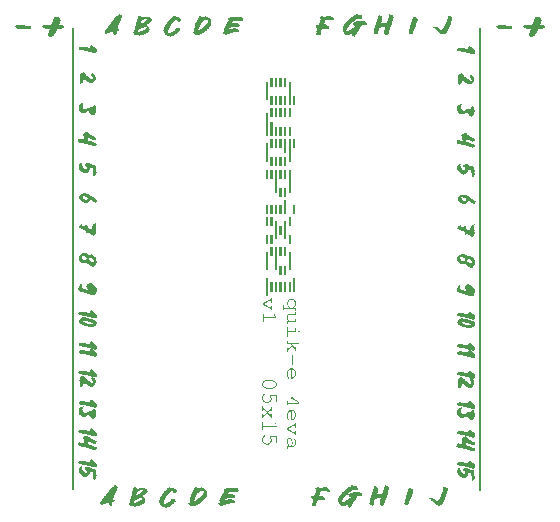
<source format=gbr>
%TF.GenerationSoftware,KiCad,Pcbnew,7.0.2*%
%TF.CreationDate,2024-01-29T20:47:06-05:00*%
%TF.ProjectId,dpx_perv_5x15,6470785f-7065-4727-965f-357831352e6b,rev?*%
%TF.SameCoordinates,Original*%
%TF.FileFunction,Legend,Top*%
%TF.FilePolarity,Positive*%
%FSLAX46Y46*%
G04 Gerber Fmt 4.6, Leading zero omitted, Abs format (unit mm)*
G04 Created by KiCad (PCBNEW 7.0.2) date 2024-01-29 20:47:06*
%MOMM*%
%LPD*%
G01*
G04 APERTURE LIST*
%ADD10C,0.150000*%
%ADD11C,0.300000*%
%ADD12C,0.250000*%
%ADD13R,1.700000X1.700000*%
%ADD14O,1.700000X1.700000*%
G04 APERTURE END LIST*
D10*
X82360000Y-31780000D02*
X82360000Y-70875000D01*
X47930000Y-70825000D02*
X47930000Y-31740000D01*
D11*
G36*
X49498946Y-65649701D02*
G01*
X49512662Y-65656760D01*
X49524546Y-65665261D01*
X49532063Y-65676267D01*
X49531651Y-65688225D01*
X49533253Y-65699965D01*
X49537455Y-65699734D01*
X49550839Y-65704948D01*
X49553107Y-65707228D01*
X49548640Y-65718430D01*
X49556665Y-65723948D01*
X49570511Y-65731202D01*
X49583988Y-65739455D01*
X49593324Y-65750419D01*
X49595169Y-65763273D01*
X49603799Y-65758846D01*
X49617517Y-65764445D01*
X49625134Y-65765806D01*
X49624112Y-65777927D01*
X49628150Y-65778315D01*
X49641697Y-65783203D01*
X49648620Y-65790487D01*
X49647559Y-65802547D01*
X49654168Y-65802807D01*
X49669071Y-65806312D01*
X49680623Y-65815516D01*
X49687641Y-65827029D01*
X49695553Y-65837718D01*
X49703238Y-65842848D01*
X49715532Y-65849353D01*
X49727888Y-65855982D01*
X49740303Y-65863546D01*
X49751240Y-65872010D01*
X49752406Y-65875248D01*
X49748309Y-65886664D01*
X49757125Y-65893286D01*
X49769319Y-65901545D01*
X49782192Y-65908739D01*
X49794837Y-65914801D01*
X49792929Y-65919087D01*
X49806927Y-65918318D01*
X49809697Y-65931384D01*
X49816256Y-65943094D01*
X49825524Y-65953761D01*
X49836422Y-65963697D01*
X49847872Y-65973216D01*
X49858792Y-65982631D01*
X49868104Y-65992254D01*
X49876152Y-66005950D01*
X49876841Y-66020879D01*
X49877269Y-66020314D01*
X49880097Y-66019829D01*
X49896613Y-66020665D01*
X49897786Y-66032624D01*
X49901785Y-66037016D01*
X49913338Y-66045293D01*
X49926198Y-66052282D01*
X49940396Y-66059363D01*
X49952740Y-66065743D01*
X49951686Y-66078444D01*
X49951302Y-66091273D01*
X49951426Y-66104158D01*
X49951897Y-66117026D01*
X49952554Y-66129806D01*
X49953235Y-66142424D01*
X49953781Y-66154809D01*
X49954028Y-66166887D01*
X49953617Y-66182390D01*
X49952008Y-66197048D01*
X49952386Y-66206743D01*
X49948710Y-66218444D01*
X49946819Y-66223371D01*
X49946657Y-66235148D01*
X49942384Y-66246789D01*
X49935155Y-66257425D01*
X49925996Y-66249805D01*
X49929355Y-66259058D01*
X49932074Y-66270896D01*
X49931861Y-66283305D01*
X49924389Y-66294671D01*
X49908777Y-66298458D01*
X49913907Y-66308514D01*
X49906578Y-66319267D01*
X49904610Y-66320609D01*
X49890129Y-66325605D01*
X49875071Y-66327767D01*
X49871304Y-66331592D01*
X49860600Y-66340917D01*
X49849389Y-66349069D01*
X49836969Y-66356783D01*
X49829363Y-66354820D01*
X49813056Y-66352676D01*
X49795353Y-66352273D01*
X49776333Y-66352849D01*
X49761249Y-66353465D01*
X49745500Y-66353881D01*
X49729118Y-66353775D01*
X49712136Y-66352826D01*
X49694586Y-66350712D01*
X49676502Y-66347111D01*
X49670033Y-66337939D01*
X49675769Y-66326888D01*
X49671636Y-66327762D01*
X49657067Y-66329766D01*
X49640519Y-66329643D01*
X49624507Y-66326368D01*
X49611289Y-66320440D01*
X49604476Y-66319481D01*
X49589113Y-66318740D01*
X49574518Y-66316307D01*
X49557800Y-66312233D01*
X49553202Y-66307672D01*
X49542779Y-66298458D01*
X49534298Y-66297148D01*
X49519571Y-66297987D01*
X49503263Y-66299200D01*
X49488190Y-66297872D01*
X49481325Y-66290862D01*
X49477932Y-66279407D01*
X49469804Y-66279275D01*
X49454572Y-66281048D01*
X49438731Y-66279993D01*
X49429938Y-66271493D01*
X49418615Y-66269712D01*
X49403102Y-66265375D01*
X49389061Y-66260672D01*
X49374617Y-66255080D01*
X49361738Y-66251475D01*
X49345361Y-66248884D01*
X49329795Y-66246328D01*
X49313920Y-66242457D01*
X49298780Y-66236322D01*
X49297835Y-66235874D01*
X49283471Y-66232681D01*
X49267351Y-66229976D01*
X49251603Y-66225737D01*
X49237964Y-66219616D01*
X49235177Y-66218796D01*
X49219914Y-66218436D01*
X49204580Y-66216341D01*
X49188504Y-66211996D01*
X49180384Y-66207054D01*
X49174583Y-66195583D01*
X49170034Y-66197390D01*
X49155165Y-66197048D01*
X49146739Y-66189135D01*
X49135965Y-66188585D01*
X49120831Y-66189708D01*
X49105232Y-66190063D01*
X49090319Y-66188255D01*
X49085748Y-66181747D01*
X49083358Y-66170084D01*
X49072812Y-66170195D01*
X49057834Y-66171619D01*
X49042325Y-66170084D01*
X49033881Y-66164335D01*
X49022908Y-66155429D01*
X49020715Y-66155029D01*
X49006059Y-66155386D01*
X48991299Y-66156428D01*
X48975348Y-66157228D01*
X48957599Y-66156755D01*
X48943407Y-66152498D01*
X48928477Y-66151835D01*
X48912798Y-66149110D01*
X48898710Y-66142826D01*
X48909335Y-66138723D01*
X48903326Y-66137864D01*
X48887123Y-66136138D01*
X48869993Y-66134447D01*
X48852883Y-66132080D01*
X48836741Y-66128325D01*
X48822513Y-66122472D01*
X48811149Y-66113810D01*
X48797001Y-66115034D01*
X48780689Y-66116054D01*
X48765888Y-66116324D01*
X48750460Y-66115688D01*
X48735264Y-66113757D01*
X48721159Y-66110145D01*
X48706369Y-66102673D01*
X48705125Y-66099434D01*
X48703804Y-66087432D01*
X48704041Y-66095296D01*
X48694645Y-66104724D01*
X48691285Y-66105145D01*
X48679624Y-66096811D01*
X48677472Y-66096545D01*
X48661306Y-66096188D01*
X48646410Y-66096647D01*
X48631167Y-66096147D01*
X48616155Y-66093112D01*
X48601955Y-66085967D01*
X48599399Y-66084773D01*
X48584379Y-66083795D01*
X48567541Y-66084106D01*
X48551206Y-66082185D01*
X48539315Y-66074914D01*
X48535643Y-66062519D01*
X48527889Y-66063047D01*
X48512070Y-66067115D01*
X48496862Y-66071571D01*
X48481534Y-66071442D01*
X48471875Y-66061782D01*
X48467866Y-66048158D01*
X48466496Y-66058526D01*
X48451618Y-66062520D01*
X48435992Y-66062226D01*
X48435412Y-66060294D01*
X48435189Y-66048092D01*
X48449181Y-66042589D01*
X48440502Y-66044593D01*
X48426114Y-66040568D01*
X48421704Y-66028814D01*
X48407234Y-66029666D01*
X48391662Y-66029693D01*
X48389594Y-66016624D01*
X48393311Y-66004706D01*
X48404914Y-65999553D01*
X48400698Y-65991072D01*
X48400088Y-65979281D01*
X48393864Y-65979206D01*
X48376423Y-65977544D01*
X48373115Y-65965872D01*
X48385241Y-65958450D01*
X48399722Y-65951144D01*
X48395822Y-65946034D01*
X48380415Y-65944307D01*
X48365650Y-65942645D01*
X48367834Y-65940905D01*
X48379012Y-65932254D01*
X48390563Y-65923740D01*
X48401188Y-65914508D01*
X48403661Y-65908418D01*
X48407395Y-65896935D01*
X48417011Y-65886573D01*
X48431617Y-65882792D01*
X48446250Y-65883440D01*
X48447622Y-65877877D01*
X48451770Y-65866475D01*
X48458205Y-65855004D01*
X48460194Y-65852591D01*
X48838939Y-65852591D01*
X48843756Y-65863803D01*
X48843389Y-65858821D01*
X48838939Y-65852591D01*
X48460194Y-65852591D01*
X48467420Y-65843822D01*
X48468401Y-65842994D01*
X48729450Y-65842994D01*
X48736806Y-65836773D01*
X48736881Y-65836501D01*
X48846677Y-65836501D01*
X48849339Y-65839643D01*
X48853281Y-65852080D01*
X48860224Y-65850920D01*
X48875996Y-65852080D01*
X48867140Y-65847419D01*
X48856436Y-65839337D01*
X48863807Y-65833893D01*
X48856294Y-65835875D01*
X48846677Y-65836501D01*
X48736881Y-65836501D01*
X48738088Y-65832135D01*
X48731640Y-65835042D01*
X48730510Y-65835133D01*
X48729450Y-65842994D01*
X48468401Y-65842994D01*
X48479908Y-65833286D01*
X48491720Y-65826022D01*
X48505859Y-65819473D01*
X48517027Y-65815666D01*
X48517727Y-65812019D01*
X48709780Y-65812019D01*
X48710388Y-65812123D01*
X48715034Y-65814558D01*
X48719924Y-65810754D01*
X48709780Y-65812019D01*
X48517727Y-65812019D01*
X48518582Y-65807563D01*
X48529319Y-65798558D01*
X48544066Y-65795419D01*
X48559861Y-65798507D01*
X48564518Y-65810185D01*
X48563543Y-65811251D01*
X48575584Y-65804368D01*
X48590529Y-65799540D01*
X48608339Y-65795809D01*
X48628379Y-65793132D01*
X48650013Y-65791467D01*
X48665007Y-65790899D01*
X48680239Y-65790750D01*
X48695519Y-65791007D01*
X48710661Y-65791658D01*
X48725475Y-65792690D01*
X48746669Y-65794927D01*
X48750699Y-65802547D01*
X48761324Y-65810167D01*
X48765029Y-65808947D01*
X48780956Y-65808872D01*
X48797253Y-65810369D01*
X48812642Y-65811550D01*
X48828881Y-65811840D01*
X48845221Y-65810461D01*
X48864031Y-65819087D01*
X48870933Y-65830259D01*
X48883323Y-65826581D01*
X48890248Y-65824614D01*
X48907000Y-65821296D01*
X48923413Y-65822846D01*
X48928890Y-65834567D01*
X48926062Y-65843451D01*
X48937122Y-65836600D01*
X48953979Y-65831644D01*
X48971036Y-65831310D01*
X48987094Y-65834679D01*
X49000957Y-65840830D01*
X49009256Y-65847647D01*
X49013382Y-65843287D01*
X49018913Y-65842145D01*
X49032565Y-65847542D01*
X49029502Y-65859700D01*
X49039249Y-65852050D01*
X49053727Y-65854918D01*
X49054710Y-65857654D01*
X49064542Y-65853229D01*
X49079327Y-65858364D01*
X49083166Y-65862041D01*
X49088038Y-65861429D01*
X49103595Y-65864098D01*
X49117983Y-65868912D01*
X49126908Y-65879878D01*
X49111934Y-65881389D01*
X49125020Y-65880085D01*
X49140963Y-65879349D01*
X49150036Y-65869372D01*
X49158502Y-65874033D01*
X49171565Y-65882561D01*
X49182364Y-65891995D01*
X49189603Y-65902198D01*
X49192916Y-65901788D01*
X49207871Y-65901825D01*
X49223426Y-65904732D01*
X49237231Y-65910112D01*
X49234346Y-65906521D01*
X49236327Y-65894817D01*
X49239429Y-65882268D01*
X49248756Y-65889082D01*
X49261598Y-65894896D01*
X49277971Y-65899604D01*
X49294436Y-65903942D01*
X49309979Y-65910135D01*
X49311695Y-65911354D01*
X49315266Y-65902491D01*
X49328002Y-65908549D01*
X49344059Y-65911231D01*
X49358310Y-65912243D01*
X49358213Y-65911690D01*
X49358002Y-65899883D01*
X49358864Y-65887544D01*
X49353738Y-65876680D01*
X49347232Y-65866148D01*
X49341041Y-65855448D01*
X49337248Y-65843873D01*
X49337282Y-65841800D01*
X49339934Y-65828664D01*
X49347873Y-65818667D01*
X49348178Y-65816212D01*
X49347406Y-65804119D01*
X49347854Y-65792202D01*
X49353002Y-65780272D01*
X49359110Y-65776032D01*
X49374617Y-65775290D01*
X49372998Y-65768795D01*
X49379380Y-65757997D01*
X49382296Y-65751780D01*
X49396233Y-65747153D01*
X49392122Y-65740632D01*
X49395867Y-65728981D01*
X49400711Y-65724897D01*
X49414002Y-65718576D01*
X49427740Y-65713447D01*
X49431728Y-65707193D01*
X49437556Y-65696286D01*
X49446241Y-65686445D01*
X49458656Y-65679356D01*
X49473902Y-65675345D01*
X49480175Y-65670101D01*
X49487606Y-65659106D01*
X49493319Y-65647209D01*
X49498946Y-65649701D01*
G37*
G36*
X49129568Y-66261948D02*
G01*
X49138701Y-66273203D01*
X49148322Y-66282883D01*
X49155561Y-66293489D01*
X49159545Y-66305424D01*
X49159638Y-66306461D01*
X49159688Y-66306462D01*
X49182256Y-66307736D01*
X49197802Y-66310277D01*
X49211273Y-66316510D01*
X49212470Y-66328582D01*
X49210486Y-66340370D01*
X49207167Y-66350044D01*
X49197904Y-66359579D01*
X49185018Y-66364404D01*
X49193427Y-66370239D01*
X49181223Y-66377556D01*
X49177036Y-66378653D01*
X49180733Y-66378957D01*
X49196324Y-66386061D01*
X49209768Y-66395574D01*
X49212168Y-66399298D01*
X49213257Y-66398063D01*
X49228098Y-66399722D01*
X49231667Y-66411085D01*
X49235872Y-66403966D01*
X49251455Y-66402633D01*
X49264273Y-66408351D01*
X49275104Y-66416428D01*
X49276599Y-66417998D01*
X49277897Y-66416281D01*
X49293688Y-66422437D01*
X49307004Y-66428493D01*
X49319897Y-66434201D01*
X49335050Y-66433866D01*
X49335373Y-66437290D01*
X49334393Y-66449142D01*
X49332245Y-66452968D01*
X49335257Y-66453837D01*
X49351763Y-66456406D01*
X49367501Y-66456426D01*
X49384115Y-66455081D01*
X49400996Y-66453210D01*
X49397486Y-66455609D01*
X49385153Y-66465660D01*
X49377805Y-66475968D01*
X49372376Y-66487424D01*
X49362768Y-66496984D01*
X49350437Y-66505380D01*
X49358438Y-66506766D01*
X49374229Y-66506749D01*
X49391135Y-66506001D01*
X49405758Y-66505087D01*
X49405017Y-66507409D01*
X49409087Y-66519794D01*
X49422655Y-66525981D01*
X49425313Y-66529259D01*
X49433236Y-66521500D01*
X49445581Y-66520755D01*
X49456021Y-66529844D01*
X49458148Y-66541724D01*
X49464010Y-66544361D01*
X49465262Y-66544232D01*
X49480646Y-66543503D01*
X49495008Y-66548163D01*
X49488987Y-66553999D01*
X49486991Y-66561883D01*
X49482580Y-66565786D01*
X49494583Y-66565111D01*
X49509073Y-66566930D01*
X49512514Y-66575628D01*
X49509091Y-66586133D01*
X49510172Y-66587739D01*
X49513321Y-66583925D01*
X49525400Y-66577046D01*
X49536550Y-66584808D01*
X49533007Y-66591004D01*
X49523801Y-66601027D01*
X49522167Y-66602317D01*
X49524375Y-66602222D01*
X49540032Y-66603913D01*
X49556818Y-66603954D01*
X49573553Y-66598877D01*
X49573133Y-66607081D01*
X49570102Y-66619929D01*
X49563327Y-66630328D01*
X49559628Y-66632409D01*
X49569158Y-66635744D01*
X49578451Y-66645273D01*
X49580241Y-66645616D01*
X49584870Y-66635802D01*
X49599199Y-66632875D01*
X49615641Y-66630753D01*
X49629326Y-66635552D01*
X49632538Y-66647237D01*
X49637163Y-66646650D01*
X49651955Y-66646064D01*
X49654074Y-66647957D01*
X49663598Y-66657969D01*
X49672152Y-66668294D01*
X49680852Y-66678121D01*
X49693055Y-66688114D01*
X49706002Y-66693989D01*
X49722663Y-66696769D01*
X49722439Y-66706124D01*
X49724163Y-66705050D01*
X49729624Y-66693838D01*
X49741690Y-66694267D01*
X49762154Y-66695529D01*
X49784605Y-66698278D01*
X49798646Y-66701815D01*
X49807658Y-66713034D01*
X49805462Y-66726078D01*
X49802760Y-66731066D01*
X49795318Y-66742441D01*
X49788404Y-66750588D01*
X49790845Y-66751661D01*
X49792151Y-66753449D01*
X49792639Y-66751284D01*
X49795369Y-66750864D01*
X49810076Y-66751518D01*
X49821587Y-66760515D01*
X49827077Y-66771507D01*
X49838726Y-66765960D01*
X49853061Y-66761649D01*
X49860672Y-66772076D01*
X49857486Y-66785869D01*
X49863651Y-66783382D01*
X49865895Y-66784616D01*
X49872843Y-66775016D01*
X49886402Y-66770185D01*
X49900396Y-66775024D01*
X49910692Y-66783803D01*
X49919189Y-66795248D01*
X49924965Y-66807791D01*
X49927095Y-66819867D01*
X49919208Y-66818491D01*
X49905113Y-66823091D01*
X49907341Y-66826836D01*
X49912171Y-66838702D01*
X49911209Y-66850483D01*
X49903606Y-66862149D01*
X49893023Y-66871452D01*
X49901282Y-66882197D01*
X49906223Y-66895064D01*
X49901064Y-66906633D01*
X49891348Y-66916814D01*
X49887383Y-66929571D01*
X49890458Y-66942380D01*
X49878212Y-66942497D01*
X49866410Y-66949880D01*
X49855431Y-66957737D01*
X49839443Y-66960263D01*
X49822315Y-66958793D01*
X49825874Y-66966062D01*
X49816786Y-66975262D01*
X49801432Y-66976964D01*
X49792273Y-66984292D01*
X49777985Y-66983985D01*
X49765162Y-66977258D01*
X49771024Y-66985171D01*
X49767711Y-66986047D01*
X49752600Y-66988974D01*
X49737085Y-66990493D01*
X49721382Y-66992024D01*
X49706817Y-66996292D01*
X49694087Y-67004515D01*
X49694100Y-67002837D01*
X49688687Y-66991515D01*
X49674670Y-66987223D01*
X49665251Y-66982613D01*
X49659282Y-66971103D01*
X49654999Y-66972681D01*
X49640885Y-66976002D01*
X49625577Y-66974620D01*
X49619009Y-66970670D01*
X49609571Y-66961260D01*
X49599199Y-66952052D01*
X49596689Y-66950824D01*
X49581935Y-66948995D01*
X49568058Y-66945017D01*
X49560364Y-66938276D01*
X49553645Y-66938618D01*
X49539138Y-66934314D01*
X49528100Y-66924830D01*
X49515668Y-66916881D01*
X49501557Y-66913903D01*
X49486725Y-66911019D01*
X49476833Y-66903105D01*
X49463628Y-66901421D01*
X49450363Y-66895314D01*
X49437406Y-66886503D01*
X49425127Y-66876704D01*
X49413894Y-66867635D01*
X49400629Y-66859435D01*
X49390094Y-66861495D01*
X49375350Y-66862659D01*
X49371316Y-66859063D01*
X49363681Y-66848006D01*
X49359230Y-66835987D01*
X49345968Y-66830615D01*
X49332054Y-66826148D01*
X49318439Y-66821762D01*
X49304275Y-66816643D01*
X49295849Y-66810782D01*
X49291963Y-66810715D01*
X49274976Y-66807915D01*
X49264315Y-66797725D01*
X49262144Y-66784990D01*
X49258248Y-66786445D01*
X49243093Y-66787627D01*
X49238744Y-66785368D01*
X49230245Y-66780515D01*
X49749803Y-66780515D01*
X49750260Y-66780722D01*
X49750920Y-66778318D01*
X49749803Y-66780515D01*
X49230245Y-66780515D01*
X49225627Y-66777878D01*
X49212804Y-66769920D01*
X49209021Y-66757146D01*
X49195955Y-66753975D01*
X49195242Y-66753164D01*
X49754607Y-66753164D01*
X49755467Y-66756831D01*
X49754990Y-66767860D01*
X49761073Y-66759287D01*
X49761234Y-66757556D01*
X49756363Y-66754641D01*
X49761945Y-66749945D01*
X49762059Y-66748727D01*
X49754607Y-66753164D01*
X49195242Y-66753164D01*
X49189481Y-66746611D01*
X49765613Y-66746611D01*
X49765941Y-66746584D01*
X49766627Y-66746008D01*
X49765613Y-66746611D01*
X49189481Y-66746611D01*
X49187405Y-66744250D01*
X49180218Y-66743642D01*
X49167255Y-66736923D01*
X49167944Y-66737364D01*
X49173972Y-66748469D01*
X49177814Y-66760391D01*
X49178246Y-66773559D01*
X49171285Y-66777662D01*
X49170145Y-66786446D01*
X49171652Y-66798179D01*
X49174577Y-66799786D01*
X49187405Y-66806092D01*
X49186887Y-66812661D01*
X49174949Y-66819867D01*
X49175057Y-66819854D01*
X49189970Y-66819281D01*
X49206090Y-66818695D01*
X49194558Y-66828494D01*
X49185161Y-66838039D01*
X49178246Y-66848590D01*
X49175098Y-66855866D01*
X49172508Y-66867421D01*
X49169353Y-66879722D01*
X49162664Y-66891832D01*
X49151868Y-66901347D01*
X49163555Y-66907347D01*
X49168721Y-66919225D01*
X49169199Y-66927820D01*
X49166185Y-66939879D01*
X49157654Y-66951189D01*
X49145583Y-66959817D01*
X49131899Y-66966576D01*
X49118529Y-66972275D01*
X49119530Y-66978542D01*
X49124179Y-66990095D01*
X49128946Y-67002248D01*
X49131537Y-67000997D01*
X49145628Y-66996496D01*
X49161760Y-66995136D01*
X49166406Y-66998405D01*
X49179223Y-67004368D01*
X49193503Y-67008194D01*
X49208037Y-67011648D01*
X49222576Y-67015946D01*
X49229650Y-67016820D01*
X49244293Y-67018559D01*
X49258114Y-67023273D01*
X49262225Y-67025276D01*
X49269837Y-67035583D01*
X49273577Y-67036279D01*
X49288395Y-67034773D01*
X49303983Y-67037251D01*
X49311405Y-67048468D01*
X49312035Y-67057177D01*
X49319296Y-67050530D01*
X49323037Y-67049975D01*
X49338714Y-67049246D01*
X49354661Y-67053120D01*
X49362894Y-67064013D01*
X49367321Y-67062784D01*
X49382111Y-67064116D01*
X49393654Y-67071956D01*
X49398971Y-67079315D01*
X49415016Y-67075517D01*
X49432869Y-67071926D01*
X49430784Y-67087501D01*
X49441417Y-67096424D01*
X49455574Y-67091630D01*
X49472194Y-67088601D01*
X49488190Y-67087753D01*
X49482482Y-67097333D01*
X49473546Y-67108647D01*
X49464309Y-67117045D01*
X49475866Y-67114214D01*
X49487458Y-67121752D01*
X49495069Y-67118109D01*
X49511729Y-67113847D01*
X49526109Y-67118747D01*
X49530467Y-67121394D01*
X49541921Y-67122044D01*
X49558758Y-67127389D01*
X49574385Y-67133618D01*
X49588574Y-67137285D01*
X49588574Y-67145199D01*
X49585810Y-67149190D01*
X49579636Y-67155242D01*
X49582702Y-67154994D01*
X49597733Y-67156043D01*
X49601748Y-67168514D01*
X49600356Y-67173184D01*
X49603995Y-67171188D01*
X49618349Y-67168724D01*
X49633637Y-67169819D01*
X49635461Y-67175200D01*
X49636173Y-67182837D01*
X49640650Y-67178135D01*
X49644798Y-67180162D01*
X49646666Y-67172090D01*
X49661684Y-67167302D01*
X49677234Y-67165715D01*
X49678090Y-67168339D01*
X49681305Y-67180245D01*
X49683063Y-67192057D01*
X49682483Y-67204123D01*
X49682109Y-67204955D01*
X49694087Y-67203524D01*
X49710454Y-67204384D01*
X49724366Y-67208950D01*
X49738417Y-67214662D01*
X49760647Y-67216734D01*
X49767634Y-67218308D01*
X49779280Y-67212838D01*
X49791412Y-67221310D01*
X49798427Y-67235349D01*
X49802832Y-67249303D01*
X49803959Y-67254292D01*
X49818719Y-67257118D01*
X49834210Y-67257735D01*
X49850662Y-67257320D01*
X49867011Y-67256574D01*
X49866968Y-67266381D01*
X49878392Y-67275238D01*
X49892254Y-67280590D01*
X49906353Y-67285279D01*
X49919942Y-67292842D01*
X49915682Y-67299857D01*
X49922464Y-67296332D01*
X49939070Y-67296288D01*
X49936805Y-67306114D01*
X49945693Y-67314963D01*
X49949427Y-67329061D01*
X49947611Y-67340947D01*
X49944009Y-67353260D01*
X49940914Y-67365892D01*
X49940617Y-67378737D01*
X49945413Y-67391689D01*
X49933117Y-67397496D01*
X49926879Y-67408128D01*
X49916251Y-67416622D01*
X49900350Y-67417774D01*
X49903156Y-67420029D01*
X49903457Y-67432371D01*
X49900064Y-67445395D01*
X49895221Y-67459100D01*
X49884311Y-67455783D01*
X49869728Y-67452643D01*
X49871405Y-67465137D01*
X49864949Y-67476300D01*
X49854188Y-67486650D01*
X49836730Y-67485256D01*
X49820586Y-67485826D01*
X49805283Y-67487907D01*
X49790349Y-67491047D01*
X49775313Y-67494791D01*
X49759701Y-67498685D01*
X49743041Y-67502278D01*
X49724862Y-67505115D01*
X49723091Y-67503613D01*
X49707646Y-67499639D01*
X49692530Y-67501415D01*
X49676257Y-67499783D01*
X49664104Y-67492136D01*
X49654153Y-67479909D01*
X49640446Y-67483681D01*
X49624776Y-67482313D01*
X49610367Y-67477143D01*
X49597653Y-67470953D01*
X49582712Y-67465841D01*
X49575568Y-67466139D01*
X49560436Y-67463604D01*
X49546496Y-67457544D01*
X49532154Y-67454117D01*
X49527613Y-67453892D01*
X49514008Y-67449361D01*
X49503764Y-67439420D01*
X49493686Y-67429791D01*
X49484636Y-67427663D01*
X49467977Y-67426228D01*
X49450634Y-67425630D01*
X49434091Y-67423790D01*
X49419832Y-67418628D01*
X49409341Y-67408064D01*
X49404659Y-67394327D01*
X49399181Y-67396551D01*
X49384064Y-67399792D01*
X49368023Y-67398723D01*
X49359791Y-67395604D01*
X49355566Y-67383775D01*
X49348346Y-67385048D01*
X49333447Y-67387330D01*
X49318197Y-67384068D01*
X49313524Y-67381241D01*
X49305741Y-67370586D01*
X49305094Y-67370484D01*
X49291355Y-67374599D01*
X49275699Y-67373517D01*
X49268066Y-67369385D01*
X49262144Y-67358569D01*
X49255192Y-67359067D01*
X49240852Y-67361515D01*
X49225874Y-67361207D01*
X49218476Y-67354690D01*
X49214150Y-67343036D01*
X49213314Y-67342963D01*
X49198625Y-67344639D01*
X49184275Y-67339561D01*
X49181177Y-67326916D01*
X49175729Y-67330280D01*
X49160851Y-67334316D01*
X49145640Y-67334536D01*
X49138986Y-67330727D01*
X49141253Y-67321505D01*
X49138309Y-67322445D01*
X49122934Y-67326380D01*
X49108769Y-67323192D01*
X49108766Y-67320327D01*
X49107883Y-67320859D01*
X49094585Y-67327437D01*
X49078559Y-67326161D01*
X49079824Y-67313379D01*
X49089586Y-67302296D01*
X49084364Y-67298582D01*
X49070976Y-67304719D01*
X49055514Y-67307865D01*
X49046721Y-67301710D01*
X49035221Y-67299568D01*
X49020971Y-67296016D01*
X49006465Y-67291889D01*
X48991034Y-67287348D01*
X48984646Y-67285817D01*
X48969087Y-67284499D01*
X48954035Y-67282489D01*
X48939379Y-67276689D01*
X48928386Y-67266539D01*
X48916247Y-67272327D01*
X48900954Y-67276504D01*
X48884773Y-67276477D01*
X48871891Y-67268374D01*
X48867203Y-67256574D01*
X48860138Y-67260129D01*
X48845152Y-67261767D01*
X48829467Y-67258332D01*
X48823623Y-67256939D01*
X48808885Y-67254576D01*
X48793117Y-67252333D01*
X48777329Y-67250048D01*
X48760957Y-67247195D01*
X48753845Y-67244124D01*
X48753563Y-67241427D01*
X48751502Y-67242788D01*
X48734420Y-67245183D01*
X48718901Y-67241709D01*
X48702539Y-67238927D01*
X48685670Y-67238964D01*
X48670099Y-67241333D01*
X48674306Y-67237275D01*
X48686127Y-67230269D01*
X48670981Y-67232453D01*
X48670832Y-67220523D01*
X48666352Y-67222741D01*
X48651187Y-67222351D01*
X48635945Y-67219565D01*
X48619978Y-67214653D01*
X48605619Y-67207627D01*
X48605280Y-67207654D01*
X48590911Y-67210205D01*
X48578142Y-67202938D01*
X48576104Y-67204737D01*
X48561655Y-67207334D01*
X48551551Y-67208428D01*
X48544436Y-67197955D01*
X48535685Y-67200275D01*
X48520577Y-67202360D01*
X48505044Y-67201344D01*
X48489055Y-67197149D01*
X48473150Y-67192598D01*
X48457817Y-67190743D01*
X48442953Y-67191800D01*
X48441666Y-67187820D01*
X48438567Y-67174682D01*
X48438127Y-67166888D01*
X49527025Y-67166888D01*
X49535347Y-67163897D01*
X49547427Y-67160427D01*
X49543924Y-67159524D01*
X49539478Y-67158076D01*
X49538722Y-67158685D01*
X49527025Y-67166888D01*
X48438127Y-67166888D01*
X48438097Y-67166363D01*
X48429954Y-67168056D01*
X48414377Y-67168646D01*
X48403783Y-67162629D01*
X48388220Y-67164073D01*
X48372245Y-67166301D01*
X48375026Y-67160800D01*
X48383327Y-67147337D01*
X48393088Y-67136726D01*
X48383968Y-67130251D01*
X48387644Y-67121165D01*
X49384876Y-67121165D01*
X49390322Y-67113409D01*
X49397385Y-67116296D01*
X49395192Y-67109742D01*
X49392793Y-67111667D01*
X49388087Y-67112586D01*
X49384876Y-67121165D01*
X48387644Y-67121165D01*
X48387719Y-67120979D01*
X48395503Y-67114791D01*
X48391141Y-67114992D01*
X48375232Y-67115671D01*
X48358317Y-67116482D01*
X48342203Y-67117355D01*
X48347011Y-67106639D01*
X48354181Y-67094115D01*
X48362682Y-67083750D01*
X48364552Y-67082770D01*
X49300978Y-67082770D01*
X49302708Y-67084507D01*
X49312022Y-67083779D01*
X49308108Y-67080173D01*
X49300978Y-67082770D01*
X48364552Y-67082770D01*
X48375176Y-67077202D01*
X48372024Y-67066878D01*
X48370827Y-67063047D01*
X49269759Y-67063047D01*
X49272035Y-67064892D01*
X49274659Y-67063829D01*
X49269759Y-67063047D01*
X48370827Y-67063047D01*
X48367722Y-67053104D01*
X48363699Y-67039710D01*
X48362263Y-67034010D01*
X49157353Y-67034010D01*
X49162060Y-67033383D01*
X49161967Y-67029409D01*
X49166523Y-67017997D01*
X49165625Y-67018573D01*
X49161780Y-67020550D01*
X49160789Y-67025226D01*
X49157353Y-67034010D01*
X48362263Y-67034010D01*
X48360342Y-67026386D01*
X48357615Y-67012776D01*
X48355225Y-66998770D01*
X48353194Y-66985757D01*
X48363849Y-66981051D01*
X48375908Y-66990154D01*
X48375252Y-66986238D01*
X48374682Y-66977844D01*
X48861707Y-66977844D01*
X48861855Y-66977098D01*
X48861755Y-66977014D01*
X48861707Y-66977844D01*
X48374682Y-66977844D01*
X48374443Y-66974327D01*
X48370810Y-66962876D01*
X48372150Y-66955760D01*
X48741593Y-66955760D01*
X48743372Y-66960551D01*
X48745060Y-66959906D01*
X48753281Y-66957528D01*
X48751081Y-66957208D01*
X48838214Y-66957208D01*
X48838557Y-66960889D01*
X48841474Y-66960129D01*
X48839889Y-66958828D01*
X48838214Y-66957208D01*
X48751081Y-66957208D01*
X48744583Y-66956263D01*
X48741593Y-66955760D01*
X48372150Y-66955760D01*
X48373343Y-66949421D01*
X48374447Y-66946094D01*
X48455166Y-66946094D01*
X48458343Y-66945063D01*
X48791442Y-66945063D01*
X48798842Y-66942867D01*
X48791732Y-66939156D01*
X48791442Y-66945063D01*
X48458343Y-66945063D01*
X48459150Y-66944801D01*
X48457034Y-66941095D01*
X48455166Y-66946094D01*
X48374447Y-66946094D01*
X48377158Y-66937926D01*
X48378138Y-66927671D01*
X48453832Y-66927671D01*
X48454177Y-66928683D01*
X48453944Y-66927432D01*
X48453832Y-66927671D01*
X48378138Y-66927671D01*
X48378421Y-66924706D01*
X48372611Y-66913657D01*
X48379589Y-66911812D01*
X48392903Y-66905237D01*
X48405950Y-66898709D01*
X48411166Y-66890144D01*
X48424635Y-66884934D01*
X48420788Y-66880427D01*
X48422437Y-66868228D01*
X48424726Y-66864615D01*
X48437954Y-66857871D01*
X48452845Y-66855038D01*
X48453496Y-66854384D01*
X48459831Y-66843720D01*
X48474746Y-66839179D01*
X48492730Y-66838625D01*
X48511584Y-66840184D01*
X48527086Y-66842387D01*
X48545169Y-66845659D01*
X48539483Y-66846387D01*
X48520302Y-66850007D01*
X48503433Y-66855627D01*
X48491634Y-66862879D01*
X48486184Y-66874382D01*
X48497175Y-66884348D01*
X48494644Y-66890376D01*
X48494990Y-66900812D01*
X48496809Y-66896364D01*
X48503425Y-66893726D01*
X48519704Y-66895005D01*
X48524471Y-66906195D01*
X48524947Y-66915511D01*
X48527919Y-66915373D01*
X48529260Y-66908698D01*
X48537884Y-66899208D01*
X48553619Y-66893560D01*
X48568693Y-66891568D01*
X48583249Y-66890160D01*
X48598658Y-66885813D01*
X48600261Y-66888433D01*
X48604382Y-66901286D01*
X48601961Y-66905883D01*
X48616976Y-66907795D01*
X48621430Y-66913185D01*
X48621739Y-66925673D01*
X48624411Y-66926246D01*
X48637108Y-66927342D01*
X48638097Y-66920206D01*
X48651414Y-66915122D01*
X48645432Y-66915292D01*
X48635040Y-66907008D01*
X48624672Y-66896894D01*
X48615511Y-66887572D01*
X48623935Y-66887743D01*
X48640380Y-66889440D01*
X48654314Y-66893771D01*
X48664237Y-66902812D01*
X48665755Y-66903173D01*
X48665703Y-66901933D01*
X48666282Y-66903134D01*
X48666368Y-66903318D01*
X48672562Y-66904792D01*
X48679269Y-66916448D01*
X48675800Y-66924140D01*
X48677076Y-66927072D01*
X48678525Y-66940035D01*
X48684721Y-66936016D01*
X48695663Y-66926880D01*
X48708922Y-66921240D01*
X48723845Y-66916778D01*
X48743932Y-66912253D01*
X48760591Y-66909260D01*
X48754928Y-66914782D01*
X48746475Y-66924442D01*
X48739783Y-66935999D01*
X48739779Y-66936046D01*
X48753173Y-66931562D01*
X48767552Y-66937397D01*
X48770702Y-66928412D01*
X48778960Y-66918653D01*
X48794299Y-66918492D01*
X48808259Y-66923821D01*
X48821774Y-66931242D01*
X48816441Y-66938639D01*
X48805511Y-66945024D01*
X48814080Y-66948535D01*
X48818804Y-66948108D01*
X48829318Y-66948604D01*
X48829284Y-66948571D01*
X48822941Y-66937045D01*
X48835165Y-66929352D01*
X48853094Y-66929637D01*
X48870500Y-66931828D01*
X48870693Y-66920441D01*
X48866552Y-66907337D01*
X48861999Y-66895903D01*
X48856964Y-66883610D01*
X48852127Y-66870922D01*
X48848169Y-66858305D01*
X48845771Y-66846223D01*
X48846177Y-66831751D01*
X48851032Y-66822378D01*
X48849617Y-66821626D01*
X48847696Y-66817047D01*
X48858410Y-66808144D01*
X48851114Y-66799148D01*
X48846936Y-66787290D01*
X48852757Y-66776475D01*
X48841924Y-66772973D01*
X48840143Y-66768758D01*
X48835613Y-66755083D01*
X48832120Y-66740070D01*
X48831101Y-66733992D01*
X49666976Y-66733992D01*
X49670341Y-66735245D01*
X49671005Y-66736019D01*
X49673937Y-66735457D01*
X49666976Y-66733992D01*
X48831101Y-66733992D01*
X48829425Y-66723993D01*
X48827292Y-66707124D01*
X48825592Y-66690780D01*
X49643643Y-66690780D01*
X49648667Y-66688344D01*
X49647394Y-66688416D01*
X49646424Y-66688047D01*
X49643643Y-66690780D01*
X48825592Y-66690780D01*
X48825483Y-66689735D01*
X48824340Y-66677988D01*
X48823166Y-66666212D01*
X48821190Y-66648670D01*
X48818748Y-66631516D01*
X48815603Y-66615023D01*
X48811516Y-66599463D01*
X48818110Y-66588911D01*
X48814913Y-66587548D01*
X48803524Y-66579636D01*
X48797554Y-66566885D01*
X48798286Y-66554562D01*
X48799426Y-66542017D01*
X48796466Y-66542017D01*
X48781474Y-66542017D01*
X48780618Y-66539253D01*
X48778146Y-66526540D01*
X48777571Y-66513408D01*
X48776939Y-66500387D01*
X48772448Y-66489088D01*
X48762423Y-66480174D01*
X48774877Y-66472699D01*
X48783695Y-66461122D01*
X48790385Y-66448672D01*
X48799773Y-66437434D01*
X48813138Y-66430502D01*
X48829467Y-66427418D01*
X48828546Y-66427504D01*
X48823547Y-66416482D01*
X49232206Y-66416482D01*
X49232421Y-66424712D01*
X49234191Y-66426116D01*
X49233486Y-66423954D01*
X49232206Y-66416482D01*
X48823547Y-66416482D01*
X48823446Y-66416259D01*
X48829467Y-66404850D01*
X48830243Y-66404038D01*
X49173097Y-66404038D01*
X49176781Y-66406315D01*
X49174581Y-66404431D01*
X49173097Y-66404038D01*
X48830243Y-66404038D01*
X48837035Y-66396927D01*
X48850167Y-66389170D01*
X48858450Y-66384920D01*
X49132817Y-66384920D01*
X49137795Y-66386225D01*
X49151588Y-66391912D01*
X49159735Y-66396204D01*
X49158242Y-66388879D01*
X49162123Y-66382194D01*
X49150717Y-66384192D01*
X49132817Y-66384920D01*
X48858450Y-66384920D01*
X48862712Y-66382733D01*
X48875263Y-66375248D01*
X48884788Y-66372317D01*
X48884278Y-66370362D01*
X48889065Y-66359032D01*
X48892032Y-66357124D01*
X49128158Y-66357124D01*
X49128619Y-66357084D01*
X49128548Y-66356931D01*
X49128158Y-66357124D01*
X48892032Y-66357124D01*
X48901034Y-66351335D01*
X48915539Y-66343921D01*
X48918577Y-66341835D01*
X49108271Y-66341835D01*
X49113875Y-66339839D01*
X49127622Y-66335714D01*
X49133433Y-66333085D01*
X49121878Y-66336247D01*
X49108271Y-66341835D01*
X48918577Y-66341835D01*
X48928103Y-66335293D01*
X48934248Y-66323957D01*
X48946937Y-66324112D01*
X48963339Y-66321305D01*
X48978475Y-66314741D01*
X48991693Y-66307837D01*
X49150036Y-66307837D01*
X49150723Y-66308655D01*
X49150720Y-66308632D01*
X49150036Y-66307837D01*
X48991693Y-66307837D01*
X48993002Y-66307153D01*
X49007967Y-66301929D01*
X49023731Y-66299556D01*
X49038661Y-66299337D01*
X49042968Y-66295339D01*
X49052280Y-66285868D01*
X49064475Y-66276656D01*
X49079413Y-66269262D01*
X49095474Y-66264107D01*
X49110376Y-66260951D01*
X49128054Y-66258597D01*
X49129568Y-66261948D01*
G37*
G36*
X87464982Y-31532473D02*
G01*
X87478827Y-31506318D01*
X87481955Y-31476009D01*
X87486231Y-31446011D01*
X87507413Y-31424022D01*
X87507480Y-31421831D01*
X87515815Y-31389308D01*
X87519984Y-31357087D01*
X87522936Y-31324356D01*
X87528729Y-31295802D01*
X87557585Y-31287748D01*
X87568297Y-31275286D01*
X87574279Y-31244882D01*
X87550353Y-31227244D01*
X87546315Y-31226926D01*
X87570495Y-31228391D01*
X87579688Y-31197387D01*
X87587566Y-31166418D01*
X87592400Y-31137166D01*
X87593963Y-31105538D01*
X87591744Y-31077449D01*
X87579739Y-31049712D01*
X87568297Y-31050338D01*
X87573570Y-31021150D01*
X87570180Y-30991336D01*
X87569030Y-30988789D01*
X87549498Y-30966887D01*
X87522279Y-30944033D01*
X87497209Y-30924588D01*
X87470530Y-30904865D01*
X87453258Y-30892801D01*
X87431877Y-30871041D01*
X87410027Y-30851036D01*
X87382061Y-30841334D01*
X87352681Y-30835324D01*
X87322057Y-30832407D01*
X87290359Y-30831986D01*
X87257759Y-30833464D01*
X87224425Y-30836242D01*
X87190529Y-30839722D01*
X87156240Y-30843308D01*
X87121729Y-30846401D01*
X87087166Y-30848403D01*
X87064180Y-30848838D01*
X87055513Y-30879143D01*
X87037671Y-30906979D01*
X87019106Y-30934903D01*
X87006059Y-30962779D01*
X87004096Y-30968272D01*
X86995100Y-30996726D01*
X86991153Y-31030249D01*
X86989556Y-31059842D01*
X86987172Y-31091667D01*
X86983579Y-31110422D01*
X86958177Y-31129241D01*
X86938883Y-31149256D01*
X86934636Y-31178585D01*
X86936685Y-31191755D01*
X86925694Y-31215935D01*
X86912754Y-31242975D01*
X86902434Y-31273892D01*
X86890231Y-31303495D01*
X86866212Y-31322348D01*
X86858283Y-31323646D01*
X86854157Y-31355776D01*
X86848743Y-31391348D01*
X86842621Y-31421994D01*
X86833704Y-31452524D01*
X86820143Y-31479937D01*
X86807725Y-31494371D01*
X86770826Y-31494284D01*
X86733251Y-31494057D01*
X86695248Y-31493747D01*
X86657067Y-31493405D01*
X86618959Y-31493088D01*
X86581174Y-31492850D01*
X86543960Y-31492744D01*
X86507569Y-31492826D01*
X86472250Y-31493149D01*
X86438254Y-31493768D01*
X86416448Y-31494371D01*
X86387988Y-31501812D01*
X86375707Y-31529289D01*
X86375415Y-31539068D01*
X86382609Y-31509461D01*
X86361493Y-31494371D01*
X86327676Y-31488403D01*
X86294543Y-31490598D01*
X86266437Y-31504464D01*
X86247187Y-31515621D01*
X86217674Y-31513585D01*
X86186381Y-31515169D01*
X86184173Y-31515621D01*
X86154075Y-31518509D01*
X86155596Y-31534672D01*
X86129279Y-31548266D01*
X86100253Y-31565588D01*
X86075311Y-31587344D01*
X86055810Y-31612846D01*
X86041774Y-31639439D01*
X86032498Y-31663632D01*
X86062019Y-31670902D01*
X86083671Y-31690706D01*
X86101889Y-31714294D01*
X86107969Y-31720785D01*
X86135169Y-31733984D01*
X86164315Y-31739198D01*
X86170251Y-31741301D01*
X86164790Y-31770255D01*
X86172449Y-31785997D01*
X86204117Y-31794225D01*
X86235157Y-31798565D01*
X86264497Y-31803146D01*
X86281626Y-31807979D01*
X86289044Y-31837758D01*
X86298478Y-31848279D01*
X86327755Y-31856440D01*
X86352700Y-31851943D01*
X86383384Y-31858802D01*
X86416714Y-31864462D01*
X86446302Y-31868181D01*
X86477359Y-31870920D01*
X86509717Y-31872613D01*
X86543210Y-31873192D01*
X86574030Y-31871327D01*
X86604647Y-31868371D01*
X86636968Y-31868733D01*
X86666559Y-31880971D01*
X86669239Y-31883450D01*
X86650562Y-31908791D01*
X86645792Y-31934009D01*
X86626008Y-31946465D01*
X86621122Y-31977949D01*
X86622301Y-32007716D01*
X86624542Y-32035125D01*
X86606224Y-32049780D01*
X86597029Y-32080476D01*
X86592473Y-32110802D01*
X86587501Y-32141923D01*
X86584242Y-32153094D01*
X86569563Y-32178662D01*
X86553212Y-32205211D01*
X86543206Y-32233293D01*
X86541011Y-32246151D01*
X86539736Y-32276715D01*
X86540544Y-32308845D01*
X86541734Y-32342631D01*
X86541767Y-32372978D01*
X86540279Y-32399291D01*
X86564548Y-32426624D01*
X86590219Y-32451418D01*
X86616655Y-32473388D01*
X86643218Y-32492249D01*
X86669272Y-32507715D01*
X86698966Y-32521392D01*
X86703677Y-32523122D01*
X86731854Y-32534392D01*
X86760503Y-32541394D01*
X86792081Y-32541860D01*
X86796734Y-32541441D01*
X86829322Y-32534715D01*
X86858846Y-32518773D01*
X86883927Y-32499964D01*
X86907421Y-32481790D01*
X86911039Y-32479891D01*
X86935495Y-32462001D01*
X86961337Y-32443424D01*
X86987876Y-32428371D01*
X87018885Y-32417947D01*
X87045861Y-32413946D01*
X87053343Y-32381461D01*
X87062596Y-32351442D01*
X87073611Y-32323650D01*
X87091028Y-32289644D01*
X87111549Y-32258605D01*
X87135156Y-32229966D01*
X87161834Y-32203160D01*
X87191564Y-32177621D01*
X87215854Y-32158956D01*
X87215152Y-32125888D01*
X87225102Y-32095752D01*
X87239811Y-32070106D01*
X87253241Y-32040095D01*
X87255422Y-32022669D01*
X87276671Y-32007281D01*
X87288063Y-31978148D01*
X87296121Y-31945627D01*
X87302574Y-31916570D01*
X87315328Y-31887487D01*
X87322100Y-31880519D01*
X87353075Y-31883013D01*
X87385743Y-31877647D01*
X87413841Y-31866831D01*
X87441848Y-31850767D01*
X87448862Y-31846081D01*
X87467180Y-31849012D01*
X87482707Y-31823405D01*
X87472309Y-31816772D01*
X87484033Y-31833625D01*
X87512168Y-31842239D01*
X87526531Y-31836556D01*
X87556111Y-31833699D01*
X87586615Y-31827763D01*
X87615444Y-31836293D01*
X87616657Y-31835823D01*
X87650604Y-31832909D01*
X87681021Y-31829863D01*
X87709923Y-31821102D01*
X87735818Y-31803546D01*
X87752944Y-31787463D01*
X87783057Y-31794588D01*
X87814608Y-31795882D01*
X87829881Y-31791859D01*
X87856552Y-31776999D01*
X87884054Y-31756130D01*
X87904304Y-31733941D01*
X87919301Y-31707209D01*
X87926395Y-31675769D01*
X87922937Y-31639452D01*
X87908811Y-31612077D01*
X87883360Y-31597279D01*
X87858457Y-31587428D01*
X87837267Y-31563732D01*
X87807910Y-31545319D01*
X87777420Y-31537987D01*
X87745934Y-31537391D01*
X87713590Y-31539187D01*
X87680524Y-31539029D01*
X87646874Y-31532572D01*
X87612778Y-31515473D01*
X87604201Y-31509026D01*
X87580888Y-31529357D01*
X87547529Y-31540917D01*
X87517742Y-31544770D01*
X87486437Y-31543561D01*
X87464982Y-31532473D01*
G37*
D12*
G36*
X66444942Y-54683584D02*
G01*
X66463454Y-54685043D01*
X66481606Y-54687474D01*
X66499398Y-54690877D01*
X66516832Y-54695253D01*
X66533905Y-54700601D01*
X66550620Y-54706921D01*
X66566974Y-54714214D01*
X66582970Y-54722480D01*
X66598605Y-54731717D01*
X66613882Y-54741928D01*
X66628798Y-54753110D01*
X66643356Y-54765265D01*
X66657553Y-54778392D01*
X66671392Y-54792492D01*
X66684870Y-54807564D01*
X66697789Y-54823391D01*
X66709875Y-54839669D01*
X66721127Y-54856399D01*
X66731545Y-54873580D01*
X66741130Y-54891212D01*
X66749882Y-54909297D01*
X66757800Y-54927832D01*
X66764884Y-54946819D01*
X66771135Y-54966258D01*
X66776553Y-54986148D01*
X66781137Y-55006489D01*
X66784888Y-55027282D01*
X66787805Y-55048526D01*
X66789889Y-55070222D01*
X66791139Y-55092369D01*
X66791556Y-55114968D01*
X66790947Y-55141577D01*
X66789119Y-55167547D01*
X66786074Y-55192878D01*
X66781810Y-55217571D01*
X66776329Y-55241626D01*
X66769629Y-55265042D01*
X66761711Y-55287820D01*
X66752575Y-55309959D01*
X66742220Y-55331460D01*
X66730648Y-55352323D01*
X66717857Y-55372546D01*
X66703848Y-55392132D01*
X66688621Y-55411079D01*
X66672176Y-55429387D01*
X66654513Y-55447057D01*
X66645224Y-55455653D01*
X66635631Y-55464089D01*
X66772798Y-55464089D01*
X66772798Y-55653524D01*
X66772138Y-55667308D01*
X66769459Y-55681473D01*
X66763524Y-55693975D01*
X66762247Y-55695582D01*
X66752848Y-55703774D01*
X66741320Y-55707789D01*
X66735282Y-55708234D01*
X66723055Y-55706146D01*
X66712570Y-55699882D01*
X66708318Y-55695582D01*
X66701888Y-55683897D01*
X66698797Y-55670414D01*
X66697777Y-55655366D01*
X66697766Y-55653524D01*
X66697766Y-55545812D01*
X65816147Y-55545812D01*
X65816147Y-55653524D01*
X65815506Y-55667308D01*
X65812902Y-55681473D01*
X65807131Y-55693975D01*
X65805889Y-55695582D01*
X65796442Y-55703774D01*
X65784769Y-55707789D01*
X65778632Y-55708234D01*
X65766453Y-55706146D01*
X65755394Y-55699227D01*
X65751960Y-55695582D01*
X65745352Y-55683897D01*
X65742175Y-55670414D01*
X65741127Y-55655366D01*
X65741116Y-55653524D01*
X65741116Y-55268841D01*
X65741927Y-55253790D01*
X65744732Y-55240113D01*
X65750743Y-55227931D01*
X65751374Y-55227124D01*
X65761640Y-55218709D01*
X65773484Y-55215115D01*
X65778632Y-55214815D01*
X65790433Y-55216546D01*
X65801079Y-55222328D01*
X65805889Y-55227124D01*
X65812140Y-55238921D01*
X65815146Y-55252278D01*
X65816137Y-55267041D01*
X65816147Y-55268841D01*
X65816147Y-55464089D01*
X66215924Y-55464089D01*
X66206331Y-55455651D01*
X66197043Y-55447049D01*
X66179379Y-55429355D01*
X66162934Y-55411007D01*
X66147707Y-55392004D01*
X66133698Y-55372346D01*
X66120908Y-55352034D01*
X66109335Y-55331067D01*
X66098981Y-55309446D01*
X66089844Y-55287171D01*
X66081926Y-55264241D01*
X66075227Y-55240656D01*
X66069745Y-55216417D01*
X66065481Y-55191524D01*
X66062436Y-55165976D01*
X66060609Y-55139773D01*
X66060023Y-55113942D01*
X66135031Y-55113942D01*
X66135365Y-55132062D01*
X66136368Y-55149835D01*
X66138040Y-55167261D01*
X66140380Y-55184339D01*
X66143389Y-55201070D01*
X66147066Y-55217454D01*
X66151412Y-55233490D01*
X66156427Y-55249180D01*
X66162110Y-55264521D01*
X66168462Y-55279516D01*
X66175482Y-55294163D01*
X66183171Y-55308463D01*
X66191529Y-55322416D01*
X66200555Y-55336022D01*
X66210250Y-55349280D01*
X66220614Y-55362191D01*
X66231480Y-55374530D01*
X66242609Y-55386073D01*
X66254002Y-55396820D01*
X66265658Y-55406771D01*
X66277578Y-55415926D01*
X66289760Y-55424285D01*
X66302206Y-55431848D01*
X66314916Y-55438614D01*
X66327888Y-55444585D01*
X66341125Y-55449759D01*
X66354624Y-55454138D01*
X66368387Y-55457720D01*
X66382413Y-55460506D01*
X66396702Y-55462497D01*
X66411255Y-55463691D01*
X66426071Y-55464089D01*
X66440884Y-55463691D01*
X66455430Y-55462497D01*
X66469708Y-55460506D01*
X66483718Y-55457720D01*
X66497460Y-55454138D01*
X66510934Y-55449759D01*
X66524141Y-55444585D01*
X66537079Y-55438614D01*
X66549750Y-55431848D01*
X66562152Y-55424285D01*
X66574287Y-55415926D01*
X66586154Y-55406771D01*
X66597752Y-55396820D01*
X66609083Y-55386073D01*
X66620146Y-55374530D01*
X66630942Y-55362191D01*
X66641305Y-55349280D01*
X66651000Y-55336022D01*
X66660026Y-55322416D01*
X66668384Y-55308463D01*
X66676073Y-55294163D01*
X66683094Y-55279516D01*
X66689445Y-55264521D01*
X66695129Y-55249180D01*
X66700143Y-55233490D01*
X66704489Y-55217454D01*
X66708167Y-55201070D01*
X66711175Y-55184339D01*
X66713516Y-55167261D01*
X66715187Y-55149835D01*
X66716190Y-55132062D01*
X66716524Y-55113942D01*
X66716190Y-55095822D01*
X66715187Y-55078049D01*
X66713516Y-55060624D01*
X66711175Y-55043545D01*
X66708167Y-55026814D01*
X66704489Y-55010431D01*
X66700143Y-54994394D01*
X66695129Y-54978705D01*
X66689445Y-54963363D01*
X66683094Y-54948369D01*
X66676073Y-54933721D01*
X66668384Y-54919421D01*
X66660026Y-54905468D01*
X66651000Y-54891863D01*
X66641305Y-54878605D01*
X66630942Y-54865694D01*
X66620146Y-54853355D01*
X66609083Y-54841811D01*
X66597752Y-54831064D01*
X66586154Y-54821113D01*
X66574287Y-54811959D01*
X66562152Y-54803600D01*
X66549750Y-54796037D01*
X66537079Y-54789270D01*
X66524141Y-54783300D01*
X66510934Y-54778125D01*
X66497460Y-54773747D01*
X66483718Y-54770164D01*
X66469708Y-54767378D01*
X66455430Y-54765388D01*
X66440884Y-54764194D01*
X66426071Y-54763796D01*
X66411255Y-54764194D01*
X66396702Y-54765388D01*
X66382413Y-54767378D01*
X66368387Y-54770164D01*
X66354624Y-54773747D01*
X66341125Y-54778125D01*
X66327888Y-54783300D01*
X66314916Y-54789270D01*
X66302206Y-54796037D01*
X66289760Y-54803600D01*
X66277578Y-54811959D01*
X66265658Y-54821113D01*
X66254002Y-54831064D01*
X66242609Y-54841811D01*
X66231480Y-54853355D01*
X66220614Y-54865694D01*
X66210250Y-54878605D01*
X66200555Y-54891863D01*
X66191529Y-54905468D01*
X66183171Y-54919421D01*
X66175482Y-54933721D01*
X66168462Y-54948369D01*
X66162110Y-54963363D01*
X66156427Y-54978705D01*
X66151412Y-54994394D01*
X66147066Y-55010431D01*
X66143389Y-55026814D01*
X66140380Y-55043545D01*
X66138040Y-55060624D01*
X66136368Y-55078049D01*
X66135365Y-55095822D01*
X66135031Y-55113942D01*
X66060023Y-55113942D01*
X66060000Y-55112916D01*
X66060419Y-55090566D01*
X66061676Y-55068651D01*
X66063771Y-55047172D01*
X66066704Y-55026128D01*
X66070475Y-55005519D01*
X66075085Y-54985346D01*
X66080532Y-54965608D01*
X66086817Y-54946306D01*
X66093941Y-54927439D01*
X66101902Y-54909008D01*
X66110702Y-54891012D01*
X66120340Y-54873452D01*
X66130815Y-54856327D01*
X66142129Y-54839637D01*
X66154281Y-54823383D01*
X66167271Y-54807564D01*
X66180887Y-54792492D01*
X66194844Y-54778392D01*
X66209143Y-54765265D01*
X66223783Y-54753110D01*
X66238764Y-54741928D01*
X66254086Y-54731717D01*
X66269749Y-54722480D01*
X66285753Y-54714214D01*
X66302099Y-54706921D01*
X66318785Y-54700601D01*
X66335813Y-54695253D01*
X66353183Y-54690877D01*
X66370893Y-54687474D01*
X66388944Y-54685043D01*
X66407337Y-54683584D01*
X66426071Y-54683098D01*
X66444942Y-54683584D01*
G37*
G36*
X66060000Y-56603775D02*
G01*
X66174305Y-56603775D01*
X66166119Y-56593405D01*
X66158192Y-56582983D01*
X66150525Y-56572509D01*
X66135971Y-56551405D01*
X66122457Y-56530093D01*
X66109982Y-56508572D01*
X66098547Y-56486843D01*
X66088152Y-56464905D01*
X66078796Y-56442759D01*
X66070479Y-56420405D01*
X66063202Y-56397842D01*
X66056965Y-56375071D01*
X66051767Y-56352092D01*
X66047609Y-56328904D01*
X66044490Y-56305508D01*
X66042411Y-56281903D01*
X66041372Y-56258090D01*
X66041242Y-56246106D01*
X66041452Y-56231537D01*
X66042084Y-56217409D01*
X66043138Y-56203722D01*
X66045508Y-56184018D01*
X66048825Y-56165306D01*
X66053091Y-56147586D01*
X66058305Y-56130857D01*
X66064467Y-56115120D01*
X66071577Y-56100375D01*
X66079634Y-56086622D01*
X66088640Y-56073860D01*
X66095170Y-56065903D01*
X66104164Y-56056255D01*
X66113338Y-56047230D01*
X66122692Y-56038827D01*
X66137064Y-56027390D01*
X66151842Y-56017353D01*
X66167028Y-56008717D01*
X66182620Y-56001481D01*
X66198620Y-55995646D01*
X66215027Y-55991211D01*
X66231840Y-55988176D01*
X66249061Y-55986542D01*
X66260767Y-55986231D01*
X66697766Y-55986231D01*
X66697766Y-55877494D01*
X66698578Y-55862609D01*
X66701383Y-55849051D01*
X66707394Y-55836926D01*
X66708025Y-55836120D01*
X66717613Y-55828149D01*
X66729234Y-55824242D01*
X66735282Y-55823810D01*
X66747461Y-55825841D01*
X66758520Y-55832573D01*
X66761953Y-55836120D01*
X66768562Y-55847868D01*
X66771739Y-55861112D01*
X66772787Y-55875715D01*
X66772798Y-55877494D01*
X66772798Y-56067271D01*
X66267801Y-56067271D01*
X66255588Y-56067710D01*
X66243786Y-56069026D01*
X66228692Y-56072146D01*
X66214330Y-56076827D01*
X66200702Y-56083067D01*
X66187806Y-56090867D01*
X66175642Y-56100228D01*
X66164212Y-56111149D01*
X66158771Y-56117194D01*
X66148811Y-56130070D01*
X66140178Y-56143737D01*
X66132874Y-56158195D01*
X66126898Y-56173443D01*
X66122249Y-56189482D01*
X66118929Y-56206312D01*
X66116937Y-56223933D01*
X66116315Y-56237667D01*
X66116273Y-56242344D01*
X66116865Y-56266837D01*
X66118641Y-56291076D01*
X66121600Y-56315061D01*
X66125744Y-56338793D01*
X66131071Y-56362270D01*
X66137582Y-56385494D01*
X66145277Y-56408464D01*
X66154155Y-56431181D01*
X66164218Y-56453643D01*
X66175464Y-56475852D01*
X66187894Y-56497807D01*
X66201508Y-56519508D01*
X66208759Y-56530263D01*
X66216305Y-56540955D01*
X66224148Y-56551584D01*
X66232287Y-56562149D01*
X66240722Y-56572651D01*
X66249452Y-56583089D01*
X66258479Y-56593464D01*
X66267801Y-56603775D01*
X66697766Y-56603775D01*
X66697766Y-56454689D01*
X66698578Y-56439638D01*
X66701383Y-56425961D01*
X66707394Y-56413779D01*
X66708025Y-56412972D01*
X66717613Y-56405002D01*
X66729234Y-56401095D01*
X66735282Y-56400662D01*
X66747461Y-56402694D01*
X66758520Y-56409426D01*
X66761953Y-56412972D01*
X66768562Y-56424769D01*
X66771739Y-56438126D01*
X66772787Y-56452888D01*
X66772798Y-56454689D01*
X66772798Y-56684473D01*
X66135031Y-56684473D01*
X66135031Y-56752861D01*
X66134219Y-56767719D01*
X66131414Y-56781183D01*
X66125404Y-56793108D01*
X66124773Y-56793893D01*
X66115325Y-56802085D01*
X66103653Y-56806100D01*
X66097515Y-56806545D01*
X66085288Y-56804457D01*
X66074803Y-56798193D01*
X66070551Y-56793893D01*
X66064121Y-56782353D01*
X66060834Y-56767719D01*
X66060000Y-56752861D01*
X66060000Y-56603775D01*
G37*
G36*
X67110439Y-57543426D02*
G01*
X66941618Y-57543426D01*
X66941618Y-57424089D01*
X67110439Y-57424089D01*
X67110439Y-57543426D01*
G37*
G36*
X66772798Y-57546161D02*
G01*
X66135031Y-57546161D01*
X66135031Y-57863824D01*
X66134390Y-57877608D01*
X66131785Y-57891773D01*
X66126015Y-57904275D01*
X66124773Y-57905882D01*
X66115325Y-57914074D01*
X66103653Y-57918089D01*
X66097515Y-57918534D01*
X66085288Y-57916446D01*
X66074803Y-57910182D01*
X66070551Y-57905882D01*
X66064121Y-57894198D01*
X66061030Y-57880714D01*
X66060010Y-57865666D01*
X66060000Y-57863824D01*
X66060000Y-57148143D01*
X66060834Y-57133258D01*
X66063719Y-57119700D01*
X66069902Y-57107575D01*
X66070551Y-57106769D01*
X66080233Y-57098798D01*
X66091656Y-57094891D01*
X66097515Y-57094459D01*
X66109317Y-57096190D01*
X66119962Y-57101972D01*
X66124773Y-57106769D01*
X66131024Y-57118517D01*
X66134029Y-57131761D01*
X66135021Y-57146364D01*
X66135031Y-57148143D01*
X66135031Y-57465464D01*
X66697766Y-57465464D01*
X66697766Y-57229867D01*
X66698601Y-57214954D01*
X66701486Y-57201304D01*
X66707669Y-57188978D01*
X66708318Y-57188150D01*
X66717761Y-57179737D01*
X66728946Y-57175613D01*
X66734696Y-57175157D01*
X66746539Y-57176888D01*
X66757322Y-57182670D01*
X66762247Y-57187466D01*
X66768676Y-57199359D01*
X66771767Y-57212944D01*
X66772788Y-57228024D01*
X66772798Y-57229867D01*
X66772798Y-57546161D01*
G37*
G36*
X66368332Y-58515903D02*
G01*
X66060000Y-58515903D01*
X66060000Y-58326468D01*
X66060834Y-58311418D01*
X66063719Y-58297740D01*
X66069902Y-58285559D01*
X66070551Y-58284752D01*
X66080233Y-58276782D01*
X66091656Y-58272875D01*
X66097515Y-58272442D01*
X66109317Y-58274173D01*
X66119962Y-58279955D01*
X66124773Y-58284752D01*
X66131024Y-58296549D01*
X66134029Y-58309906D01*
X66135021Y-58324668D01*
X66135031Y-58326468D01*
X66135031Y-58435205D01*
X67016650Y-58435205D01*
X67016650Y-58326468D01*
X67017461Y-58311418D01*
X67020266Y-58297740D01*
X67026277Y-58285559D01*
X67026908Y-58284752D01*
X67036497Y-58276782D01*
X67048117Y-58272875D01*
X67054166Y-58272442D01*
X67066344Y-58274474D01*
X67077404Y-58281205D01*
X67080837Y-58284752D01*
X67087445Y-58296549D01*
X67090622Y-58309906D01*
X67091671Y-58324668D01*
X67091681Y-58326468D01*
X67091681Y-58515903D01*
X66460362Y-58515903D01*
X66697766Y-58859211D01*
X66697766Y-58817836D01*
X66698601Y-58802786D01*
X66701486Y-58789108D01*
X66707669Y-58776926D01*
X66708318Y-58776120D01*
X66717999Y-58768149D01*
X66729423Y-58764242D01*
X66735282Y-58763810D01*
X66747792Y-58765841D01*
X66758883Y-58772573D01*
X66762247Y-58776120D01*
X66768676Y-58787916D01*
X66771767Y-58801273D01*
X66772788Y-58816036D01*
X66772798Y-58817836D01*
X66772798Y-59076343D01*
X66772138Y-59090277D01*
X66769459Y-59104569D01*
X66763524Y-59117135D01*
X66762247Y-59118743D01*
X66752848Y-59126935D01*
X66741320Y-59130950D01*
X66735282Y-59131395D01*
X66723055Y-59129307D01*
X66712570Y-59123043D01*
X66708318Y-59118743D01*
X66701888Y-59107011D01*
X66698797Y-59093413D01*
X66697777Y-59078206D01*
X66697766Y-59076343D01*
X66697766Y-58983335D01*
X66477362Y-58667725D01*
X66135031Y-59066769D01*
X66135031Y-59160118D01*
X66134390Y-59173903D01*
X66131785Y-59188068D01*
X66126015Y-59200570D01*
X66124773Y-59202177D01*
X66115325Y-59210368D01*
X66103653Y-59214384D01*
X66097515Y-59214829D01*
X66085288Y-59212740D01*
X66074803Y-59206476D01*
X66070551Y-59202177D01*
X66064121Y-59190492D01*
X66061030Y-59177008D01*
X66060010Y-59161960D01*
X66060000Y-59160118D01*
X66060000Y-58898534D01*
X66060834Y-58883649D01*
X66063719Y-58870091D01*
X66069902Y-58857966D01*
X66070551Y-58857159D01*
X66080233Y-58849189D01*
X66091656Y-58845282D01*
X66097515Y-58844849D01*
X66109317Y-58846581D01*
X66119962Y-58852363D01*
X66124773Y-58857159D01*
X66131024Y-58868908D01*
X66134029Y-58882152D01*
X66135021Y-58896755D01*
X66135031Y-58898534D01*
X66135031Y-58955296D01*
X66433984Y-58608227D01*
X66368332Y-58515903D01*
G37*
G36*
X66585219Y-60268004D02*
G01*
X66491430Y-60268004D01*
X66491430Y-59443928D01*
X66585219Y-59443928D01*
X66585219Y-60268004D01*
G37*
G36*
X66450527Y-60564975D02*
G01*
X66468500Y-60566501D01*
X66486146Y-60569046D01*
X66503465Y-60572608D01*
X66520456Y-60577188D01*
X66537120Y-60582786D01*
X66553457Y-60589402D01*
X66569466Y-60597035D01*
X66585147Y-60605687D01*
X66600501Y-60615356D01*
X66615528Y-60626043D01*
X66630227Y-60637748D01*
X66644599Y-60650470D01*
X66658643Y-60664211D01*
X66672360Y-60678969D01*
X66685750Y-60694745D01*
X66698562Y-60711273D01*
X66710548Y-60728287D01*
X66721707Y-60745787D01*
X66732040Y-60763774D01*
X66741546Y-60782247D01*
X66750225Y-60801206D01*
X66758078Y-60820651D01*
X66765104Y-60840582D01*
X66771304Y-60861000D01*
X66776677Y-60881904D01*
X66781223Y-60903293D01*
X66784943Y-60925170D01*
X66787836Y-60947532D01*
X66789902Y-60970380D01*
X66791142Y-60993715D01*
X66791556Y-61017536D01*
X66791126Y-61042010D01*
X66789838Y-61065937D01*
X66787692Y-61089315D01*
X66784686Y-61112147D01*
X66780822Y-61134430D01*
X66776100Y-61156166D01*
X66770518Y-61177354D01*
X66764078Y-61197995D01*
X66756780Y-61218088D01*
X66748622Y-61237633D01*
X66739606Y-61256631D01*
X66729732Y-61275081D01*
X66718998Y-61292983D01*
X66707406Y-61310338D01*
X66694956Y-61327145D01*
X66681646Y-61343405D01*
X66667691Y-61358884D01*
X66653230Y-61373351D01*
X66638263Y-61386806D01*
X66622790Y-61399248D01*
X66606811Y-61410678D01*
X66590326Y-61421095D01*
X66573334Y-61430499D01*
X66555837Y-61438892D01*
X66537834Y-61446271D01*
X66519324Y-61452639D01*
X66500309Y-61457994D01*
X66480787Y-61462336D01*
X66460760Y-61465666D01*
X66440226Y-61467983D01*
X66419186Y-61469288D01*
X66397641Y-61469581D01*
X66397641Y-60647215D01*
X66472672Y-60647215D01*
X66472672Y-61387857D01*
X66486033Y-61384558D01*
X66499078Y-61380644D01*
X66511807Y-61376116D01*
X66524220Y-61370974D01*
X66536317Y-61365217D01*
X66548097Y-61358846D01*
X66559562Y-61351860D01*
X66570711Y-61344260D01*
X66581544Y-61336045D01*
X66592061Y-61327216D01*
X66602262Y-61317773D01*
X66612147Y-61307715D01*
X66621716Y-61297043D01*
X66630969Y-61285756D01*
X66639906Y-61273855D01*
X66648527Y-61261339D01*
X66656761Y-61248406D01*
X66664464Y-61235165D01*
X66671635Y-61221617D01*
X66678276Y-61207762D01*
X66684385Y-61193599D01*
X66689963Y-61179129D01*
X66695010Y-61164353D01*
X66699525Y-61149269D01*
X66703509Y-61133877D01*
X66706962Y-61118179D01*
X66709884Y-61102173D01*
X66712274Y-61085860D01*
X66714134Y-61069240D01*
X66715462Y-61052313D01*
X66716259Y-61035078D01*
X66716524Y-61017536D01*
X66716262Y-60999996D01*
X66715476Y-60982765D01*
X66714165Y-60965844D01*
X66712329Y-60949234D01*
X66709970Y-60932933D01*
X66707086Y-60916942D01*
X66703677Y-60901261D01*
X66699745Y-60885889D01*
X66695288Y-60870828D01*
X66690306Y-60856076D01*
X66684801Y-60841635D01*
X66678770Y-60827503D01*
X66672216Y-60813681D01*
X66665137Y-60800169D01*
X66657534Y-60786967D01*
X66649406Y-60774075D01*
X66640885Y-60761638D01*
X66632027Y-60749802D01*
X66622832Y-60738568D01*
X66613301Y-60727934D01*
X66603433Y-60717902D01*
X66593229Y-60708470D01*
X66582688Y-60699640D01*
X66571810Y-60691411D01*
X66560596Y-60683783D01*
X66549045Y-60676756D01*
X66537158Y-60670329D01*
X66524934Y-60664504D01*
X66512374Y-60659281D01*
X66499476Y-60654658D01*
X66486243Y-60650636D01*
X66472672Y-60647215D01*
X66397641Y-60647215D01*
X66397641Y-60646189D01*
X66382006Y-60649187D01*
X66366756Y-60652879D01*
X66351891Y-60657265D01*
X66337411Y-60662346D01*
X66323315Y-60668122D01*
X66309603Y-60674592D01*
X66296277Y-60681756D01*
X66283335Y-60689616D01*
X66270778Y-60698170D01*
X66258606Y-60707418D01*
X66246818Y-60717361D01*
X66235415Y-60727998D01*
X66224396Y-60739331D01*
X66213763Y-60751357D01*
X66203514Y-60764078D01*
X66193649Y-60777494D01*
X66184279Y-60791462D01*
X66175514Y-60805838D01*
X66167353Y-60820623D01*
X66159797Y-60835816D01*
X66152845Y-60851419D01*
X66146498Y-60867430D01*
X66140755Y-60883850D01*
X66135617Y-60900678D01*
X66131083Y-60917915D01*
X66127154Y-60935561D01*
X66123829Y-60953616D01*
X66121109Y-60972079D01*
X66118993Y-60990952D01*
X66117482Y-61010233D01*
X66116575Y-61029922D01*
X66116273Y-61050020D01*
X66116471Y-61067083D01*
X66117066Y-61084289D01*
X66118058Y-61101640D01*
X66119447Y-61119135D01*
X66121232Y-61136774D01*
X66123414Y-61154558D01*
X66125992Y-61172486D01*
X66128968Y-61190558D01*
X66132340Y-61208774D01*
X66136108Y-61227135D01*
X66138841Y-61239455D01*
X66143256Y-61257727D01*
X66147929Y-61275355D01*
X66152860Y-61292340D01*
X66158048Y-61308682D01*
X66163493Y-61324381D01*
X66169197Y-61339437D01*
X66175158Y-61353849D01*
X66181376Y-61367619D01*
X66187852Y-61380745D01*
X66194586Y-61393228D01*
X66199218Y-61401193D01*
X66205392Y-61413127D01*
X66209543Y-61426797D01*
X66210062Y-61432993D01*
X66207571Y-61447184D01*
X66200710Y-61458935D01*
X66200097Y-61459665D01*
X66189982Y-61468009D01*
X66178321Y-61471245D01*
X66176650Y-61471290D01*
X66164965Y-61468345D01*
X66154316Y-61460336D01*
X66150272Y-61455903D01*
X66140389Y-61443241D01*
X66133085Y-61432271D01*
X66125874Y-61420040D01*
X66118756Y-61406546D01*
X66111730Y-61391789D01*
X66104797Y-61375771D01*
X66097957Y-61358490D01*
X66091210Y-61339947D01*
X66086763Y-61326884D01*
X66082357Y-61313260D01*
X66077993Y-61299075D01*
X66075826Y-61291772D01*
X66071638Y-61277043D01*
X66067721Y-61262264D01*
X66064073Y-61247433D01*
X66060696Y-61232552D01*
X66057588Y-61217620D01*
X66054751Y-61202638D01*
X66052184Y-61187605D01*
X66049888Y-61172520D01*
X66047861Y-61157386D01*
X66046105Y-61142200D01*
X66044619Y-61126964D01*
X66043403Y-61111676D01*
X66042458Y-61096339D01*
X66041782Y-61080950D01*
X66041377Y-61065511D01*
X66041242Y-61050020D01*
X66041688Y-61024343D01*
X66043028Y-60999200D01*
X66045260Y-60974591D01*
X66048386Y-60950516D01*
X66052404Y-60926975D01*
X66057316Y-60903969D01*
X66063120Y-60881497D01*
X66069818Y-60859560D01*
X66077409Y-60838157D01*
X66085892Y-60817288D01*
X66095269Y-60796953D01*
X66105539Y-60777152D01*
X66116701Y-60757886D01*
X66128757Y-60739154D01*
X66141706Y-60720957D01*
X66155547Y-60703293D01*
X66170023Y-60686482D01*
X66184875Y-60670756D01*
X66200102Y-60656114D01*
X66215704Y-60642556D01*
X66231682Y-60630083D01*
X66248036Y-60618695D01*
X66264765Y-60608392D01*
X66281870Y-60599173D01*
X66299350Y-60591038D01*
X66317206Y-60583988D01*
X66335437Y-60578023D01*
X66354043Y-60573142D01*
X66373026Y-60569346D01*
X66392383Y-60566635D01*
X66412117Y-60565008D01*
X66432226Y-60564466D01*
X66450527Y-60564975D01*
G37*
G36*
X67091681Y-63448729D02*
G01*
X67091681Y-63617306D01*
X66416399Y-63617306D01*
X66416399Y-63684326D01*
X66415758Y-63698260D01*
X66413153Y-63712552D01*
X66407383Y-63725118D01*
X66406140Y-63726727D01*
X66396693Y-63734918D01*
X66385021Y-63738934D01*
X66378883Y-63739378D01*
X66366656Y-63737290D01*
X66356171Y-63731026D01*
X66351919Y-63726727D01*
X66345489Y-63714994D01*
X66342398Y-63701396D01*
X66341378Y-63686189D01*
X66341367Y-63684326D01*
X66341367Y-63617306D01*
X66135031Y-63617306D01*
X66135031Y-63684326D01*
X66134390Y-63698260D01*
X66131785Y-63712552D01*
X66126015Y-63725118D01*
X66124773Y-63726727D01*
X66115325Y-63734918D01*
X66103653Y-63738934D01*
X66097515Y-63739378D01*
X66085288Y-63737290D01*
X66074803Y-63731026D01*
X66070551Y-63726727D01*
X66064121Y-63714994D01*
X66061030Y-63701396D01*
X66060010Y-63686189D01*
X66060000Y-63684326D01*
X66060000Y-63384445D01*
X66060659Y-63370639D01*
X66063338Y-63356387D01*
X66069273Y-63343692D01*
X66070551Y-63342044D01*
X66080233Y-63334074D01*
X66091656Y-63330167D01*
X66097515Y-63329734D01*
X66109317Y-63331465D01*
X66119962Y-63337248D01*
X66124773Y-63342044D01*
X66131024Y-63353937D01*
X66134029Y-63367521D01*
X66135021Y-63382602D01*
X66135031Y-63384445D01*
X66135031Y-63535240D01*
X66341367Y-63535240D01*
X66341367Y-63084221D01*
X66416399Y-63084221D01*
X66416399Y-63535240D01*
X67016650Y-63535240D01*
X67016650Y-63493182D01*
X66416399Y-63084221D01*
X66341367Y-63084221D01*
X66341367Y-62999762D01*
X66426950Y-62999762D01*
X67091681Y-63448729D01*
G37*
G36*
X66450527Y-64093795D02*
G01*
X66468500Y-64095322D01*
X66486146Y-64097866D01*
X66503465Y-64101429D01*
X66520456Y-64106009D01*
X66537120Y-64111607D01*
X66553457Y-64118223D01*
X66569466Y-64125856D01*
X66585147Y-64134507D01*
X66600501Y-64144177D01*
X66615528Y-64154864D01*
X66630227Y-64166568D01*
X66644599Y-64179291D01*
X66658643Y-64193031D01*
X66672360Y-64207789D01*
X66685750Y-64223565D01*
X66698562Y-64240093D01*
X66710548Y-64257108D01*
X66721707Y-64274608D01*
X66732040Y-64292595D01*
X66741546Y-64311067D01*
X66750225Y-64330026D01*
X66758078Y-64349471D01*
X66765104Y-64369403D01*
X66771304Y-64389820D01*
X66776677Y-64410724D01*
X66781223Y-64432114D01*
X66784943Y-64453990D01*
X66787836Y-64476353D01*
X66789902Y-64499201D01*
X66791142Y-64522536D01*
X66791556Y-64546357D01*
X66791126Y-64570831D01*
X66789838Y-64594757D01*
X66787692Y-64618136D01*
X66784686Y-64640967D01*
X66780822Y-64663251D01*
X66776100Y-64684987D01*
X66770518Y-64706175D01*
X66764078Y-64726816D01*
X66756780Y-64746909D01*
X66748622Y-64766454D01*
X66739606Y-64785452D01*
X66729732Y-64803902D01*
X66718998Y-64821804D01*
X66707406Y-64839159D01*
X66694956Y-64855966D01*
X66681646Y-64872226D01*
X66667691Y-64887705D01*
X66653230Y-64902172D01*
X66638263Y-64915627D01*
X66622790Y-64928069D01*
X66606811Y-64939498D01*
X66590326Y-64949915D01*
X66573334Y-64959320D01*
X66555837Y-64967712D01*
X66537834Y-64975092D01*
X66519324Y-64981459D01*
X66500309Y-64986814D01*
X66480787Y-64991157D01*
X66460760Y-64994487D01*
X66440226Y-64996804D01*
X66419186Y-64998109D01*
X66397641Y-64998401D01*
X66397641Y-64176036D01*
X66472672Y-64176036D01*
X66472672Y-64916678D01*
X66486033Y-64913379D01*
X66499078Y-64909465D01*
X66511807Y-64904937D01*
X66524220Y-64899795D01*
X66536317Y-64894038D01*
X66548097Y-64887666D01*
X66559562Y-64880681D01*
X66570711Y-64873080D01*
X66581544Y-64864866D01*
X66592061Y-64856037D01*
X66602262Y-64846593D01*
X66612147Y-64836536D01*
X66621716Y-64825863D01*
X66630969Y-64814577D01*
X66639906Y-64802676D01*
X66648527Y-64790160D01*
X66656761Y-64777226D01*
X66664464Y-64763986D01*
X66671635Y-64750438D01*
X66678276Y-64736582D01*
X66684385Y-64722420D01*
X66689963Y-64707950D01*
X66695010Y-64693173D01*
X66699525Y-64678089D01*
X66703509Y-64662698D01*
X66706962Y-64646999D01*
X66709884Y-64630994D01*
X66712274Y-64614681D01*
X66714134Y-64598061D01*
X66715462Y-64581133D01*
X66716259Y-64563899D01*
X66716524Y-64546357D01*
X66716262Y-64528816D01*
X66715476Y-64511586D01*
X66714165Y-64494665D01*
X66712329Y-64478054D01*
X66709970Y-64461753D01*
X66707086Y-64445762D01*
X66703677Y-64430081D01*
X66699745Y-64414710D01*
X66695288Y-64399649D01*
X66690306Y-64384897D01*
X66684801Y-64370455D01*
X66678770Y-64356324D01*
X66672216Y-64342502D01*
X66665137Y-64328990D01*
X66657534Y-64315788D01*
X66649406Y-64302896D01*
X66640885Y-64290459D01*
X66632027Y-64278623D01*
X66622832Y-64267389D01*
X66613301Y-64256755D01*
X66603433Y-64246723D01*
X66593229Y-64237291D01*
X66582688Y-64228461D01*
X66571810Y-64220232D01*
X66560596Y-64212603D01*
X66549045Y-64205576D01*
X66537158Y-64199150D01*
X66524934Y-64193325D01*
X66512374Y-64188101D01*
X66499476Y-64183478D01*
X66486243Y-64179457D01*
X66472672Y-64176036D01*
X66397641Y-64176036D01*
X66397641Y-64175010D01*
X66382006Y-64178007D01*
X66366756Y-64181699D01*
X66351891Y-64186086D01*
X66337411Y-64191167D01*
X66323315Y-64196942D01*
X66309603Y-64203412D01*
X66296277Y-64210577D01*
X66283335Y-64218436D01*
X66270778Y-64226990D01*
X66258606Y-64236239D01*
X66246818Y-64246182D01*
X66235415Y-64256819D01*
X66224396Y-64268151D01*
X66213763Y-64280178D01*
X66203514Y-64292899D01*
X66193649Y-64306315D01*
X66184279Y-64320282D01*
X66175514Y-64334659D01*
X66167353Y-64349443D01*
X66159797Y-64364637D01*
X66152845Y-64380239D01*
X66146498Y-64396250D01*
X66140755Y-64412670D01*
X66135617Y-64429499D01*
X66131083Y-64446736D01*
X66127154Y-64464382D01*
X66123829Y-64482437D01*
X66121109Y-64500900D01*
X66118993Y-64519772D01*
X66117482Y-64539053D01*
X66116575Y-64558743D01*
X66116273Y-64578841D01*
X66116471Y-64595903D01*
X66117066Y-64613110D01*
X66118058Y-64630461D01*
X66119447Y-64647956D01*
X66121232Y-64665595D01*
X66123414Y-64683379D01*
X66125992Y-64701306D01*
X66128968Y-64719378D01*
X66132340Y-64737595D01*
X66136108Y-64755955D01*
X66138841Y-64768276D01*
X66143256Y-64786547D01*
X66147929Y-64804176D01*
X66152860Y-64821161D01*
X66158048Y-64837503D01*
X66163493Y-64853202D01*
X66169197Y-64868257D01*
X66175158Y-64882670D01*
X66181376Y-64896439D01*
X66187852Y-64909566D01*
X66194586Y-64922049D01*
X66199218Y-64930013D01*
X66205392Y-64941948D01*
X66209543Y-64955617D01*
X66210062Y-64961814D01*
X66207571Y-64976004D01*
X66200710Y-64987755D01*
X66200097Y-64988485D01*
X66189982Y-64996830D01*
X66178321Y-65000066D01*
X66176650Y-65000111D01*
X66164965Y-64997166D01*
X66154316Y-64989157D01*
X66150272Y-64984724D01*
X66140389Y-64972061D01*
X66133085Y-64961092D01*
X66125874Y-64948860D01*
X66118756Y-64935366D01*
X66111730Y-64920610D01*
X66104797Y-64904592D01*
X66097957Y-64887311D01*
X66091210Y-64868768D01*
X66086763Y-64855705D01*
X66082357Y-64842081D01*
X66077993Y-64827896D01*
X66075826Y-64820593D01*
X66071638Y-64805864D01*
X66067721Y-64791084D01*
X66064073Y-64776254D01*
X66060696Y-64761373D01*
X66057588Y-64746441D01*
X66054751Y-64731459D01*
X66052184Y-64716425D01*
X66049888Y-64701341D01*
X66047861Y-64686206D01*
X66046105Y-64671021D01*
X66044619Y-64655784D01*
X66043403Y-64640497D01*
X66042458Y-64625159D01*
X66041782Y-64609771D01*
X66041377Y-64594331D01*
X66041242Y-64578841D01*
X66041688Y-64553164D01*
X66043028Y-64528020D01*
X66045260Y-64503411D01*
X66048386Y-64479337D01*
X66052404Y-64455796D01*
X66057316Y-64432790D01*
X66063120Y-64410318D01*
X66069818Y-64388381D01*
X66077409Y-64366977D01*
X66085892Y-64346108D01*
X66095269Y-64325773D01*
X66105539Y-64305973D01*
X66116701Y-64286707D01*
X66128757Y-64267975D01*
X66141706Y-64249777D01*
X66155547Y-64232114D01*
X66170023Y-64215303D01*
X66184875Y-64199576D01*
X66200102Y-64184934D01*
X66215704Y-64171377D01*
X66231682Y-64158904D01*
X66248036Y-64147516D01*
X66264765Y-64137212D01*
X66281870Y-64127993D01*
X66299350Y-64119859D01*
X66317206Y-64112809D01*
X66335437Y-64106844D01*
X66354043Y-64101963D01*
X66373026Y-64098167D01*
X66392383Y-64095455D01*
X66412117Y-64093829D01*
X66432226Y-64093286D01*
X66450527Y-64093795D01*
G37*
G36*
X66060000Y-65808115D02*
G01*
X66060000Y-65671681D01*
X66697766Y-65339658D01*
X66697766Y-65256908D01*
X66698578Y-65242023D01*
X66701383Y-65228465D01*
X66707394Y-65216340D01*
X66708025Y-65215533D01*
X66717613Y-65207563D01*
X66729234Y-65203656D01*
X66735282Y-65203224D01*
X66747461Y-65205255D01*
X66758520Y-65211987D01*
X66761953Y-65215533D01*
X66768562Y-65227282D01*
X66771739Y-65240526D01*
X66772787Y-65255129D01*
X66772798Y-65256908D01*
X66772798Y-65559867D01*
X66771963Y-65574891D01*
X66769078Y-65588475D01*
X66762896Y-65600456D01*
X66762247Y-65601242D01*
X66752848Y-65609433D01*
X66741320Y-65613449D01*
X66735282Y-65613893D01*
X66723055Y-65611805D01*
X66712570Y-65605541D01*
X66708318Y-65601242D01*
X66701888Y-65589653D01*
X66698797Y-65576396D01*
X66697777Y-65561667D01*
X66697766Y-65559867D01*
X66697766Y-65426168D01*
X66135031Y-65722630D01*
X66135031Y-65758192D01*
X66697766Y-66048499D01*
X66697766Y-65913775D01*
X66698578Y-65898889D01*
X66701383Y-65885332D01*
X66707394Y-65873206D01*
X66708025Y-65872400D01*
X66717613Y-65864430D01*
X66729234Y-65860523D01*
X66735282Y-65860090D01*
X66747461Y-65862122D01*
X66758520Y-65868854D01*
X66761953Y-65872400D01*
X66768562Y-65884149D01*
X66771739Y-65897392D01*
X66772787Y-65911995D01*
X66772798Y-65913775D01*
X66772798Y-66217759D01*
X66772138Y-66231523D01*
X66769459Y-66245601D01*
X66763524Y-66257911D01*
X66762247Y-66259476D01*
X66752036Y-66267891D01*
X66740345Y-66271485D01*
X66735282Y-66271786D01*
X66723055Y-66269754D01*
X66711835Y-66263022D01*
X66708318Y-66259476D01*
X66701888Y-66248000D01*
X66698797Y-66234616D01*
X66697777Y-66219601D01*
X66697766Y-66217759D01*
X66697766Y-66136036D01*
X66060000Y-65808115D01*
G37*
G36*
X66271768Y-66461641D02*
G01*
X66284036Y-66462904D01*
X66296104Y-66465007D01*
X66307973Y-66467953D01*
X66319643Y-66471739D01*
X66331114Y-66476368D01*
X66342385Y-66481837D01*
X66353457Y-66488148D01*
X66364330Y-66495301D01*
X66375004Y-66503295D01*
X66385479Y-66512131D01*
X66395754Y-66521808D01*
X66405830Y-66532327D01*
X66415707Y-66543687D01*
X66425385Y-66555889D01*
X66434863Y-66568932D01*
X66443985Y-66582783D01*
X66452518Y-66597409D01*
X66460462Y-66612810D01*
X66467818Y-66628985D01*
X66474585Y-66645935D01*
X66480764Y-66663660D01*
X66486355Y-66682159D01*
X66491357Y-66701434D01*
X66495770Y-66721482D01*
X66499595Y-66742306D01*
X66502832Y-66763904D01*
X66505480Y-66786277D01*
X66507540Y-66809425D01*
X66509011Y-66833348D01*
X66509894Y-66858045D01*
X66510188Y-66883517D01*
X66510083Y-66897600D01*
X66509767Y-66911983D01*
X66509240Y-66926665D01*
X66508503Y-66941646D01*
X66507555Y-66956927D01*
X66506396Y-66972506D01*
X66505027Y-66988385D01*
X66503447Y-67004563D01*
X66501711Y-67021137D01*
X66499728Y-67038031D01*
X66497498Y-67055245D01*
X66495020Y-67072780D01*
X66492296Y-67090636D01*
X66490090Y-67104238D01*
X66487745Y-67118021D01*
X66485261Y-67131983D01*
X66482637Y-67146127D01*
X66586392Y-67146127D01*
X66599292Y-67145165D01*
X66611762Y-67142280D01*
X66623802Y-67137471D01*
X66635411Y-67130739D01*
X66646590Y-67122084D01*
X66657338Y-67111505D01*
X66667656Y-67099003D01*
X66675112Y-67088364D01*
X66677543Y-67084577D01*
X66684509Y-67072496D01*
X66690791Y-67059333D01*
X66696387Y-67045087D01*
X66701297Y-67029760D01*
X66705523Y-67013351D01*
X66709063Y-66995860D01*
X66711918Y-66977287D01*
X66714088Y-66957632D01*
X66715154Y-66943928D01*
X66715915Y-66929743D01*
X66716372Y-66915077D01*
X66716524Y-66899930D01*
X66716104Y-66881567D01*
X66714845Y-66861870D01*
X66713538Y-66847998D01*
X66711859Y-66833532D01*
X66709806Y-66818473D01*
X66707380Y-66802821D01*
X66704581Y-66786577D01*
X66701408Y-66769739D01*
X66697863Y-66752308D01*
X66693944Y-66734284D01*
X66689651Y-66715667D01*
X66684986Y-66696457D01*
X66679947Y-66676654D01*
X66674535Y-66656257D01*
X66668750Y-66635268D01*
X66665032Y-66621270D01*
X66661878Y-66607679D01*
X66660251Y-66595945D01*
X66662505Y-66582421D01*
X66669267Y-66570700D01*
X66670509Y-66569274D01*
X66680695Y-66561794D01*
X66692788Y-66558503D01*
X66696594Y-66558332D01*
X66708239Y-66560164D01*
X66718662Y-66566747D01*
X66719748Y-66567906D01*
X66726911Y-66579831D01*
X66731964Y-66592450D01*
X66736326Y-66605407D01*
X66740972Y-66620906D01*
X66744643Y-66634200D01*
X66748473Y-66648924D01*
X66752463Y-66665078D01*
X66755212Y-66676643D01*
X66759613Y-66695121D01*
X66763730Y-66713027D01*
X66767563Y-66730362D01*
X66771113Y-66747125D01*
X66774378Y-66763317D01*
X66777359Y-66778936D01*
X66780056Y-66793984D01*
X66782470Y-66808461D01*
X66784599Y-66822365D01*
X66787261Y-66842151D01*
X66789284Y-66860649D01*
X66790668Y-66877862D01*
X66791414Y-66893788D01*
X66791556Y-66903691D01*
X66791307Y-66922534D01*
X66790562Y-66940850D01*
X66789320Y-66958641D01*
X66787581Y-66975905D01*
X66785345Y-66992642D01*
X66782612Y-67008854D01*
X66779382Y-67024539D01*
X66775655Y-67039698D01*
X66771432Y-67054330D01*
X66766712Y-67068437D01*
X66761494Y-67082017D01*
X66755780Y-67095071D01*
X66749569Y-67107598D01*
X66742861Y-67119599D01*
X66735657Y-67131074D01*
X66727955Y-67142023D01*
X66719976Y-67152416D01*
X66707763Y-67166749D01*
X66695257Y-67179573D01*
X66682457Y-67190888D01*
X66669363Y-67200694D01*
X66655975Y-67208992D01*
X66642294Y-67215781D01*
X66628319Y-67221061D01*
X66614051Y-67224833D01*
X66599489Y-67227096D01*
X66584633Y-67227850D01*
X66135031Y-67227850D01*
X66135031Y-67335561D01*
X66134390Y-67349346D01*
X66131785Y-67363511D01*
X66126015Y-67376013D01*
X66124773Y-67377620D01*
X66115325Y-67385811D01*
X66103653Y-67389827D01*
X66097515Y-67390272D01*
X66085288Y-67388184D01*
X66074803Y-67381920D01*
X66070551Y-67377620D01*
X66064121Y-67365935D01*
X66061030Y-67352451D01*
X66060010Y-67337404D01*
X66060000Y-67335561D01*
X66060000Y-67146127D01*
X66171960Y-67146127D01*
X66163918Y-67135097D01*
X66156131Y-67124021D01*
X66148600Y-67112898D01*
X66141323Y-67101728D01*
X66134302Y-67090511D01*
X66127536Y-67079248D01*
X66114771Y-67056581D01*
X66103027Y-67033727D01*
X66092304Y-67010686D01*
X66082602Y-66987458D01*
X66073921Y-66964043D01*
X66066262Y-66940442D01*
X66059624Y-66916653D01*
X66054007Y-66892677D01*
X66049412Y-66868514D01*
X66045837Y-66844164D01*
X66043284Y-66819627D01*
X66041752Y-66794903D01*
X66041242Y-66769993D01*
X66041294Y-66766231D01*
X66116273Y-66766231D01*
X66116577Y-66785721D01*
X66117489Y-66804952D01*
X66119009Y-66823925D01*
X66121137Y-66842639D01*
X66123872Y-66861094D01*
X66127216Y-66879292D01*
X66131167Y-66897231D01*
X66135727Y-66914911D01*
X66140894Y-66932333D01*
X66146670Y-66949496D01*
X66150858Y-66960795D01*
X66157756Y-66977705D01*
X66165369Y-66994711D01*
X66173699Y-67011814D01*
X66182745Y-67029012D01*
X66189174Y-67040531D01*
X66195921Y-67052093D01*
X66202986Y-67063698D01*
X66210369Y-67075345D01*
X66218071Y-67087035D01*
X66226091Y-67098768D01*
X66234429Y-67110543D01*
X66243085Y-67122362D01*
X66252060Y-67134223D01*
X66261353Y-67146127D01*
X66408778Y-67146127D01*
X66412039Y-67131829D01*
X66415080Y-67117318D01*
X66417901Y-67102593D01*
X66420502Y-67087655D01*
X66422883Y-67072503D01*
X66425045Y-67057137D01*
X66426987Y-67041557D01*
X66428709Y-67025764D01*
X66430220Y-67009837D01*
X66431530Y-66993685D01*
X66432638Y-66977310D01*
X66433545Y-66960710D01*
X66434250Y-66943885D01*
X66434754Y-66926836D01*
X66435056Y-66909563D01*
X66435157Y-66892065D01*
X66434910Y-66870353D01*
X66434172Y-66849242D01*
X66432941Y-66828733D01*
X66431218Y-66808824D01*
X66429003Y-66789516D01*
X66426295Y-66770810D01*
X66423095Y-66752705D01*
X66419403Y-66735200D01*
X66415218Y-66718297D01*
X66410541Y-66701995D01*
X66405372Y-66686293D01*
X66399711Y-66671193D01*
X66393557Y-66656694D01*
X66386911Y-66642796D01*
X66379773Y-66629499D01*
X66372142Y-66616803D01*
X66363187Y-66603421D01*
X66353907Y-66591354D01*
X66344303Y-66580604D01*
X66334374Y-66571170D01*
X66324121Y-66563053D01*
X66313543Y-66556252D01*
X66302641Y-66550767D01*
X66291413Y-66546599D01*
X66279862Y-66543747D01*
X66267986Y-66542211D01*
X66259888Y-66541919D01*
X66245018Y-66542811D01*
X66230744Y-66545488D01*
X66217064Y-66549949D01*
X66203981Y-66556195D01*
X66191492Y-66564225D01*
X66179599Y-66574040D01*
X66168301Y-66585639D01*
X66157599Y-66599023D01*
X66150214Y-66610253D01*
X66143555Y-66622404D01*
X66137622Y-66635474D01*
X66132416Y-66649464D01*
X66127936Y-66664373D01*
X66124183Y-66680203D01*
X66121156Y-66696951D01*
X66118856Y-66714620D01*
X66117282Y-66733208D01*
X66116434Y-66752715D01*
X66116273Y-66766231D01*
X66041294Y-66766231D01*
X66041488Y-66752075D01*
X66042226Y-66734655D01*
X66043457Y-66717732D01*
X66045180Y-66701305D01*
X66047395Y-66685376D01*
X66050103Y-66669943D01*
X66053303Y-66655007D01*
X66056995Y-66640568D01*
X66061180Y-66626626D01*
X66065857Y-66613181D01*
X66071026Y-66600233D01*
X66076687Y-66587781D01*
X66082841Y-66575827D01*
X66089487Y-66564369D01*
X66096626Y-66553408D01*
X66104256Y-66542944D01*
X66116376Y-66528339D01*
X66128996Y-66515171D01*
X66142116Y-66503439D01*
X66155735Y-66493144D01*
X66169854Y-66484285D01*
X66184473Y-66476863D01*
X66199591Y-66470878D01*
X66215210Y-66466328D01*
X66231328Y-66463216D01*
X66247946Y-66461540D01*
X66259302Y-66461221D01*
X66271768Y-66461641D01*
G37*
G36*
X64044000Y-55221653D02*
G01*
X64044000Y-55085219D01*
X64681766Y-54753196D01*
X64681766Y-54670446D01*
X64682578Y-54655561D01*
X64685383Y-54642003D01*
X64691394Y-54629878D01*
X64692025Y-54629071D01*
X64701613Y-54621101D01*
X64713234Y-54617194D01*
X64719282Y-54616762D01*
X64731461Y-54618793D01*
X64742520Y-54625525D01*
X64745953Y-54629071D01*
X64752562Y-54640820D01*
X64755739Y-54654064D01*
X64756787Y-54668667D01*
X64756798Y-54670446D01*
X64756798Y-54973405D01*
X64755963Y-54988429D01*
X64753078Y-55002013D01*
X64746896Y-55013994D01*
X64746247Y-55014780D01*
X64736848Y-55022971D01*
X64725320Y-55026987D01*
X64719282Y-55027431D01*
X64707055Y-55025343D01*
X64696570Y-55019079D01*
X64692318Y-55014780D01*
X64685888Y-55003191D01*
X64682797Y-54989934D01*
X64681777Y-54975205D01*
X64681766Y-54973405D01*
X64681766Y-54839706D01*
X64119031Y-55136168D01*
X64119031Y-55171730D01*
X64681766Y-55462037D01*
X64681766Y-55327313D01*
X64682578Y-55312427D01*
X64685383Y-55298870D01*
X64691394Y-55286745D01*
X64692025Y-55285938D01*
X64701613Y-55277968D01*
X64713234Y-55274061D01*
X64719282Y-55273628D01*
X64731461Y-55275660D01*
X64742520Y-55282392D01*
X64745953Y-55285938D01*
X64752562Y-55297687D01*
X64755739Y-55310930D01*
X64756787Y-55325533D01*
X64756798Y-55327313D01*
X64756798Y-55631297D01*
X64756138Y-55645061D01*
X64753459Y-55659139D01*
X64747524Y-55671449D01*
X64746247Y-55673014D01*
X64736036Y-55681429D01*
X64724345Y-55685023D01*
X64719282Y-55685324D01*
X64707055Y-55683292D01*
X64695835Y-55676560D01*
X64692318Y-55673014D01*
X64685888Y-55661538D01*
X64682797Y-55648154D01*
X64681777Y-55633139D01*
X64681766Y-55631297D01*
X64681766Y-55549574D01*
X64044000Y-55221653D01*
G37*
G36*
X65094439Y-56367152D02*
G01*
X64119031Y-56367152D01*
X64119031Y-56644124D01*
X64118219Y-56659147D01*
X64115414Y-56672731D01*
X64109404Y-56684713D01*
X64108773Y-56685498D01*
X64099325Y-56693690D01*
X64087653Y-56697705D01*
X64081515Y-56698150D01*
X64069288Y-56696062D01*
X64058803Y-56689798D01*
X64054551Y-56685498D01*
X64048121Y-56673910D01*
X64045030Y-56660653D01*
X64044010Y-56645924D01*
X64044000Y-56644124D01*
X64044000Y-56009483D01*
X64044834Y-55994432D01*
X64047719Y-55980755D01*
X64053902Y-55968573D01*
X64054551Y-55967766D01*
X64064233Y-55959796D01*
X64075656Y-55955889D01*
X64081515Y-55955457D01*
X64093317Y-55957188D01*
X64103962Y-55962970D01*
X64108773Y-55967766D01*
X64115024Y-55979563D01*
X64118029Y-55992920D01*
X64119021Y-56007683D01*
X64119031Y-56009483D01*
X64119031Y-56286454D01*
X65000650Y-56286454D01*
X64930601Y-56022819D01*
X64927375Y-56009010D01*
X64925618Y-55995122D01*
X64928110Y-55981102D01*
X64934971Y-55969201D01*
X64935584Y-55968450D01*
X64945233Y-55960269D01*
X64957065Y-55956588D01*
X64959617Y-55956482D01*
X64971487Y-55958876D01*
X64981817Y-55965468D01*
X64982478Y-55966057D01*
X64989146Y-55977939D01*
X64993985Y-55990770D01*
X64996254Y-55997857D01*
X65094439Y-56367152D01*
G37*
D11*
G36*
X49129568Y-40555374D02*
G01*
X49138701Y-40566629D01*
X49148322Y-40576310D01*
X49155561Y-40586916D01*
X49159545Y-40598851D01*
X49159638Y-40599888D01*
X49159688Y-40599889D01*
X49182256Y-40601163D01*
X49197802Y-40603704D01*
X49211273Y-40609937D01*
X49212470Y-40622009D01*
X49210486Y-40633797D01*
X49207167Y-40643470D01*
X49197904Y-40653006D01*
X49185018Y-40657831D01*
X49193427Y-40663666D01*
X49181223Y-40670983D01*
X49177039Y-40672079D01*
X49180733Y-40672383D01*
X49196324Y-40679487D01*
X49209768Y-40689001D01*
X49212168Y-40692725D01*
X49213257Y-40691490D01*
X49228098Y-40693149D01*
X49231667Y-40704512D01*
X49235872Y-40697393D01*
X49251455Y-40696060D01*
X49264273Y-40701778D01*
X49275104Y-40709855D01*
X49276599Y-40711425D01*
X49277897Y-40709707D01*
X49293688Y-40715864D01*
X49307004Y-40721920D01*
X49319897Y-40727628D01*
X49335050Y-40727293D01*
X49335373Y-40730717D01*
X49334393Y-40742569D01*
X49332246Y-40746394D01*
X49335257Y-40747263D01*
X49351763Y-40749833D01*
X49367501Y-40749853D01*
X49384115Y-40748508D01*
X49400996Y-40746637D01*
X49397486Y-40749036D01*
X49385153Y-40759087D01*
X49377805Y-40769395D01*
X49372376Y-40780851D01*
X49362768Y-40790410D01*
X49350437Y-40798807D01*
X49358438Y-40800193D01*
X49374229Y-40800176D01*
X49391135Y-40799428D01*
X49405758Y-40798514D01*
X49405017Y-40800835D01*
X49409087Y-40813221D01*
X49422655Y-40819408D01*
X49425313Y-40822686D01*
X49433236Y-40814927D01*
X49445581Y-40814181D01*
X49456021Y-40823271D01*
X49458148Y-40835150D01*
X49464010Y-40837788D01*
X49465262Y-40837659D01*
X49480646Y-40836930D01*
X49495008Y-40841590D01*
X49488987Y-40847425D01*
X49486991Y-40855310D01*
X49482579Y-40859213D01*
X49494583Y-40858538D01*
X49509073Y-40860356D01*
X49512514Y-40869055D01*
X49509091Y-40879560D01*
X49510172Y-40881166D01*
X49513321Y-40877351D01*
X49525400Y-40870473D01*
X49536550Y-40878235D01*
X49533007Y-40884431D01*
X49523801Y-40894454D01*
X49522169Y-40895743D01*
X49524375Y-40895648D01*
X49540032Y-40897340D01*
X49556818Y-40897381D01*
X49573553Y-40892303D01*
X49573133Y-40900508D01*
X49570102Y-40913356D01*
X49563327Y-40923755D01*
X49559628Y-40925836D01*
X49569158Y-40929171D01*
X49578452Y-40938699D01*
X49580241Y-40939042D01*
X49584870Y-40929229D01*
X49599199Y-40926302D01*
X49615641Y-40924180D01*
X49629326Y-40928979D01*
X49632538Y-40940663D01*
X49637163Y-40940077D01*
X49651955Y-40939491D01*
X49654074Y-40941384D01*
X49663598Y-40951395D01*
X49672152Y-40961720D01*
X49680852Y-40971548D01*
X49693055Y-40981541D01*
X49706002Y-40987416D01*
X49722663Y-40990196D01*
X49722439Y-40999551D01*
X49724163Y-40998477D01*
X49729624Y-40987265D01*
X49741690Y-40987694D01*
X49762154Y-40988956D01*
X49784605Y-40991705D01*
X49798646Y-40995242D01*
X49807658Y-41006461D01*
X49805462Y-41019505D01*
X49802760Y-41024493D01*
X49795318Y-41035868D01*
X49788404Y-41044015D01*
X49790845Y-41045088D01*
X49792151Y-41046876D01*
X49792639Y-41044711D01*
X49795369Y-41044291D01*
X49810076Y-41044944D01*
X49821587Y-41053941D01*
X49827077Y-41064934D01*
X49838726Y-41059387D01*
X49853061Y-41055076D01*
X49860672Y-41065503D01*
X49857486Y-41079296D01*
X49863651Y-41076809D01*
X49865895Y-41078043D01*
X49872843Y-41068443D01*
X49886402Y-41063612D01*
X49900396Y-41068451D01*
X49910692Y-41077230D01*
X49919189Y-41088675D01*
X49924965Y-41101218D01*
X49927095Y-41113294D01*
X49919208Y-41111918D01*
X49905113Y-41116518D01*
X49907341Y-41120263D01*
X49912171Y-41132129D01*
X49911209Y-41143910D01*
X49903606Y-41155576D01*
X49893023Y-41164878D01*
X49901282Y-41175624D01*
X49906223Y-41188490D01*
X49901064Y-41200060D01*
X49891348Y-41210241D01*
X49887383Y-41222997D01*
X49890458Y-41235806D01*
X49878212Y-41235923D01*
X49866410Y-41243307D01*
X49855431Y-41251164D01*
X49839443Y-41253690D01*
X49822315Y-41252220D01*
X49825874Y-41259489D01*
X49816786Y-41268689D01*
X49801432Y-41270391D01*
X49792273Y-41277718D01*
X49777985Y-41277411D01*
X49765162Y-41270684D01*
X49771024Y-41278598D01*
X49767711Y-41279474D01*
X49752600Y-41282401D01*
X49737085Y-41283920D01*
X49721382Y-41285450D01*
X49706817Y-41289719D01*
X49694087Y-41297942D01*
X49694100Y-41296263D01*
X49688687Y-41284942D01*
X49674670Y-41280649D01*
X49665251Y-41276040D01*
X49659282Y-41264529D01*
X49654999Y-41266107D01*
X49640885Y-41269428D01*
X49625577Y-41268046D01*
X49619009Y-41264097D01*
X49609571Y-41254686D01*
X49599199Y-41245478D01*
X49596689Y-41244251D01*
X49581935Y-41242422D01*
X49568058Y-41238444D01*
X49560364Y-41231703D01*
X49553645Y-41232045D01*
X49539138Y-41227741D01*
X49528100Y-41218257D01*
X49515668Y-41210307D01*
X49501557Y-41207330D01*
X49486725Y-41204446D01*
X49476833Y-41196532D01*
X49463628Y-41194848D01*
X49450363Y-41188741D01*
X49437406Y-41179930D01*
X49425127Y-41170131D01*
X49413894Y-41161062D01*
X49400629Y-41152862D01*
X49390094Y-41154922D01*
X49375350Y-41156086D01*
X49371316Y-41152489D01*
X49363681Y-41141433D01*
X49359230Y-41129414D01*
X49345968Y-41124042D01*
X49332054Y-41119575D01*
X49318439Y-41115189D01*
X49304275Y-41110070D01*
X49295849Y-41104208D01*
X49291963Y-41104142D01*
X49274976Y-41101342D01*
X49264315Y-41091152D01*
X49262144Y-41078416D01*
X49258248Y-41079872D01*
X49243093Y-41081054D01*
X49238744Y-41078795D01*
X49230246Y-41073942D01*
X49749803Y-41073942D01*
X49750260Y-41074149D01*
X49750920Y-41071745D01*
X49749803Y-41073942D01*
X49230246Y-41073942D01*
X49225627Y-41071304D01*
X49212804Y-41063347D01*
X49209021Y-41050573D01*
X49195955Y-41047402D01*
X49195241Y-41046590D01*
X49754607Y-41046590D01*
X49755467Y-41050257D01*
X49754990Y-41061287D01*
X49761073Y-41052714D01*
X49761234Y-41050983D01*
X49756363Y-41048068D01*
X49761945Y-41043372D01*
X49762059Y-41042154D01*
X49754607Y-41046590D01*
X49195241Y-41046590D01*
X49189480Y-41040037D01*
X49765615Y-41040037D01*
X49765942Y-41040010D01*
X49766627Y-41039435D01*
X49765615Y-41040037D01*
X49189480Y-41040037D01*
X49187405Y-41037677D01*
X49180218Y-41037069D01*
X49167255Y-41030349D01*
X49167944Y-41030790D01*
X49173972Y-41041896D01*
X49177814Y-41053817D01*
X49178246Y-41066986D01*
X49171285Y-41071089D01*
X49170145Y-41079873D01*
X49171652Y-41091605D01*
X49174577Y-41093213D01*
X49187405Y-41099519D01*
X49186887Y-41106088D01*
X49174949Y-41113294D01*
X49175057Y-41113281D01*
X49189970Y-41112708D01*
X49206090Y-41112122D01*
X49194558Y-41121920D01*
X49185161Y-41131466D01*
X49178246Y-41142017D01*
X49175098Y-41149293D01*
X49172508Y-41160848D01*
X49169353Y-41173149D01*
X49162664Y-41185259D01*
X49151868Y-41194774D01*
X49163555Y-41200773D01*
X49168721Y-41212652D01*
X49169199Y-41221247D01*
X49166185Y-41233306D01*
X49157654Y-41244616D01*
X49145583Y-41253244D01*
X49131899Y-41260002D01*
X49118529Y-41265702D01*
X49119530Y-41271968D01*
X49124179Y-41283522D01*
X49128946Y-41295674D01*
X49131537Y-41294423D01*
X49145628Y-41289923D01*
X49161760Y-41288563D01*
X49166406Y-41291832D01*
X49179223Y-41297795D01*
X49193503Y-41301621D01*
X49208037Y-41305074D01*
X49222576Y-41309372D01*
X49229650Y-41310246D01*
X49244293Y-41311986D01*
X49258114Y-41316700D01*
X49262225Y-41318703D01*
X49269837Y-41329009D01*
X49273577Y-41329706D01*
X49288395Y-41328200D01*
X49303983Y-41330678D01*
X49311405Y-41341895D01*
X49312035Y-41350604D01*
X49319296Y-41343957D01*
X49323037Y-41343402D01*
X49338714Y-41342673D01*
X49354661Y-41346547D01*
X49362894Y-41357439D01*
X49367321Y-41356210D01*
X49382111Y-41357542D01*
X49393654Y-41365383D01*
X49398972Y-41372742D01*
X49415016Y-41368944D01*
X49432869Y-41365353D01*
X49430784Y-41380927D01*
X49441417Y-41389851D01*
X49455574Y-41385057D01*
X49472194Y-41382028D01*
X49488190Y-41381180D01*
X49482482Y-41390760D01*
X49473546Y-41402074D01*
X49464309Y-41410472D01*
X49475866Y-41407641D01*
X49487458Y-41415178D01*
X49495069Y-41411536D01*
X49511729Y-41407274D01*
X49526109Y-41412174D01*
X49530467Y-41414821D01*
X49541921Y-41415471D01*
X49558758Y-41420815D01*
X49574385Y-41427045D01*
X49588574Y-41430712D01*
X49588574Y-41438626D01*
X49585810Y-41442616D01*
X49579636Y-41448668D01*
X49582702Y-41448421D01*
X49597733Y-41449470D01*
X49601748Y-41461941D01*
X49600356Y-41466611D01*
X49603995Y-41464615D01*
X49618349Y-41462150D01*
X49633637Y-41463245D01*
X49635461Y-41468627D01*
X49636173Y-41476264D01*
X49640650Y-41471562D01*
X49644798Y-41473589D01*
X49646666Y-41465517D01*
X49661684Y-41460729D01*
X49677234Y-41459142D01*
X49678090Y-41461766D01*
X49681305Y-41473671D01*
X49683063Y-41485484D01*
X49682483Y-41497550D01*
X49682110Y-41498381D01*
X49694087Y-41496951D01*
X49710454Y-41497811D01*
X49724366Y-41502377D01*
X49738417Y-41508088D01*
X49760647Y-41510160D01*
X49767636Y-41511735D01*
X49779280Y-41506265D01*
X49791412Y-41514737D01*
X49798427Y-41528775D01*
X49802832Y-41542730D01*
X49803959Y-41547719D01*
X49818719Y-41550545D01*
X49834210Y-41551162D01*
X49850662Y-41550747D01*
X49867011Y-41550000D01*
X49866968Y-41559808D01*
X49878392Y-41568664D01*
X49892254Y-41574016D01*
X49906353Y-41578705D01*
X49919942Y-41586269D01*
X49915682Y-41593284D01*
X49922464Y-41589759D01*
X49939070Y-41589714D01*
X49936805Y-41599541D01*
X49945693Y-41608390D01*
X49949427Y-41622487D01*
X49947611Y-41634374D01*
X49944009Y-41646687D01*
X49940914Y-41659319D01*
X49940617Y-41672164D01*
X49945413Y-41685116D01*
X49933117Y-41690922D01*
X49926879Y-41701555D01*
X49916251Y-41710049D01*
X49900350Y-41711201D01*
X49903156Y-41713456D01*
X49903457Y-41725797D01*
X49900064Y-41738822D01*
X49895221Y-41752527D01*
X49884311Y-41749210D01*
X49869728Y-41746070D01*
X49871405Y-41758564D01*
X49864949Y-41769727D01*
X49854188Y-41780077D01*
X49836730Y-41778683D01*
X49820586Y-41779253D01*
X49805283Y-41781334D01*
X49790349Y-41784474D01*
X49775313Y-41788217D01*
X49759701Y-41792112D01*
X49743041Y-41795705D01*
X49724862Y-41798542D01*
X49723091Y-41797040D01*
X49707646Y-41793065D01*
X49692530Y-41794842D01*
X49676257Y-41793210D01*
X49664104Y-41785563D01*
X49654153Y-41773336D01*
X49640446Y-41777108D01*
X49624776Y-41775740D01*
X49610367Y-41770570D01*
X49597653Y-41764380D01*
X49582712Y-41759268D01*
X49575568Y-41759566D01*
X49560436Y-41757031D01*
X49546496Y-41750971D01*
X49532154Y-41747544D01*
X49527613Y-41747319D01*
X49514008Y-41742787D01*
X49503764Y-41732847D01*
X49493686Y-41723217D01*
X49484636Y-41721089D01*
X49467977Y-41719655D01*
X49450634Y-41719057D01*
X49434091Y-41717217D01*
X49419832Y-41712055D01*
X49409341Y-41701491D01*
X49404659Y-41687753D01*
X49399181Y-41689977D01*
X49384064Y-41693218D01*
X49368023Y-41692150D01*
X49359791Y-41689031D01*
X49355566Y-41677202D01*
X49348346Y-41678474D01*
X49333447Y-41680757D01*
X49318197Y-41677495D01*
X49313524Y-41674668D01*
X49305741Y-41664013D01*
X49305094Y-41663911D01*
X49291355Y-41668026D01*
X49275699Y-41666944D01*
X49268066Y-41662812D01*
X49262144Y-41651996D01*
X49255192Y-41652494D01*
X49240852Y-41654942D01*
X49225874Y-41654634D01*
X49218476Y-41648117D01*
X49214150Y-41636462D01*
X49213314Y-41636390D01*
X49198625Y-41638066D01*
X49184275Y-41632988D01*
X49181177Y-41620342D01*
X49175729Y-41623707D01*
X49160851Y-41627743D01*
X49145640Y-41627963D01*
X49138986Y-41624153D01*
X49141253Y-41614932D01*
X49138309Y-41615872D01*
X49122934Y-41619807D01*
X49108769Y-41616619D01*
X49108766Y-41613753D01*
X49107883Y-41614285D01*
X49094585Y-41620863D01*
X49078559Y-41619588D01*
X49079824Y-41606806D01*
X49089586Y-41595723D01*
X49084364Y-41592008D01*
X49070976Y-41598146D01*
X49055514Y-41601291D01*
X49046721Y-41595136D01*
X49035221Y-41592995D01*
X49020971Y-41589442D01*
X49006465Y-41585316D01*
X48991034Y-41580775D01*
X48984646Y-41579244D01*
X48969087Y-41577926D01*
X48954035Y-41575915D01*
X48939379Y-41570116D01*
X48928386Y-41559966D01*
X48916247Y-41565754D01*
X48900954Y-41569931D01*
X48884773Y-41569904D01*
X48871891Y-41561801D01*
X48867203Y-41550000D01*
X48860138Y-41553556D01*
X48845152Y-41555194D01*
X48829467Y-41551759D01*
X48823623Y-41550365D01*
X48808885Y-41548003D01*
X48793117Y-41545760D01*
X48777329Y-41543475D01*
X48760957Y-41540621D01*
X48753845Y-41537550D01*
X48753563Y-41534854D01*
X48751502Y-41536215D01*
X48734420Y-41538610D01*
X48718901Y-41535136D01*
X48702539Y-41532354D01*
X48685670Y-41532391D01*
X48670099Y-41534760D01*
X48674306Y-41530702D01*
X48686127Y-41523695D01*
X48670981Y-41525880D01*
X48670832Y-41513950D01*
X48666352Y-41516167D01*
X48651187Y-41515778D01*
X48635945Y-41512991D01*
X48619978Y-41508080D01*
X48605619Y-41501054D01*
X48605280Y-41501081D01*
X48590911Y-41503632D01*
X48578142Y-41496365D01*
X48576104Y-41498164D01*
X48561655Y-41500761D01*
X48551551Y-41501855D01*
X48544436Y-41491382D01*
X48535685Y-41493702D01*
X48520577Y-41495787D01*
X48505044Y-41494771D01*
X48489055Y-41490576D01*
X48473150Y-41486025D01*
X48457817Y-41484169D01*
X48442953Y-41485227D01*
X48441666Y-41481247D01*
X48438567Y-41468109D01*
X48438127Y-41460314D01*
X49527025Y-41460314D01*
X49535347Y-41457324D01*
X49547427Y-41453854D01*
X49543924Y-41452951D01*
X49539478Y-41451503D01*
X49538722Y-41452112D01*
X49527025Y-41460314D01*
X48438127Y-41460314D01*
X48438097Y-41459790D01*
X48429954Y-41461483D01*
X48414377Y-41462073D01*
X48403783Y-41456056D01*
X48388220Y-41457500D01*
X48372245Y-41459728D01*
X48375026Y-41454227D01*
X48383327Y-41440764D01*
X48393088Y-41430153D01*
X48383968Y-41423678D01*
X48387644Y-41414592D01*
X49384876Y-41414592D01*
X49390322Y-41406836D01*
X49397385Y-41409723D01*
X49395193Y-41403169D01*
X49392793Y-41405094D01*
X49388087Y-41406013D01*
X49384876Y-41414592D01*
X48387644Y-41414592D01*
X48387719Y-41414406D01*
X48395503Y-41408218D01*
X48391141Y-41408419D01*
X48375232Y-41409098D01*
X48358317Y-41409909D01*
X48342203Y-41410782D01*
X48347011Y-41400066D01*
X48354181Y-41387541D01*
X48362682Y-41377177D01*
X48364552Y-41376197D01*
X49300978Y-41376197D01*
X49302708Y-41377934D01*
X49312023Y-41377206D01*
X49308109Y-41373600D01*
X49300978Y-41376197D01*
X48364552Y-41376197D01*
X48375176Y-41370628D01*
X48372024Y-41360305D01*
X48370827Y-41356474D01*
X49269759Y-41356474D01*
X49272035Y-41358319D01*
X49274660Y-41357256D01*
X49269759Y-41356474D01*
X48370827Y-41356474D01*
X48367722Y-41346531D01*
X48363699Y-41333137D01*
X48362263Y-41327436D01*
X49157353Y-41327436D01*
X49162060Y-41326809D01*
X49161967Y-41322836D01*
X49166523Y-41311424D01*
X49165625Y-41312000D01*
X49161780Y-41313977D01*
X49160789Y-41318652D01*
X49157353Y-41327436D01*
X48362263Y-41327436D01*
X48360342Y-41319813D01*
X48357615Y-41306203D01*
X48355225Y-41292197D01*
X48353194Y-41279184D01*
X48363849Y-41274477D01*
X48375908Y-41283580D01*
X48375252Y-41279665D01*
X48374682Y-41271270D01*
X48861707Y-41271270D01*
X48861855Y-41270525D01*
X48861755Y-41270441D01*
X48861707Y-41271270D01*
X48374682Y-41271270D01*
X48374443Y-41267753D01*
X48370810Y-41256302D01*
X48372150Y-41249187D01*
X48741593Y-41249187D01*
X48743372Y-41253978D01*
X48745060Y-41253333D01*
X48753280Y-41250955D01*
X48751073Y-41250634D01*
X48838214Y-41250634D01*
X48838557Y-41254315D01*
X48841474Y-41253555D01*
X48839889Y-41252254D01*
X48838214Y-41250634D01*
X48751073Y-41250634D01*
X48744583Y-41249690D01*
X48741593Y-41249187D01*
X48372150Y-41249187D01*
X48373343Y-41242848D01*
X48374448Y-41239520D01*
X48455166Y-41239520D01*
X48458339Y-41238490D01*
X48791442Y-41238490D01*
X48798842Y-41236293D01*
X48791732Y-41232582D01*
X48791442Y-41238490D01*
X48458339Y-41238490D01*
X48459149Y-41238227D01*
X48457034Y-41234521D01*
X48455166Y-41239520D01*
X48374448Y-41239520D01*
X48377158Y-41231353D01*
X48378138Y-41221098D01*
X48453832Y-41221098D01*
X48454177Y-41222110D01*
X48453944Y-41220859D01*
X48453832Y-41221098D01*
X48378138Y-41221098D01*
X48378421Y-41218133D01*
X48372611Y-41207083D01*
X48379589Y-41205239D01*
X48392903Y-41198664D01*
X48405950Y-41192136D01*
X48411166Y-41183571D01*
X48424635Y-41178360D01*
X48420788Y-41173854D01*
X48422437Y-41161654D01*
X48424726Y-41158041D01*
X48437954Y-41151298D01*
X48452845Y-41148465D01*
X48453496Y-41147811D01*
X48459831Y-41137146D01*
X48474746Y-41132605D01*
X48492730Y-41132051D01*
X48511584Y-41133611D01*
X48527086Y-41135814D01*
X48545169Y-41139086D01*
X48539483Y-41139814D01*
X48520302Y-41143434D01*
X48503433Y-41149054D01*
X48491634Y-41156305D01*
X48486184Y-41167809D01*
X48497175Y-41177774D01*
X48494644Y-41183803D01*
X48494990Y-41194239D01*
X48496809Y-41189791D01*
X48503425Y-41187153D01*
X48519704Y-41188432D01*
X48524471Y-41199621D01*
X48524947Y-41208938D01*
X48527919Y-41208800D01*
X48529260Y-41202124D01*
X48537884Y-41192635D01*
X48553619Y-41186987D01*
X48568693Y-41184995D01*
X48583249Y-41183587D01*
X48598658Y-41179240D01*
X48600261Y-41181860D01*
X48604382Y-41194712D01*
X48601961Y-41199310D01*
X48616976Y-41201222D01*
X48621430Y-41206612D01*
X48621739Y-41219100D01*
X48624411Y-41219673D01*
X48637107Y-41220769D01*
X48638097Y-41213633D01*
X48651414Y-41208549D01*
X48645432Y-41208719D01*
X48635040Y-41200435D01*
X48624672Y-41190321D01*
X48615511Y-41180998D01*
X48623935Y-41181169D01*
X48640380Y-41182867D01*
X48654314Y-41187197D01*
X48664237Y-41196239D01*
X48665755Y-41196600D01*
X48665703Y-41195360D01*
X48666282Y-41196561D01*
X48666368Y-41196745D01*
X48672562Y-41198219D01*
X48679269Y-41209875D01*
X48675800Y-41217567D01*
X48677076Y-41220498D01*
X48678525Y-41233462D01*
X48684721Y-41229443D01*
X48695663Y-41220307D01*
X48708922Y-41214667D01*
X48723845Y-41210205D01*
X48743932Y-41205680D01*
X48760591Y-41202687D01*
X48754928Y-41208209D01*
X48746475Y-41217869D01*
X48739783Y-41229426D01*
X48739779Y-41229473D01*
X48753173Y-41224989D01*
X48767552Y-41230824D01*
X48770702Y-41221839D01*
X48778960Y-41212080D01*
X48794299Y-41211918D01*
X48808259Y-41217248D01*
X48821774Y-41224669D01*
X48816441Y-41232065D01*
X48805512Y-41238451D01*
X48814080Y-41241961D01*
X48818804Y-41241535D01*
X48829318Y-41242031D01*
X48829284Y-41241998D01*
X48822941Y-41230471D01*
X48835165Y-41222779D01*
X48853094Y-41223064D01*
X48870500Y-41225255D01*
X48870693Y-41213867D01*
X48866552Y-41200764D01*
X48861999Y-41189330D01*
X48856964Y-41177037D01*
X48852127Y-41164349D01*
X48848169Y-41151731D01*
X48845771Y-41139650D01*
X48846177Y-41125178D01*
X48851032Y-41115805D01*
X48849617Y-41115053D01*
X48847696Y-41110474D01*
X48858410Y-41101571D01*
X48851114Y-41092575D01*
X48846936Y-41080716D01*
X48852758Y-41069901D01*
X48841924Y-41066400D01*
X48840143Y-41062185D01*
X48835613Y-41048510D01*
X48832120Y-41033497D01*
X48831101Y-41027418D01*
X49666976Y-41027418D01*
X49670341Y-41028672D01*
X49671005Y-41029446D01*
X49673937Y-41028884D01*
X49666976Y-41027418D01*
X48831101Y-41027418D01*
X48829425Y-41017420D01*
X48827292Y-41000551D01*
X48825592Y-40984207D01*
X49643643Y-40984207D01*
X49648667Y-40981771D01*
X49647394Y-40981843D01*
X49646424Y-40981474D01*
X49643643Y-40984207D01*
X48825592Y-40984207D01*
X48825483Y-40983162D01*
X48824340Y-40971415D01*
X48823166Y-40959639D01*
X48821190Y-40942096D01*
X48818748Y-40924943D01*
X48815603Y-40908449D01*
X48811516Y-40892889D01*
X48818110Y-40882338D01*
X48814913Y-40880975D01*
X48803524Y-40873063D01*
X48797554Y-40860311D01*
X48798286Y-40847989D01*
X48799426Y-40835444D01*
X48796466Y-40835444D01*
X48781474Y-40835444D01*
X48780618Y-40832680D01*
X48778146Y-40819966D01*
X48777571Y-40806834D01*
X48776939Y-40793813D01*
X48772448Y-40782515D01*
X48762423Y-40773601D01*
X48774877Y-40766126D01*
X48783695Y-40754549D01*
X48790385Y-40742098D01*
X48799773Y-40730861D01*
X48813138Y-40723929D01*
X48829467Y-40720845D01*
X48828546Y-40720930D01*
X48823547Y-40709909D01*
X49232206Y-40709909D01*
X49232421Y-40718139D01*
X49234191Y-40719543D01*
X49233486Y-40717381D01*
X49232206Y-40709909D01*
X48823547Y-40709909D01*
X48823446Y-40709686D01*
X48829467Y-40698277D01*
X48830243Y-40697465D01*
X49173097Y-40697465D01*
X49176781Y-40699742D01*
X49174581Y-40697858D01*
X49173097Y-40697465D01*
X48830243Y-40697465D01*
X48837035Y-40690354D01*
X48850167Y-40682596D01*
X48858449Y-40678347D01*
X49132817Y-40678347D01*
X49137795Y-40679651D01*
X49151588Y-40685338D01*
X49159735Y-40689630D01*
X49158242Y-40682306D01*
X49162122Y-40675621D01*
X49150717Y-40677618D01*
X49132817Y-40678347D01*
X48858449Y-40678347D01*
X48862712Y-40676160D01*
X48875263Y-40668675D01*
X48884788Y-40665744D01*
X48884278Y-40663789D01*
X48889065Y-40652458D01*
X48892031Y-40650551D01*
X49128158Y-40650551D01*
X49128619Y-40650511D01*
X49128548Y-40650358D01*
X49128158Y-40650551D01*
X48892031Y-40650551D01*
X48901034Y-40644762D01*
X48915539Y-40637347D01*
X48918576Y-40635262D01*
X49108271Y-40635262D01*
X49113875Y-40633265D01*
X49127622Y-40629141D01*
X49133439Y-40626509D01*
X49121878Y-40629673D01*
X49108271Y-40635262D01*
X48918576Y-40635262D01*
X48928103Y-40628720D01*
X48934248Y-40617384D01*
X48946937Y-40617538D01*
X48963339Y-40614732D01*
X48978475Y-40608168D01*
X48991693Y-40601263D01*
X49150036Y-40601263D01*
X49150723Y-40602080D01*
X49150720Y-40602058D01*
X49150036Y-40601263D01*
X48991693Y-40601263D01*
X48993002Y-40600579D01*
X49007967Y-40595355D01*
X49023731Y-40592983D01*
X49038661Y-40592764D01*
X49042968Y-40588765D01*
X49052280Y-40579295D01*
X49064475Y-40570083D01*
X49079413Y-40562689D01*
X49095474Y-40557534D01*
X49110376Y-40554378D01*
X49128054Y-40552024D01*
X49129568Y-40555374D01*
G37*
G36*
X85115318Y-31689752D02*
G01*
X85104476Y-31661826D01*
X85080709Y-31639417D01*
X85052599Y-31623262D01*
X85037093Y-31595140D01*
X85039114Y-31579110D01*
X85002709Y-31585477D01*
X84966319Y-31589860D01*
X84929959Y-31592441D01*
X84893644Y-31593398D01*
X84857390Y-31592913D01*
X84821210Y-31591165D01*
X84785121Y-31588336D01*
X84749136Y-31584605D01*
X84713273Y-31580153D01*
X84677544Y-31575160D01*
X84641965Y-31569806D01*
X84606552Y-31564272D01*
X84571319Y-31558738D01*
X84536282Y-31553384D01*
X84501455Y-31548391D01*
X84466853Y-31543939D01*
X84437444Y-31546798D01*
X84405681Y-31550253D01*
X84375360Y-31552394D01*
X84345932Y-31551642D01*
X84342289Y-31551266D01*
X84308948Y-31547822D01*
X84278782Y-31542507D01*
X84247846Y-31536320D01*
X84234578Y-31535146D01*
X84204879Y-31538695D01*
X84178321Y-31552224D01*
X84167167Y-31551266D01*
X84129516Y-31552214D01*
X84091930Y-31552744D01*
X84054317Y-31553095D01*
X84016587Y-31553507D01*
X83978649Y-31554218D01*
X83940413Y-31555468D01*
X83901788Y-31557496D01*
X83862684Y-31560540D01*
X83823010Y-31564840D01*
X83782675Y-31570634D01*
X83755373Y-31575446D01*
X83749343Y-31609755D01*
X83757974Y-31642472D01*
X83776362Y-31667171D01*
X83799475Y-31687554D01*
X83812526Y-31702208D01*
X83821349Y-31731617D01*
X83844397Y-31750723D01*
X83855757Y-31750568D01*
X83866614Y-31780816D01*
X83884372Y-31806787D01*
X83911090Y-31824551D01*
X83940754Y-31829703D01*
X83967264Y-31844781D01*
X83992718Y-31863416D01*
X84025018Y-31871468D01*
X84044801Y-31892718D01*
X84078460Y-31893606D01*
X84112114Y-31892468D01*
X84141717Y-31890810D01*
X84172938Y-31888860D01*
X84205074Y-31886961D01*
X84237420Y-31885458D01*
X84269273Y-31884693D01*
X84277076Y-31884658D01*
X84306312Y-31881895D01*
X84335694Y-31877330D01*
X84368268Y-31878039D01*
X84399846Y-31880935D01*
X84430693Y-31883950D01*
X84440475Y-31884658D01*
X84468543Y-31875360D01*
X84479309Y-31864141D01*
X84505854Y-31877099D01*
X84535361Y-31883703D01*
X84543789Y-31884658D01*
X84575685Y-31887924D01*
X84605436Y-31889505D01*
X84635101Y-31890174D01*
X84652966Y-31895648D01*
X84680993Y-31909845D01*
X84702998Y-31886499D01*
X84692533Y-31861210D01*
X84725487Y-31867247D01*
X84758112Y-31873740D01*
X84789972Y-31879749D01*
X84820632Y-31884337D01*
X84855224Y-31886643D01*
X84886706Y-31883925D01*
X84919500Y-31873375D01*
X84948131Y-31860110D01*
X84978552Y-31846655D01*
X85008349Y-31841556D01*
X85035450Y-31848754D01*
X85057576Y-31823846D01*
X85079848Y-31800956D01*
X85099163Y-31776231D01*
X85112421Y-31745817D01*
X85116606Y-31713344D01*
X85115318Y-31689752D01*
G37*
G36*
X68947738Y-30731192D02*
G01*
X68962398Y-30741754D01*
X68975735Y-30749933D01*
X68990594Y-30757677D01*
X69004903Y-30764406D01*
X69019400Y-30771439D01*
X69020751Y-30779315D01*
X69027224Y-30777250D01*
X69042052Y-30778324D01*
X69056769Y-30781697D01*
X69067895Y-30789689D01*
X69084484Y-30788894D01*
X69099069Y-30792508D01*
X69097802Y-30808075D01*
X69107094Y-30807327D01*
X69121554Y-30815852D01*
X69130458Y-30829820D01*
X69131307Y-30845703D01*
X69128116Y-30855143D01*
X69142433Y-30848332D01*
X69157519Y-30850573D01*
X69157710Y-30847661D01*
X69150146Y-30834728D01*
X69156039Y-30820693D01*
X69172174Y-30818333D01*
X69174891Y-30819122D01*
X69189148Y-30824677D01*
X69204111Y-30824522D01*
X69207687Y-30822672D01*
X69208078Y-30807342D01*
X69221099Y-30807235D01*
X69238076Y-30806963D01*
X69254276Y-30806908D01*
X69269335Y-30807471D01*
X69285998Y-30809650D01*
X69294579Y-30812788D01*
X69299222Y-30803743D01*
X69311392Y-30789757D01*
X69325875Y-30797080D01*
X69338641Y-30806701D01*
X69346930Y-30819799D01*
X69348392Y-30819371D01*
X69363015Y-30812884D01*
X69377242Y-30806634D01*
X69393612Y-30801358D01*
X69411236Y-30799100D01*
X69429226Y-30801907D01*
X69443284Y-30809174D01*
X69438285Y-30823317D01*
X69429261Y-30836212D01*
X69417272Y-30845078D01*
X69418381Y-30845130D01*
X69431208Y-30837468D01*
X69442184Y-30826760D01*
X69448592Y-30815818D01*
X69456460Y-30803029D01*
X69467830Y-30792688D01*
X69472959Y-30789757D01*
X69481019Y-30778033D01*
X69486200Y-30779389D01*
X69501330Y-30784362D01*
X69515457Y-30791955D01*
X69530925Y-30792230D01*
X69547020Y-30791273D01*
X69562662Y-30790645D01*
X69578838Y-30793054D01*
X69585936Y-30797248D01*
X69585799Y-30812105D01*
X69593768Y-30803763D01*
X69594216Y-30787765D01*
X69594226Y-30772172D01*
X69602227Y-30777737D01*
X69615640Y-30786514D01*
X69629313Y-30793441D01*
X69644702Y-30796562D01*
X69659806Y-30795497D01*
X69675301Y-30792649D01*
X69689810Y-30789539D01*
X69707432Y-30785727D01*
X69702404Y-30792586D01*
X69695874Y-30801727D01*
X69705921Y-30797176D01*
X69720882Y-30793354D01*
X69736375Y-30797817D01*
X69735996Y-30797676D01*
X69746399Y-30787094D01*
X69761288Y-30789757D01*
X69766081Y-30794385D01*
X69779696Y-30800947D01*
X69795929Y-30806282D01*
X69811476Y-30813230D01*
X69823033Y-30824631D01*
X69827233Y-30839583D01*
X69839363Y-30840802D01*
X69855229Y-30843799D01*
X69870431Y-30848691D01*
X69884369Y-30857099D01*
X69890981Y-30870724D01*
X69892996Y-30869733D01*
X69908720Y-30872496D01*
X69917671Y-30885872D01*
X69925785Y-30899666D01*
X69932685Y-30898421D01*
X69947767Y-30900033D01*
X69952412Y-30903467D01*
X69964379Y-30913682D01*
X69979274Y-30911756D01*
X69978543Y-30915017D01*
X69975315Y-30930464D01*
X69980508Y-30945477D01*
X69995761Y-30944363D01*
X69995761Y-30949435D01*
X69995761Y-30965280D01*
X69995761Y-30981307D01*
X69995761Y-30997351D01*
X69995761Y-31008965D01*
X70003088Y-31008934D01*
X70018576Y-31008431D01*
X70036794Y-31007377D01*
X70030777Y-31017007D01*
X70021461Y-31029931D01*
X70033863Y-31021299D01*
X70028230Y-31036288D01*
X70020776Y-31051965D01*
X70011517Y-31060174D01*
X70020093Y-31063849D01*
X70035695Y-31061599D01*
X70033086Y-31080049D01*
X70024026Y-31094023D01*
X70019940Y-31095709D01*
X70026506Y-31103101D01*
X70028208Y-31118475D01*
X70025803Y-31135239D01*
X70013284Y-31139040D01*
X69997684Y-31138444D01*
X69982205Y-31135605D01*
X69980463Y-31135631D01*
X69965098Y-31135362D01*
X69950332Y-31139269D01*
X69943658Y-31138095D01*
X69927550Y-31137089D01*
X69912432Y-31137781D01*
X69895895Y-31139000D01*
X69879271Y-31138084D01*
X69866068Y-31131209D01*
X69858266Y-31134529D01*
X69844220Y-31138936D01*
X69828510Y-31138009D01*
X69828332Y-31122782D01*
X69814973Y-31124938D01*
X69795687Y-31126850D01*
X69779978Y-31127974D01*
X69762296Y-31128968D01*
X69742906Y-31129821D01*
X69722072Y-31130525D01*
X69700059Y-31131071D01*
X69677132Y-31131450D01*
X69653554Y-31131651D01*
X69629592Y-31131668D01*
X69605509Y-31131489D01*
X69581569Y-31131106D01*
X69558038Y-31130511D01*
X69535180Y-31129693D01*
X69513259Y-31128644D01*
X69512909Y-31128654D01*
X69498051Y-31128946D01*
X69486515Y-31119118D01*
X69488334Y-31120811D01*
X69474791Y-31128278D01*
X69467085Y-31129187D01*
X69450411Y-31130064D01*
X69433609Y-31130426D01*
X69415659Y-31130371D01*
X69398344Y-31129791D01*
X69383446Y-31128579D01*
X69368545Y-31124614D01*
X69372781Y-31122093D01*
X69358653Y-31128278D01*
X69349574Y-31129452D01*
X69334898Y-31130202D01*
X69319647Y-31130050D01*
X69303699Y-31128644D01*
X69300553Y-31128050D01*
X69286159Y-31124303D01*
X69269993Y-31124980D01*
X69266952Y-31127202D01*
X69253141Y-31133407D01*
X69250509Y-31141834D01*
X69249301Y-31157349D01*
X69246971Y-31172202D01*
X69242516Y-31187629D01*
X69240750Y-31189265D01*
X69230981Y-31200232D01*
X69225472Y-31214896D01*
X69235189Y-31226097D01*
X69229940Y-31236392D01*
X69219838Y-31250066D01*
X69208317Y-31259820D01*
X69203596Y-31261694D01*
X69214504Y-31262636D01*
X69229693Y-31264565D01*
X69230126Y-31267270D01*
X69228872Y-31283811D01*
X69222732Y-31298271D01*
X69220997Y-31305003D01*
X69215082Y-31318464D01*
X69205261Y-31330724D01*
X69191591Y-31337105D01*
X69191833Y-31342912D01*
X69190873Y-31358167D01*
X69185509Y-31374006D01*
X69172519Y-31381457D01*
X69160860Y-31377911D01*
X69161183Y-31385099D01*
X69166633Y-31385572D01*
X69180757Y-31390968D01*
X69192829Y-31400070D01*
X69188271Y-31414616D01*
X69174006Y-31419537D01*
X69163783Y-31415863D01*
X69164616Y-31422901D01*
X69164919Y-31424012D01*
X69175471Y-31426498D01*
X69168543Y-31432390D01*
X69167661Y-31434063D01*
X69168560Y-31437356D01*
X69174328Y-31453161D01*
X69180600Y-31467897D01*
X69176409Y-31463878D01*
X69165459Y-31453030D01*
X69161067Y-31448277D01*
X69158448Y-31460216D01*
X69155526Y-31477043D01*
X69147670Y-31490011D01*
X69145690Y-31490086D01*
X69156885Y-31490279D01*
X69172575Y-31487933D01*
X69184997Y-31478522D01*
X69199116Y-31488628D01*
X69206384Y-31503850D01*
X69202927Y-31517028D01*
X69210642Y-31510029D01*
X69212154Y-31507085D01*
X69219235Y-31493373D01*
X69230426Y-31482552D01*
X69240538Y-31481478D01*
X69256617Y-31478413D01*
X69253164Y-31461839D01*
X69248989Y-31442177D01*
X69245447Y-31425033D01*
X69252820Y-31436616D01*
X69261634Y-31448436D01*
X69273024Y-31460020D01*
X69287140Y-31468900D01*
X69300768Y-31476690D01*
X69303022Y-31480685D01*
X69307729Y-31495375D01*
X69309228Y-31495573D01*
X69324006Y-31493414D01*
X69338870Y-31495375D01*
X69346752Y-31503972D01*
X69345924Y-31505604D01*
X69350522Y-31505495D01*
X69364155Y-31513367D01*
X69376187Y-31523103D01*
X69390933Y-31526608D01*
X69405914Y-31522852D01*
X69409980Y-31533030D01*
X69418858Y-31545373D01*
X69430375Y-31554949D01*
X69443752Y-31562588D01*
X69458208Y-31569121D01*
X69472962Y-31575380D01*
X69487234Y-31582196D01*
X69500242Y-31590402D01*
X69511207Y-31600827D01*
X69519348Y-31614303D01*
X69523884Y-31631662D01*
X69523939Y-31631661D01*
X69537737Y-31626564D01*
X69552002Y-31619118D01*
X69566382Y-31610779D01*
X69563978Y-31618946D01*
X69562126Y-31634842D01*
X69566383Y-31650818D01*
X69572657Y-31664145D01*
X69577102Y-31678845D01*
X69578709Y-31695059D01*
X69578106Y-31710797D01*
X69581776Y-31705822D01*
X69595691Y-31711530D01*
X69602221Y-31724487D01*
X69606632Y-31739028D01*
X69619138Y-31747800D01*
X69618741Y-31750874D01*
X69615433Y-31765651D01*
X69609897Y-31781648D01*
X69604044Y-31797039D01*
X69606316Y-31812646D01*
X69607298Y-31815079D01*
X69603654Y-31829728D01*
X69590156Y-31838625D01*
X69575479Y-31843149D01*
X69560824Y-31844795D01*
X69551177Y-31842428D01*
X69546232Y-31844520D01*
X69534875Y-31833895D01*
X69532403Y-31834365D01*
X69522546Y-31846251D01*
X69507518Y-31850433D01*
X69494703Y-31841070D01*
X69484316Y-31830232D01*
X69482562Y-31829633D01*
X69467051Y-31829413D01*
X69450339Y-31830199D01*
X69435692Y-31831062D01*
X69420048Y-31832016D01*
X69404139Y-31832933D01*
X69388695Y-31833683D01*
X69370094Y-31834204D01*
X69355356Y-31833895D01*
X69339787Y-31831766D01*
X69324627Y-31828915D01*
X69307729Y-31825881D01*
X69293117Y-31823824D01*
X69277664Y-31822509D01*
X69261490Y-31822320D01*
X69244714Y-31823637D01*
X69233988Y-31825123D01*
X69215546Y-31827042D01*
X69194791Y-31828674D01*
X69179951Y-31829649D01*
X69164504Y-31830566D01*
X69148621Y-31831453D01*
X69132469Y-31832338D01*
X69116219Y-31833249D01*
X69100040Y-31834213D01*
X69084099Y-31835259D01*
X69068567Y-31836414D01*
X69053613Y-31837707D01*
X69032634Y-31839964D01*
X69013905Y-31842688D01*
X69014187Y-31851122D01*
X69011236Y-31868907D01*
X69004258Y-31883067D01*
X68994743Y-31894959D01*
X68984185Y-31905942D01*
X68974077Y-31917375D01*
X68965911Y-31930615D01*
X68952903Y-31926809D01*
X68935714Y-31919138D01*
X68927596Y-31906301D01*
X68933253Y-31899819D01*
X68924280Y-31891929D01*
X68920777Y-31878247D01*
X68917184Y-31880790D01*
X68916352Y-31881998D01*
X68910655Y-31896021D01*
X68906771Y-31911960D01*
X68902706Y-31927265D01*
X68896668Y-31942705D01*
X68887065Y-31954537D01*
X68875053Y-31964687D01*
X68877699Y-31975599D01*
X68871023Y-31989600D01*
X68870202Y-31990349D01*
X68862266Y-32003658D01*
X68856663Y-32017397D01*
X68852730Y-32027425D01*
X68856058Y-32024026D01*
X68867725Y-32033564D01*
X68868400Y-32029673D01*
X68873302Y-32015473D01*
X68883208Y-32003131D01*
X68897401Y-31997660D01*
X68898397Y-31990236D01*
X68903303Y-31975680D01*
X68913608Y-31964537D01*
X68928989Y-31957137D01*
X68947007Y-31953501D01*
X68964445Y-31952597D01*
X68962144Y-31955306D01*
X68953401Y-31968704D01*
X68947650Y-31984385D01*
X68944990Y-31999525D01*
X68942856Y-32016351D01*
X68938434Y-32032098D01*
X68931473Y-32042356D01*
X68930321Y-32046243D01*
X68923226Y-32060147D01*
X68909126Y-32067058D01*
X68895128Y-32062188D01*
X68889388Y-32056945D01*
X68888281Y-32061143D01*
X68887143Y-32077527D01*
X68883534Y-32076257D01*
X68866959Y-32068789D01*
X68853941Y-32059072D01*
X68850197Y-32057106D01*
X68856731Y-32066443D01*
X68862703Y-32080153D01*
X68864605Y-32096726D01*
X68864585Y-32096841D01*
X68869923Y-32089251D01*
X68879660Y-32085866D01*
X68896944Y-32085058D01*
X68900332Y-32099509D01*
X68912351Y-32092128D01*
X68927809Y-32091816D01*
X68927500Y-32104537D01*
X68921186Y-32118492D01*
X68906183Y-32125909D01*
X68896302Y-32114164D01*
X68896480Y-32120989D01*
X68884212Y-32129185D01*
X68889201Y-32140360D01*
X68884580Y-32155101D01*
X68877688Y-32160258D01*
X68881706Y-32173851D01*
X68876289Y-32188261D01*
X68874050Y-32190013D01*
X68880914Y-32190734D01*
X68879241Y-32194993D01*
X68883524Y-32195970D01*
X68894520Y-32208091D01*
X68893783Y-32224119D01*
X68886748Y-32239722D01*
X68875785Y-32253016D01*
X68876246Y-32269070D01*
X68876426Y-32284661D01*
X68876496Y-32300320D01*
X68876515Y-32315067D01*
X68876518Y-32331418D01*
X68868261Y-32335398D01*
X68854779Y-32341168D01*
X68838281Y-32346835D01*
X68834753Y-32361093D01*
X68825472Y-32360196D01*
X68811795Y-32353902D01*
X68802146Y-32341630D01*
X68796705Y-32327623D01*
X68791522Y-32313100D01*
X68790822Y-32311918D01*
X68784604Y-32298449D01*
X68780164Y-32283790D01*
X68783095Y-32271243D01*
X68780636Y-32256144D01*
X68778332Y-32240560D01*
X68776423Y-32237620D01*
X68772837Y-32223340D01*
X68762914Y-32228993D01*
X68750489Y-32238361D01*
X68756090Y-32251607D01*
X68765459Y-32263966D01*
X68772406Y-32277166D01*
X68774842Y-32292108D01*
X68773182Y-32307789D01*
X68769173Y-32322259D01*
X68762378Y-32319887D01*
X68745949Y-32313162D01*
X68729980Y-32303286D01*
X68728616Y-32287680D01*
X68736553Y-32283653D01*
X68723662Y-32278391D01*
X68718882Y-32269867D01*
X68720041Y-32282019D01*
X68708697Y-32279014D01*
X68709090Y-32279394D01*
X68709773Y-32285916D01*
X68709891Y-32302998D01*
X68706365Y-32320124D01*
X68696041Y-32334218D01*
X68680273Y-32332700D01*
X68673106Y-32317437D01*
X68673186Y-32301010D01*
X68664044Y-32294581D01*
X68671449Y-32280818D01*
X68683862Y-32272353D01*
X68690801Y-32270606D01*
X68674285Y-32260710D01*
X68674009Y-32242495D01*
X68672081Y-32227514D01*
X68667967Y-32212921D01*
X68660457Y-32199261D01*
X68648639Y-32190368D01*
X68649479Y-32194107D01*
X68655334Y-32208868D01*
X68659378Y-32223713D01*
X68659292Y-32240987D01*
X68653578Y-32256715D01*
X68643877Y-32269869D01*
X68640631Y-32263635D01*
X68647174Y-32277562D01*
X68649218Y-32291463D01*
X68651329Y-32308120D01*
X68652990Y-32323083D01*
X68654731Y-32340032D01*
X68656289Y-32355652D01*
X68658082Y-32373624D01*
X68659630Y-32388937D01*
X68643911Y-32384985D01*
X68630869Y-32378073D01*
X68622261Y-32365490D01*
X68620410Y-32364206D01*
X68626196Y-32374600D01*
X68637649Y-32385640D01*
X68633204Y-32397836D01*
X68619007Y-32404071D01*
X68603631Y-32400914D01*
X68588290Y-32392785D01*
X68578683Y-32384440D01*
X68574634Y-32392601D01*
X68566555Y-32392256D01*
X68554923Y-32382349D01*
X68546911Y-32369233D01*
X68540994Y-32352751D01*
X68546790Y-32339112D01*
X68543610Y-32337520D01*
X68531339Y-32329063D01*
X68518314Y-32320122D01*
X68505757Y-32312001D01*
X68508394Y-32305608D01*
X68515797Y-32290261D01*
X68526513Y-32275629D01*
X68541048Y-32272919D01*
X68553018Y-32283424D01*
X68549238Y-32279611D01*
X68537728Y-32265259D01*
X68547035Y-32254957D01*
X68547193Y-32253749D01*
X68595883Y-32253749D01*
X68599720Y-32267592D01*
X68602303Y-32282987D01*
X68605042Y-32298445D01*
X68605481Y-32300296D01*
X68608493Y-32314697D01*
X68611197Y-32330835D01*
X68611748Y-32334623D01*
X68611887Y-32331802D01*
X68615378Y-32316467D01*
X68617865Y-32299911D01*
X68616720Y-32294816D01*
X68613468Y-32279028D01*
X68612736Y-32271700D01*
X68609783Y-32260476D01*
X68612063Y-32245390D01*
X68613835Y-32230668D01*
X68611740Y-32224538D01*
X68609700Y-32215532D01*
X68609084Y-32217869D01*
X68604676Y-32232133D01*
X68605760Y-32242190D01*
X68595883Y-32253749D01*
X68547193Y-32253749D01*
X68548871Y-32240943D01*
X68552572Y-32224199D01*
X68558514Y-32209052D01*
X68550987Y-32201775D01*
X68537114Y-32195918D01*
X68531523Y-32194359D01*
X68532543Y-32197738D01*
X68533358Y-32213543D01*
X68531791Y-32228892D01*
X68523709Y-32244223D01*
X68516535Y-32243915D01*
X68505118Y-32234338D01*
X68498791Y-32221039D01*
X68499529Y-32206121D01*
X68502903Y-32199351D01*
X68511898Y-32185158D01*
X68526820Y-32182810D01*
X68533311Y-32174011D01*
X68545507Y-32162631D01*
X68558980Y-32156354D01*
X68568289Y-32156987D01*
X68560595Y-32146120D01*
X68560748Y-32141096D01*
X68607607Y-32141096D01*
X68611408Y-32154693D01*
X68612936Y-32170544D01*
X68611270Y-32186704D01*
X68611022Y-32186674D01*
X68611143Y-32187165D01*
X68614000Y-32178226D01*
X68620310Y-32167278D01*
X68841050Y-32167278D01*
X68841713Y-32168752D01*
X68842124Y-32168365D01*
X68841050Y-32167278D01*
X68620310Y-32167278D01*
X68622628Y-32163257D01*
X68618594Y-32157395D01*
X68827059Y-32157395D01*
X68835688Y-32155351D01*
X68836841Y-32157916D01*
X68838136Y-32149353D01*
X68827059Y-32157395D01*
X68618594Y-32157395D01*
X68614339Y-32151212D01*
X68607607Y-32141096D01*
X68560748Y-32141096D01*
X68561078Y-32130284D01*
X68563600Y-32125890D01*
X68807252Y-32125890D01*
X68810731Y-32125892D01*
X68823762Y-32117415D01*
X68832554Y-32104272D01*
X68827638Y-32110521D01*
X68814973Y-32119427D01*
X68807252Y-32125890D01*
X68563600Y-32125890D01*
X68564582Y-32124180D01*
X68576704Y-32114640D01*
X68589655Y-32106837D01*
X68578628Y-32097082D01*
X68572436Y-32083756D01*
X68571749Y-32081711D01*
X68575000Y-32066903D01*
X68567043Y-32059328D01*
X68559256Y-32043562D01*
X68573578Y-32037721D01*
X68558880Y-32033930D01*
X68563626Y-32021620D01*
X68573020Y-32007184D01*
X68583054Y-31997912D01*
X68582411Y-31984884D01*
X68583545Y-31970171D01*
X68587801Y-31954471D01*
X68589288Y-31939774D01*
X68603102Y-31933644D01*
X68613468Y-31944904D01*
X68612736Y-31932447D01*
X68611445Y-31921747D01*
X68613786Y-31906944D01*
X68619886Y-31894737D01*
X68613187Y-31881930D01*
X68614027Y-31865927D01*
X68620451Y-31850644D01*
X68630296Y-31839594D01*
X68645709Y-31837925D01*
X68635298Y-31833418D01*
X68620429Y-31828400D01*
X68603791Y-31824395D01*
X68591675Y-31813665D01*
X68587274Y-31798804D01*
X68581961Y-31784070D01*
X68581660Y-31781425D01*
X68569403Y-31773167D01*
X68555949Y-31765751D01*
X68546710Y-31759477D01*
X68535067Y-31749998D01*
X68530395Y-31738174D01*
X68534125Y-31723693D01*
X68532213Y-31724325D01*
X68521511Y-31713361D01*
X68514436Y-31700178D01*
X68510887Y-31684785D01*
X68509895Y-31683592D01*
X68498598Y-31673492D01*
X68488538Y-31662803D01*
X68483461Y-31646993D01*
X68480842Y-31632458D01*
X68478092Y-31616957D01*
X68472491Y-31602850D01*
X68462893Y-31591728D01*
X68467035Y-31577849D01*
X68473829Y-31562652D01*
X68459734Y-31555931D01*
X68454718Y-31540706D01*
X68470790Y-31538134D01*
X68486913Y-31538871D01*
X68501807Y-31541944D01*
X68513451Y-31552527D01*
X68526457Y-31553764D01*
X68539463Y-31562419D01*
X68538227Y-31555597D01*
X68545722Y-31542909D01*
X68555949Y-31529813D01*
X68572978Y-31528188D01*
X68588989Y-31528977D01*
X68604819Y-31532892D01*
X68618231Y-31538972D01*
X68612295Y-31531543D01*
X68621162Y-31519555D01*
X68624211Y-31518380D01*
X68641524Y-31517064D01*
X68645149Y-31522096D01*
X68645342Y-31521020D01*
X68649908Y-31520175D01*
X68665829Y-31523864D01*
X68667690Y-31539338D01*
X68671232Y-31529842D01*
X68674011Y-31524684D01*
X69187561Y-31524684D01*
X69194889Y-31524317D01*
X69199317Y-31520305D01*
X69200011Y-31519674D01*
X69187561Y-31524684D01*
X68674011Y-31524684D01*
X68678573Y-31516216D01*
X68687875Y-31503241D01*
X68703703Y-31496783D01*
X68706856Y-31505737D01*
X68712753Y-31499038D01*
X68714133Y-31498793D01*
X68710401Y-31496820D01*
X68707487Y-31481224D01*
X68713143Y-31464949D01*
X68716269Y-31449570D01*
X68712020Y-31432726D01*
X68715508Y-31434702D01*
X68730185Y-31442170D01*
X68745962Y-31443619D01*
X68761954Y-31442328D01*
X68779778Y-31442250D01*
X68781861Y-31442353D01*
X68779569Y-31437993D01*
X68780297Y-31436801D01*
X68770428Y-31433325D01*
X68765467Y-31418718D01*
X68762472Y-31401306D01*
X68760987Y-31386155D01*
X68760014Y-31367880D01*
X68771694Y-31374237D01*
X68783459Y-31364556D01*
X68783118Y-31348706D01*
X68782207Y-31341502D01*
X68810206Y-31341502D01*
X68815335Y-31341868D01*
X68819567Y-31341021D01*
X68810206Y-31341502D01*
X68782207Y-31341502D01*
X68782124Y-31340843D01*
X68823050Y-31340843D01*
X68824254Y-31342208D01*
X68824494Y-31340769D01*
X68823050Y-31340843D01*
X68782124Y-31340843D01*
X68780881Y-31331009D01*
X68778332Y-31314391D01*
X68782640Y-31311338D01*
X68796069Y-31303604D01*
X68810939Y-31303400D01*
X68807073Y-31301691D01*
X68802240Y-31287152D01*
X68801827Y-31278487D01*
X68854536Y-31278487D01*
X68855378Y-31277346D01*
X68855046Y-31274465D01*
X68854536Y-31278487D01*
X68801827Y-31278487D01*
X68801515Y-31271926D01*
X68802293Y-31254748D01*
X68803978Y-31237821D01*
X68806956Y-31243299D01*
X68812695Y-31254254D01*
X68808741Y-31241118D01*
X68822346Y-31236692D01*
X68823321Y-31231527D01*
X68827392Y-31216916D01*
X68835485Y-31204115D01*
X68838514Y-31202640D01*
X68853071Y-31199719D01*
X68853470Y-31198415D01*
X68851987Y-31183772D01*
X68851033Y-31168371D01*
X68852688Y-31162295D01*
X68873291Y-31162295D01*
X68875053Y-31165647D01*
X68875433Y-31163084D01*
X68873291Y-31162295D01*
X68852688Y-31162295D01*
X68855269Y-31152824D01*
X68862985Y-31152253D01*
X68864668Y-31145813D01*
X68867469Y-31138137D01*
X68891158Y-31138137D01*
X68891173Y-31138169D01*
X68891191Y-31138160D01*
X68891158Y-31138137D01*
X68867469Y-31138137D01*
X68870630Y-31129473D01*
X68880123Y-31125875D01*
X68874703Y-31113406D01*
X68878304Y-31096129D01*
X68889594Y-31083412D01*
X68889804Y-31083279D01*
X68881789Y-31072268D01*
X68890074Y-31059035D01*
X68887748Y-31052807D01*
X69980740Y-31052807D01*
X69991093Y-31051694D01*
X70001960Y-31056146D01*
X69998758Y-31051904D01*
X69994662Y-31037053D01*
X69992143Y-31038502D01*
X69981257Y-31041984D01*
X69980740Y-31052807D01*
X68887748Y-31052807D01*
X68884947Y-31045307D01*
X68884633Y-31032657D01*
X69936044Y-31032657D01*
X69936721Y-31032932D01*
X69940870Y-31032526D01*
X69936044Y-31032657D01*
X68884633Y-31032657D01*
X68884578Y-31030458D01*
X68878510Y-31022227D01*
X68867634Y-31011865D01*
X68869559Y-30997296D01*
X68874679Y-30995452D01*
X68859750Y-30997352D01*
X68848340Y-30987077D01*
X68849407Y-30971474D01*
X68832572Y-30969018D01*
X68822708Y-30957598D01*
X68814013Y-30944323D01*
X68800681Y-30936303D01*
X68801701Y-30925119D01*
X68808138Y-30911837D01*
X68823029Y-30911390D01*
X68812096Y-30903176D01*
X68804702Y-30889958D01*
X68801809Y-30874523D01*
X68801914Y-30857606D01*
X68803834Y-30841827D01*
X68807642Y-30823096D01*
X68814995Y-30832849D01*
X68828693Y-30842453D01*
X68843072Y-30846304D01*
X68857694Y-30848775D01*
X68866761Y-30852207D01*
X68867206Y-30849375D01*
X68878934Y-30835598D01*
X68889364Y-30846755D01*
X68897584Y-30860706D01*
X68906926Y-30874021D01*
X68910956Y-30874021D01*
X68921357Y-30875415D01*
X68927032Y-30859723D01*
X68930832Y-30844528D01*
X68933801Y-30827093D01*
X68935845Y-30807205D01*
X68936648Y-30792482D01*
X68936969Y-30776513D01*
X68936782Y-30759237D01*
X68936058Y-30740592D01*
X68934770Y-30720514D01*
X68947738Y-30731192D01*
G37*
G36*
X68560120Y-32059451D02*
G01*
X68561671Y-32074848D01*
X68559613Y-32089984D01*
X68556213Y-32095405D01*
X68548105Y-32108411D01*
X68533737Y-32105426D01*
X68520046Y-32097311D01*
X68519328Y-32086939D01*
X68524442Y-32072215D01*
X68535626Y-32062530D01*
X68536519Y-32050318D01*
X68551949Y-32046372D01*
X68560120Y-32059451D01*
G37*
G36*
X51418109Y-70471937D02*
G01*
X51433896Y-70480791D01*
X51447026Y-70489604D01*
X51455379Y-70503208D01*
X51454940Y-70506144D01*
X51469696Y-70504897D01*
X51475232Y-70504430D01*
X51490575Y-70505856D01*
X51505234Y-70509293D01*
X51516276Y-70509831D01*
X51531362Y-70507888D01*
X51547026Y-70507468D01*
X51562386Y-70510758D01*
X51565561Y-70516738D01*
X51564585Y-70532008D01*
X51578314Y-70537164D01*
X51592428Y-70542266D01*
X51594533Y-70542663D01*
X51609323Y-70545010D01*
X51624302Y-70548494D01*
X51626498Y-70552424D01*
X51630789Y-70567390D01*
X51632728Y-70582566D01*
X51637147Y-70583455D01*
X51652325Y-70586387D01*
X51664602Y-70595755D01*
X51671140Y-70604406D01*
X51676349Y-70619627D01*
X51688049Y-70628728D01*
X51687656Y-70637847D01*
X51687608Y-70655912D01*
X51688101Y-70673584D01*
X51688603Y-70690669D01*
X51688581Y-70706976D01*
X51687502Y-70722310D01*
X51683858Y-70739816D01*
X51676692Y-70755123D01*
X51675085Y-70757662D01*
X51670932Y-70773113D01*
X51668682Y-70787837D01*
X51664492Y-70802864D01*
X51655809Y-70816306D01*
X51654659Y-70821304D01*
X51650350Y-70835809D01*
X51641521Y-70849279D01*
X51640503Y-70856688D01*
X51636026Y-70871261D01*
X51631907Y-70876862D01*
X51617707Y-70881153D01*
X51613863Y-70894310D01*
X51611569Y-70908958D01*
X51603419Y-70921819D01*
X51603091Y-70922857D01*
X51602656Y-70937666D01*
X51599982Y-70953115D01*
X51596092Y-70967248D01*
X51587244Y-70979376D01*
X51575209Y-70989230D01*
X51574490Y-70992201D01*
X51574156Y-71007651D01*
X51574491Y-71024158D01*
X51572005Y-71040659D01*
X51565684Y-71056275D01*
X51560533Y-71064645D01*
X51552827Y-71077595D01*
X51542748Y-71094736D01*
X51535120Y-71107814D01*
X51527051Y-71121737D01*
X51518789Y-71136096D01*
X51510578Y-71150486D01*
X51502665Y-71164499D01*
X51491890Y-71183919D01*
X51483166Y-71200200D01*
X51475192Y-71217841D01*
X51473704Y-71222528D01*
X51467308Y-71236187D01*
X51459734Y-71249668D01*
X51452111Y-71262904D01*
X51451059Y-71273246D01*
X51448298Y-71288767D01*
X51440754Y-71302105D01*
X51439021Y-71303365D01*
X51424634Y-71307967D01*
X51423297Y-71314030D01*
X51424837Y-71329625D01*
X51425630Y-71344311D01*
X51423534Y-71359258D01*
X51418483Y-71362741D01*
X51403751Y-71365486D01*
X51402514Y-71376248D01*
X51403751Y-71391132D01*
X51403301Y-71392263D01*
X51393950Y-71404742D01*
X51382135Y-71413846D01*
X51383678Y-71423048D01*
X51385644Y-71438431D01*
X51381769Y-71452681D01*
X51374550Y-71462817D01*
X51362718Y-71472098D01*
X51361197Y-71479527D01*
X51361798Y-71494475D01*
X51358544Y-71509870D01*
X51350994Y-71522657D01*
X51345166Y-71535942D01*
X51339187Y-71549747D01*
X51329012Y-71561491D01*
X51328827Y-71561870D01*
X51332937Y-71576155D01*
X51337853Y-71591180D01*
X51341430Y-71606805D01*
X51342934Y-71624139D01*
X51333763Y-71623561D01*
X51322582Y-71619428D01*
X51322982Y-71622275D01*
X51323975Y-71621936D01*
X51337805Y-71629269D01*
X51334573Y-71633759D01*
X51328182Y-71649974D01*
X51325196Y-71665040D01*
X51322719Y-71679740D01*
X51318279Y-71694544D01*
X51305565Y-71704740D01*
X51313495Y-71701660D01*
X51327181Y-71708037D01*
X51333465Y-71712702D01*
X51345467Y-71721705D01*
X51360232Y-71726643D01*
X51375174Y-71726721D01*
X51384443Y-71738223D01*
X51388730Y-71753466D01*
X51401818Y-71749556D01*
X51416677Y-71748858D01*
X51430090Y-71758719D01*
X51441276Y-71770334D01*
X51456141Y-71771784D01*
X51448187Y-71783345D01*
X51449546Y-71799262D01*
X51446043Y-71804917D01*
X51436368Y-71816900D01*
X51425104Y-71826444D01*
X51427484Y-71836802D01*
X51424245Y-71854977D01*
X51418039Y-71874000D01*
X51414103Y-71870599D01*
X51401354Y-71860915D01*
X51403751Y-71875465D01*
X51383186Y-71873501D01*
X51365815Y-71872461D01*
X51346600Y-71872276D01*
X51330607Y-71873164D01*
X51313007Y-71875286D01*
X51295507Y-71877938D01*
X51279736Y-71880013D01*
X51260869Y-71881693D01*
X51260869Y-71895703D01*
X51260869Y-71910930D01*
X51260869Y-71927358D01*
X51260869Y-71944970D01*
X51260869Y-71959901D01*
X51260869Y-71975570D01*
X51260869Y-71991969D01*
X51254689Y-71997069D01*
X51249381Y-72011518D01*
X51247622Y-72026638D01*
X51245001Y-72043541D01*
X51235956Y-72056449D01*
X51240949Y-72072252D01*
X51242737Y-72087853D01*
X51243517Y-72105433D01*
X51244169Y-72124391D01*
X51245104Y-72139153D01*
X51246834Y-72154098D01*
X51249729Y-72168974D01*
X51254161Y-72183525D01*
X51260502Y-72197500D01*
X51238032Y-72196825D01*
X51227926Y-72195487D01*
X51228546Y-72209652D01*
X51225278Y-72224918D01*
X51221819Y-72240713D01*
X51219470Y-72255751D01*
X51212604Y-72254470D01*
X51198031Y-72247548D01*
X51193647Y-72240717D01*
X51193387Y-72242283D01*
X51186130Y-72256851D01*
X51178434Y-72257266D01*
X51164379Y-72263353D01*
X51156821Y-72276634D01*
X51139154Y-72278777D01*
X51121408Y-72279226D01*
X51104417Y-72278031D01*
X51089575Y-72276849D01*
X51074187Y-72277693D01*
X51059002Y-72281397D01*
X51057925Y-72275531D01*
X51051606Y-72259311D01*
X51040784Y-72246544D01*
X51027931Y-72236408D01*
X51016504Y-72226809D01*
X51016373Y-72226258D01*
X51106184Y-72226258D01*
X51114323Y-72221313D01*
X51107378Y-72225032D01*
X51106184Y-72226258D01*
X51016373Y-72226258D01*
X51014945Y-72220266D01*
X51017578Y-72205039D01*
X51018834Y-72202629D01*
X51079152Y-72202629D01*
X51082083Y-72218382D01*
X51082098Y-72211653D01*
X51086846Y-72197500D01*
X51079152Y-72202629D01*
X51018834Y-72202629D01*
X51024564Y-72191638D01*
X51013065Y-72194547D01*
X50999285Y-72189439D01*
X50993357Y-72174236D01*
X50994759Y-72171706D01*
X50993202Y-72171675D01*
X50987561Y-72156467D01*
X50988325Y-72150971D01*
X51196022Y-72150971D01*
X51203880Y-72151221D01*
X51213049Y-72138800D01*
X51207013Y-72124959D01*
X51201394Y-72136763D01*
X51196022Y-72150971D01*
X50988325Y-72150971D01*
X50988752Y-72147901D01*
X50990168Y-72146392D01*
X50984802Y-72142300D01*
X50979251Y-72131319D01*
X50966690Y-72127544D01*
X50958666Y-72112977D01*
X50949093Y-72099314D01*
X50946291Y-72089298D01*
X50944056Y-72073904D01*
X50944225Y-72073365D01*
X50935310Y-72061566D01*
X50941689Y-72048943D01*
X50933221Y-72048354D01*
X50919018Y-72038729D01*
X50929506Y-72030032D01*
X50924546Y-72030804D01*
X50925898Y-72019891D01*
X50931115Y-72003678D01*
X50946528Y-72000029D01*
X50943913Y-71999817D01*
X50928059Y-71997801D01*
X50915085Y-71988370D01*
X50911079Y-71971955D01*
X50913010Y-71954842D01*
X50915029Y-71947458D01*
X50911724Y-71945807D01*
X50896135Y-71949203D01*
X50879753Y-71952843D01*
X50862812Y-71956800D01*
X50845549Y-71961149D01*
X50828200Y-71965961D01*
X50811002Y-71971310D01*
X50794190Y-71977268D01*
X50778001Y-71983909D01*
X50775940Y-71986016D01*
X50775802Y-72000762D01*
X50760941Y-72002079D01*
X50744901Y-72004168D01*
X50728150Y-72007763D01*
X50712897Y-72013152D01*
X50698500Y-72020912D01*
X50686774Y-72028476D01*
X50673425Y-72034897D01*
X50657100Y-72040329D01*
X50652744Y-72041984D01*
X50638782Y-72047290D01*
X50630907Y-72055580D01*
X50621197Y-72067074D01*
X50615478Y-72068077D01*
X50601047Y-72064143D01*
X50599531Y-72066026D01*
X50587219Y-72075192D01*
X50572453Y-72079032D01*
X50557449Y-72078797D01*
X50562147Y-72081216D01*
X50560380Y-72096383D01*
X50548284Y-72098573D01*
X50533269Y-72097848D01*
X50520996Y-72102880D01*
X50504413Y-72108896D01*
X50488782Y-72113678D01*
X50472800Y-72117329D01*
X50454786Y-72118754D01*
X50440213Y-72113236D01*
X50439274Y-72114561D01*
X50441315Y-72116455D01*
X50440945Y-72131554D01*
X50432087Y-72138262D01*
X50416519Y-72143758D01*
X50400313Y-72145810D01*
X50384846Y-72146320D01*
X50367640Y-72146285D01*
X50352652Y-72146209D01*
X50352918Y-72145503D01*
X50344290Y-72144641D01*
X50329949Y-72140042D01*
X50315283Y-72141812D01*
X50304757Y-72136816D01*
X50290369Y-72127048D01*
X50282129Y-72113502D01*
X50284839Y-72105035D01*
X50275981Y-72107309D01*
X50260471Y-72108957D01*
X50244941Y-72110671D01*
X50245241Y-72106991D01*
X50246324Y-72091432D01*
X50245249Y-72075536D01*
X50231588Y-72068974D01*
X50216731Y-72071837D01*
X50216731Y-72055655D01*
X50216731Y-72040366D01*
X50216731Y-72024541D01*
X50216731Y-72009188D01*
X50217660Y-72009044D01*
X50206106Y-72004426D01*
X50206545Y-71991578D01*
X50208382Y-71975900D01*
X50212385Y-71958830D01*
X50217884Y-71944820D01*
X50225855Y-71932423D01*
X50239079Y-71923825D01*
X50236642Y-71918754D01*
X50238084Y-71902354D01*
X50250070Y-71892318D01*
X50256087Y-71879959D01*
X50267106Y-71866449D01*
X50282331Y-71865823D01*
X50295865Y-71873633D01*
X50290461Y-71862230D01*
X50291089Y-71845982D01*
X50295394Y-71829109D01*
X50302093Y-71812084D01*
X50312027Y-71816221D01*
X50327031Y-71816511D01*
X50332621Y-71802641D01*
X50336524Y-71786223D01*
X50338296Y-71778938D01*
X50365544Y-71778938D01*
X50369504Y-71787538D01*
X50385522Y-71787845D01*
X50387129Y-71787897D01*
X50382383Y-71786808D01*
X50367928Y-71779512D01*
X50365544Y-71778938D01*
X50338296Y-71778938D01*
X50338837Y-71776712D01*
X50336165Y-71776913D01*
X50340200Y-71771109D01*
X50340928Y-71768121D01*
X50342241Y-71768175D01*
X50345097Y-71764069D01*
X50354729Y-71751432D01*
X50364439Y-71739178D01*
X50402111Y-71739178D01*
X50405982Y-71743162D01*
X50411549Y-71757661D01*
X50406874Y-71772151D01*
X50413703Y-71762594D01*
X50428855Y-71760061D01*
X50427318Y-71749322D01*
X50426800Y-71742404D01*
X50416052Y-71746513D01*
X50402111Y-71739178D01*
X50364439Y-71739178D01*
X50365383Y-71737987D01*
X50373569Y-71724878D01*
X50377564Y-71709502D01*
X50384882Y-71708892D01*
X50394529Y-71708946D01*
X50391332Y-71705010D01*
X50388008Y-71689804D01*
X50392219Y-71673599D01*
X50395301Y-71674102D01*
X50409614Y-71677892D01*
X50422374Y-71685302D01*
X50436183Y-71691184D01*
X50429530Y-71709482D01*
X50424099Y-71714819D01*
X50428387Y-71716217D01*
X50444243Y-71717562D01*
X50443527Y-71719772D01*
X50454336Y-71720845D01*
X50454021Y-71720617D01*
X50441363Y-71705478D01*
X50441290Y-71705138D01*
X50823113Y-71705138D01*
X50833467Y-71698172D01*
X50834541Y-71699160D01*
X50840303Y-71694518D01*
X50853271Y-71687262D01*
X50866294Y-71680193D01*
X50879515Y-71685754D01*
X50892814Y-71684637D01*
X50893039Y-71672133D01*
X50908860Y-71666580D01*
X50913085Y-71650795D01*
X50924581Y-71640729D01*
X50940444Y-71637697D01*
X50956316Y-71638348D01*
X50960021Y-71634547D01*
X50954862Y-71629634D01*
X50946310Y-71615823D01*
X50938515Y-71603117D01*
X50928210Y-71589701D01*
X50934853Y-71586144D01*
X50944331Y-71582510D01*
X50936757Y-71576677D01*
X50932072Y-71570235D01*
X50920369Y-71578292D01*
X50906228Y-71585305D01*
X50906112Y-71587876D01*
X50906961Y-71602524D01*
X50906089Y-71604138D01*
X50895513Y-71616150D01*
X50884589Y-71626785D01*
X50886811Y-71641359D01*
X50883188Y-71642909D01*
X50869171Y-71649824D01*
X50856218Y-71657688D01*
X50842152Y-71668459D01*
X50831198Y-71679808D01*
X50823296Y-71693479D01*
X50823113Y-71705138D01*
X50441290Y-71705138D01*
X50437734Y-71688622D01*
X50443276Y-71674477D01*
X50455434Y-71661709D01*
X50467690Y-71653082D01*
X50466498Y-71640720D01*
X50477439Y-71629764D01*
X50474392Y-71626146D01*
X50475227Y-71610774D01*
X50488757Y-71601007D01*
X50490967Y-71600393D01*
X50479291Y-71593365D01*
X50541329Y-71593365D01*
X50542089Y-71596866D01*
X50546477Y-71593386D01*
X50552882Y-71592482D01*
X50554152Y-71588968D01*
X50541329Y-71593365D01*
X50479291Y-71593365D01*
X50478681Y-71592998D01*
X50489531Y-71582614D01*
X50500742Y-71572262D01*
X50511974Y-71560621D01*
X50518506Y-71546104D01*
X50935904Y-71546104D01*
X50937872Y-71551429D01*
X50936363Y-71559707D01*
X50943873Y-71551008D01*
X50948724Y-71542627D01*
X50935904Y-71546104D01*
X50518506Y-71546104D01*
X50518594Y-71545908D01*
X50517516Y-71530717D01*
X50524577Y-71525736D01*
X50531923Y-71520825D01*
X50953855Y-71520825D01*
X50955424Y-71523227D01*
X50956421Y-71534074D01*
X50965308Y-71527977D01*
X50974821Y-71526620D01*
X50974738Y-71525587D01*
X50980301Y-71525308D01*
X50975382Y-71518456D01*
X50975061Y-71517815D01*
X50968590Y-71522370D01*
X50953855Y-71520825D01*
X50531923Y-71520825D01*
X50536838Y-71517539D01*
X50550958Y-71509220D01*
X50560073Y-71510496D01*
X50571527Y-71503737D01*
X50580719Y-71503028D01*
X50573771Y-71490755D01*
X50581263Y-71476861D01*
X50581776Y-71477076D01*
X50592114Y-71466339D01*
X50588793Y-71451932D01*
X50586940Y-71448239D01*
X50644110Y-71448239D01*
X50652704Y-71449384D01*
X50658932Y-71452681D01*
X50666992Y-71441324D01*
X50658390Y-71444631D01*
X50645010Y-71437294D01*
X50644869Y-71439812D01*
X50644110Y-71448239D01*
X50586940Y-71448239D01*
X50581263Y-71436927D01*
X50590547Y-71437416D01*
X50610404Y-71440140D01*
X50609473Y-71428501D01*
X50622297Y-71419138D01*
X50637061Y-71410134D01*
X50650334Y-71402373D01*
X50662796Y-71393210D01*
X50671389Y-71380141D01*
X50674248Y-71378115D01*
X50689028Y-71374399D01*
X50693622Y-71388361D01*
X50693737Y-71403222D01*
X50694093Y-71403225D01*
X50708712Y-71405008D01*
X50717917Y-71417510D01*
X50718512Y-71416098D01*
X50717642Y-71400978D01*
X50713165Y-71385336D01*
X50707947Y-71370500D01*
X50707597Y-71369590D01*
X50704156Y-71369191D01*
X50698039Y-71360657D01*
X50726214Y-71360657D01*
X50728940Y-71361600D01*
X50737334Y-71349733D01*
X50727264Y-71354746D01*
X50726214Y-71360657D01*
X50698039Y-71360657D01*
X50694759Y-71356080D01*
X50695942Y-71340224D01*
X50695935Y-71340207D01*
X50695942Y-71340212D01*
X50695981Y-71339703D01*
X50700751Y-71325745D01*
X50708970Y-71310389D01*
X50719382Y-71299541D01*
X50726602Y-71299834D01*
X50728131Y-71297921D01*
X50736594Y-71283713D01*
X50744343Y-71270443D01*
X50754839Y-71258059D01*
X50769574Y-71251181D01*
X50768420Y-71247299D01*
X50767008Y-71229105D01*
X50775173Y-71214599D01*
X50787013Y-71204816D01*
X50794121Y-71190730D01*
X50804893Y-71181923D01*
X50818811Y-71175151D01*
X50832079Y-71168872D01*
X50842481Y-71156292D01*
X50844756Y-71146034D01*
X50890474Y-71146034D01*
X50897535Y-71141256D01*
X50899768Y-71138017D01*
X50890474Y-71146034D01*
X50844756Y-71146034D01*
X50844874Y-71145503D01*
X50853526Y-71137234D01*
X50853567Y-71130181D01*
X50860433Y-71115992D01*
X50862951Y-71115856D01*
X50876782Y-71109810D01*
X50890108Y-71102803D01*
X50891581Y-71100459D01*
X50899701Y-71086644D01*
X50909304Y-71069915D01*
X50916894Y-71056500D01*
X50925134Y-71041753D01*
X50933766Y-71026086D01*
X50942531Y-71009909D01*
X50951171Y-70993632D01*
X50959428Y-70977666D01*
X50967044Y-70962422D01*
X50973761Y-70948309D01*
X50981585Y-70930162D01*
X50986462Y-70913759D01*
X51003951Y-70912579D01*
X51009540Y-70913623D01*
X51015966Y-70899923D01*
X51026430Y-70885803D01*
X51037628Y-70873733D01*
X51047800Y-70861594D01*
X51055185Y-70847262D01*
X51057903Y-70832793D01*
X51062439Y-70834918D01*
X51077916Y-70842025D01*
X51080724Y-70843225D01*
X51080022Y-70841540D01*
X51086113Y-70827297D01*
X51088033Y-70824436D01*
X51093599Y-70810247D01*
X51096738Y-70795423D01*
X51105960Y-70792737D01*
X51120918Y-70793958D01*
X51119227Y-70789576D01*
X51120918Y-70774541D01*
X51124269Y-70771346D01*
X51137043Y-70762989D01*
X51189447Y-70762989D01*
X51206040Y-70765089D01*
X51207573Y-70765270D01*
X51207013Y-70758054D01*
X51197121Y-70762451D01*
X51189447Y-70762989D01*
X51137043Y-70762989D01*
X51137359Y-70762782D01*
X51146929Y-70750727D01*
X51147518Y-70747596D01*
X51155323Y-70732056D01*
X51170010Y-70734241D01*
X51175924Y-70720928D01*
X51180044Y-70704659D01*
X51185022Y-70690541D01*
X51193193Y-70678231D01*
X51200790Y-70673378D01*
X51195289Y-70673424D01*
X51199174Y-70661154D01*
X51208869Y-70649945D01*
X51224240Y-70645458D01*
X51237421Y-70653640D01*
X51252740Y-70650320D01*
X51268690Y-70647304D01*
X51283848Y-70646467D01*
X51300185Y-70648996D01*
X51316121Y-70654532D01*
X51331211Y-70661700D01*
X51320739Y-70655983D01*
X51321468Y-70639957D01*
X51330080Y-70627928D01*
X51341835Y-70637520D01*
X51353925Y-70635322D01*
X51355031Y-70630862D01*
X51356317Y-70615368D01*
X51364754Y-70601618D01*
X51380303Y-70599785D01*
X51380304Y-70598408D01*
X51380964Y-70582311D01*
X51384753Y-70565896D01*
X51394272Y-70565586D01*
X51392507Y-70561356D01*
X51391684Y-70546082D01*
X51397019Y-70529489D01*
X51403358Y-70514440D01*
X51407597Y-70499966D01*
X51409503Y-70482067D01*
X51408513Y-70465696D01*
X51418109Y-70471937D01*
G37*
G36*
X71564208Y-70497471D02*
G01*
X71579597Y-70498403D01*
X71594429Y-70500097D01*
X71612261Y-70503463D01*
X71629403Y-70508428D01*
X71638562Y-70516854D01*
X71653080Y-70518285D01*
X71667879Y-70520364D01*
X71682104Y-70523921D01*
X71697181Y-70529310D01*
X71700844Y-70538103D01*
X71706159Y-70539261D01*
X71720065Y-70544124D01*
X71734183Y-70550560D01*
X71738189Y-70550981D01*
X71747373Y-70562650D01*
X71758875Y-70566106D01*
X71774450Y-70569309D01*
X71791135Y-70572850D01*
X71805261Y-70577105D01*
X71819051Y-70583439D01*
X71832003Y-70592691D01*
X71831556Y-70591568D01*
X71834824Y-70577078D01*
X71849222Y-70571442D01*
X71860215Y-70577721D01*
X71873783Y-70583911D01*
X71889156Y-70584265D01*
X71893237Y-70579906D01*
X71907607Y-70571970D01*
X71922221Y-70573321D01*
X71937149Y-70569244D01*
X71943671Y-70571816D01*
X71959323Y-70579104D01*
X71972274Y-70587952D01*
X71978999Y-70601667D01*
X71974180Y-70615915D01*
X71972687Y-70632259D01*
X71977542Y-70639558D01*
X71990231Y-70648794D01*
X71999695Y-70660026D01*
X72004615Y-70675114D01*
X72005094Y-70692437D01*
X72004690Y-70695295D01*
X72011610Y-70694913D01*
X72030572Y-70695273D01*
X72032203Y-70697492D01*
X72039822Y-70710237D01*
X72044436Y-70725811D01*
X72042525Y-70741590D01*
X72034969Y-70754258D01*
X72041031Y-70747467D01*
X72054752Y-70754258D01*
X72058220Y-70761655D01*
X72060761Y-70777056D01*
X72063033Y-70793874D01*
X72066577Y-70809687D01*
X72072899Y-70826526D01*
X72080764Y-70840354D01*
X72077770Y-70839866D01*
X72061753Y-70838356D01*
X72049047Y-70847134D01*
X72046181Y-70861629D01*
X72044494Y-70877356D01*
X72042648Y-70876097D01*
X72028609Y-70871008D01*
X72013755Y-70869995D01*
X71997947Y-70869435D01*
X71998230Y-70870617D01*
X71984777Y-70877723D01*
X71979107Y-70879058D01*
X71959397Y-70882232D01*
X71944285Y-70883711D01*
X71927853Y-70884735D01*
X71910321Y-70885349D01*
X71891912Y-70885599D01*
X71872846Y-70885530D01*
X71853343Y-70885187D01*
X71833627Y-70884618D01*
X71813916Y-70883866D01*
X71794434Y-70882978D01*
X71775399Y-70881999D01*
X71757035Y-70880975D01*
X71739562Y-70879952D01*
X71723200Y-70878975D01*
X71708172Y-70878089D01*
X71694971Y-70877442D01*
X71679070Y-70876870D01*
X71664382Y-70873573D01*
X71651385Y-70866366D01*
X71642534Y-70873355D01*
X71634151Y-70886154D01*
X71623908Y-70896774D01*
X71614322Y-70901783D01*
X71599444Y-70907237D01*
X71584212Y-70911826D01*
X71570419Y-70918389D01*
X71560399Y-70927070D01*
X71549170Y-70937440D01*
X71541821Y-70942876D01*
X71528287Y-70949530D01*
X71527860Y-70949797D01*
X71517173Y-70960204D01*
X71506305Y-70971512D01*
X71504321Y-70971413D01*
X71492017Y-70962719D01*
X71492017Y-70977008D01*
X71489693Y-70978406D01*
X71476296Y-70985146D01*
X71462032Y-70990362D01*
X71447896Y-70994663D01*
X71434131Y-71000821D01*
X71424797Y-71012027D01*
X71412516Y-71020605D01*
X71402830Y-71026460D01*
X71390179Y-71034523D01*
X71376423Y-71043868D01*
X71364032Y-71052863D01*
X71351333Y-71062737D01*
X71343818Y-71070122D01*
X71332648Y-71081788D01*
X71320421Y-71090558D01*
X71305171Y-71094244D01*
X71299383Y-71100325D01*
X71295578Y-71115009D01*
X71294913Y-71130514D01*
X71287689Y-71134771D01*
X71272829Y-71137878D01*
X71258643Y-71132712D01*
X71262045Y-71142754D01*
X71255345Y-71155793D01*
X71241710Y-71162897D01*
X71227319Y-71167563D01*
X71213202Y-71172846D01*
X71200391Y-71181805D01*
X71200368Y-71183672D01*
X71193796Y-71196826D01*
X71190641Y-71199090D01*
X71175478Y-71196093D01*
X71164291Y-71208919D01*
X71154012Y-71222915D01*
X71144952Y-71234949D01*
X71134985Y-71246704D01*
X71123960Y-71257235D01*
X71111728Y-71265598D01*
X71094511Y-71271564D01*
X71092361Y-71282447D01*
X71084581Y-71297085D01*
X71073125Y-71310216D01*
X71062224Y-71320425D01*
X71051334Y-71330327D01*
X71039923Y-71342273D01*
X71029446Y-71352694D01*
X71018096Y-71363582D01*
X71006584Y-71373780D01*
X71003547Y-71378831D01*
X70995975Y-71391955D01*
X70987167Y-71404921D01*
X70976981Y-71415073D01*
X70966105Y-71425443D01*
X70955659Y-71436795D01*
X70947820Y-71444140D01*
X70936372Y-71454749D01*
X70923967Y-71466944D01*
X70913258Y-71479041D01*
X70906200Y-71492116D01*
X70905966Y-71495921D01*
X70898636Y-71509305D01*
X70884951Y-71515197D01*
X70881693Y-71524395D01*
X70874292Y-71538242D01*
X70863059Y-71550588D01*
X70850959Y-71560857D01*
X70840255Y-71572349D01*
X70837035Y-71587054D01*
X70830363Y-71600926D01*
X70821212Y-71608823D01*
X70807282Y-71613749D01*
X70807262Y-71616477D01*
X70805619Y-71631544D01*
X70798123Y-71645622D01*
X70791460Y-71649684D01*
X70777606Y-71655881D01*
X70771842Y-71668852D01*
X70764323Y-71683727D01*
X70749763Y-71687754D01*
X70762529Y-71697069D01*
X70761129Y-71712774D01*
X70746465Y-71717430D01*
X70740197Y-71728066D01*
X70733099Y-71741752D01*
X70724810Y-71755371D01*
X70714592Y-71768354D01*
X70706695Y-71778636D01*
X70697510Y-71791161D01*
X70701702Y-71806023D01*
X70708730Y-71818913D01*
X70704819Y-71821281D01*
X70691786Y-71832648D01*
X70682298Y-71846642D01*
X70675510Y-71862725D01*
X70670575Y-71880362D01*
X70666648Y-71899015D01*
X70662884Y-71918148D01*
X70659658Y-71932489D01*
X70654142Y-71951170D01*
X70654142Y-71953368D01*
X70664370Y-71960066D01*
X70676123Y-71969855D01*
X70669074Y-71959919D01*
X70679653Y-71949243D01*
X70695217Y-71951489D01*
X70702531Y-71949782D01*
X70717156Y-71951903D01*
X70718562Y-71950198D01*
X70732036Y-71941664D01*
X70748422Y-71936215D01*
X70763730Y-71932486D01*
X70780086Y-71928962D01*
X70796652Y-71925319D01*
X70812591Y-71921228D01*
X70818610Y-71919206D01*
X70826940Y-71914341D01*
X70826410Y-71905756D01*
X70836957Y-71895483D01*
X70849299Y-71899072D01*
X70856189Y-71893629D01*
X70868831Y-71884858D01*
X70878827Y-71880304D01*
X70894302Y-71877636D01*
X70908765Y-71874966D01*
X70909221Y-71874696D01*
X70919540Y-71863901D01*
X70930747Y-71853351D01*
X70941603Y-71849379D01*
X70956631Y-71847043D01*
X70971413Y-71843459D01*
X70971686Y-71843197D01*
X70980275Y-71831014D01*
X70992296Y-71821111D01*
X70997201Y-71819407D01*
X71012323Y-71815433D01*
X71026368Y-71810486D01*
X71033514Y-71802418D01*
X71042488Y-71790703D01*
X71057467Y-71782167D01*
X71072436Y-71773838D01*
X71087367Y-71765664D01*
X71102234Y-71757592D01*
X71117008Y-71749572D01*
X71131662Y-71741553D01*
X71146170Y-71733481D01*
X71160503Y-71725307D01*
X71174634Y-71716977D01*
X71188536Y-71708442D01*
X71202182Y-71699650D01*
X71215543Y-71690548D01*
X71228594Y-71681085D01*
X71241305Y-71671211D01*
X71253651Y-71660872D01*
X71265604Y-71650019D01*
X71274116Y-71650337D01*
X71282720Y-71652069D01*
X71286797Y-71642213D01*
X71300110Y-71635329D01*
X71314696Y-71633899D01*
X71320624Y-71623978D01*
X71327923Y-71609837D01*
X71337777Y-71598728D01*
X71350342Y-71594177D01*
X71365538Y-71591796D01*
X71380276Y-71587737D01*
X71390311Y-71577401D01*
X71402257Y-71568319D01*
X71404489Y-71567566D01*
X71419110Y-71571250D01*
X71422781Y-71564388D01*
X71430147Y-71550322D01*
X71439667Y-71536990D01*
X71452449Y-71526920D01*
X71463660Y-71524499D01*
X71471134Y-71537545D01*
X71470081Y-71530859D01*
X71473698Y-71515929D01*
X71480068Y-71512291D01*
X71466692Y-71513777D01*
X71450630Y-71515776D01*
X71435698Y-71516463D01*
X71419477Y-71515197D01*
X71415447Y-71505671D01*
X71414285Y-71505312D01*
X71398812Y-71502760D01*
X71383509Y-71499567D01*
X71371116Y-71491383D01*
X71364058Y-71487097D01*
X71359393Y-71472332D01*
X71354287Y-71470211D01*
X71340067Y-71465463D01*
X71325881Y-71458172D01*
X71313597Y-71448152D01*
X71309086Y-71437774D01*
X71304163Y-71423102D01*
X71298553Y-71407400D01*
X71291982Y-71393930D01*
X71283540Y-71394732D01*
X71279525Y-71378176D01*
X71267433Y-71371980D01*
X71259009Y-71359125D01*
X71256479Y-71343017D01*
X71258002Y-71326427D01*
X71259936Y-71309975D01*
X71258643Y-71294279D01*
X71253222Y-71296216D01*
X71248018Y-71282189D01*
X71247831Y-71281812D01*
X71239781Y-71269175D01*
X71238026Y-71254265D01*
X71241057Y-71238225D01*
X71244214Y-71238440D01*
X71260453Y-71238677D01*
X71276724Y-71236338D01*
X71291495Y-71230394D01*
X71305171Y-71222472D01*
X71315297Y-71215700D01*
X71329030Y-71210061D01*
X71344481Y-71204491D01*
X71359759Y-71197925D01*
X71360068Y-71191485D01*
X71374414Y-71186568D01*
X71378902Y-71185293D01*
X71392954Y-71178459D01*
X71406104Y-71171730D01*
X71420328Y-71165001D01*
X71434283Y-71159631D01*
X71448786Y-71156892D01*
X71450020Y-71156762D01*
X71464403Y-71152719D01*
X71479456Y-71147335D01*
X71493120Y-71141687D01*
X71507404Y-71134544D01*
X71515372Y-71126072D01*
X71524989Y-71114028D01*
X71527193Y-71113528D01*
X71542770Y-71110793D01*
X71558189Y-71108979D01*
X71574850Y-71107294D01*
X71591301Y-71104869D01*
X71605057Y-71101835D01*
X71621212Y-71099413D01*
X71635998Y-71102304D01*
X71639736Y-71091502D01*
X71652736Y-71084378D01*
X71667505Y-71083620D01*
X71675001Y-71083917D01*
X71688388Y-71090947D01*
X71694826Y-71082083D01*
X71707372Y-71073436D01*
X71723796Y-71067792D01*
X71738233Y-71065122D01*
X71754154Y-71063474D01*
X71771260Y-71062561D01*
X71789252Y-71062097D01*
X71807832Y-71061796D01*
X71826700Y-71061372D01*
X71845558Y-71060539D01*
X71857876Y-71058739D01*
X71872143Y-71053400D01*
X71886957Y-71049914D01*
X71892583Y-71051434D01*
X71903444Y-71061638D01*
X71904938Y-71057568D01*
X71919197Y-71061638D01*
X71930188Y-71060539D01*
X71942998Y-71060974D01*
X71957792Y-71061002D01*
X71974148Y-71060764D01*
X71991646Y-71060401D01*
X72009865Y-71060056D01*
X72028385Y-71059869D01*
X72046785Y-71059983D01*
X72064644Y-71060539D01*
X72073437Y-71070797D01*
X72073334Y-71063429D01*
X72088458Y-71060539D01*
X72101079Y-71063046D01*
X72117277Y-71067764D01*
X72132778Y-71073350D01*
X72148709Y-71079206D01*
X72163562Y-71083986D01*
X72178829Y-71085494D01*
X72195173Y-71086252D01*
X72209902Y-71087492D01*
X72225171Y-71090316D01*
X72240865Y-71095710D01*
X72243796Y-71104502D01*
X72258920Y-71107479D01*
X72271602Y-71115804D01*
X72285195Y-71123553D01*
X72290087Y-71124237D01*
X72304160Y-71129169D01*
X72317481Y-71137444D01*
X72330236Y-71147800D01*
X72342614Y-71158977D01*
X72354805Y-71169715D01*
X72357534Y-71171575D01*
X72370690Y-71181849D01*
X72380850Y-71193340D01*
X72388182Y-71206486D01*
X72394415Y-71220818D01*
X72400966Y-71236027D01*
X72403165Y-71241789D01*
X72410126Y-71255078D01*
X72410036Y-71256599D01*
X72410858Y-71271564D01*
X72411957Y-71283288D01*
X72424780Y-71281090D01*
X72423237Y-71288855D01*
X72418715Y-71305627D01*
X72412785Y-71321974D01*
X72407371Y-71335908D01*
X72403215Y-71351532D01*
X72402798Y-71366453D01*
X72386684Y-71367428D01*
X72370896Y-71368170D01*
X72355424Y-71368697D01*
X72340261Y-71369029D01*
X72310823Y-71369186D01*
X72282511Y-71368794D01*
X72255252Y-71368010D01*
X72228976Y-71366987D01*
X72203612Y-71365882D01*
X72179087Y-71364850D01*
X72155331Y-71364045D01*
X72132272Y-71363623D01*
X72109839Y-71363738D01*
X72087960Y-71364547D01*
X72066564Y-71366203D01*
X72045580Y-71368862D01*
X72024935Y-71372679D01*
X72004560Y-71377810D01*
X72003680Y-71378610D01*
X72000038Y-71393096D01*
X71997900Y-71409672D01*
X71996296Y-71425574D01*
X71994852Y-71441818D01*
X71993569Y-71456945D01*
X71982692Y-71469565D01*
X71974141Y-71484680D01*
X71966946Y-71501142D01*
X71960139Y-71517807D01*
X71952747Y-71533527D01*
X71943801Y-71547156D01*
X71932331Y-71557548D01*
X71917366Y-71563557D01*
X71919816Y-71569431D01*
X71914532Y-71584512D01*
X71901709Y-71594533D01*
X71888056Y-71603124D01*
X71887802Y-71604763D01*
X71890561Y-71619389D01*
X71888423Y-71634265D01*
X71880356Y-71644064D01*
X71865708Y-71649652D01*
X71867142Y-71657644D01*
X71862777Y-71671634D01*
X71853111Y-71682116D01*
X71843682Y-71693519D01*
X71831785Y-71704811D01*
X71818081Y-71713033D01*
X71819094Y-71724090D01*
X71813161Y-71739012D01*
X71803948Y-71751002D01*
X71793557Y-71761977D01*
X71782177Y-71774583D01*
X71775090Y-71787417D01*
X71767797Y-71801419D01*
X71759818Y-71815283D01*
X71750670Y-71827705D01*
X71744520Y-71833384D01*
X71730153Y-71837964D01*
X71733672Y-71844718D01*
X71729787Y-71859579D01*
X71721802Y-71868576D01*
X71711469Y-71879363D01*
X71703163Y-71892335D01*
X71694424Y-71906139D01*
X71686324Y-71919148D01*
X71677763Y-71933218D01*
X71668604Y-71939080D01*
X71667058Y-71950316D01*
X71659707Y-71963913D01*
X71648138Y-71975323D01*
X71637097Y-71987074D01*
X71635159Y-71991373D01*
X71632291Y-72006388D01*
X71625740Y-72020047D01*
X71617282Y-72028038D01*
X71605040Y-72038869D01*
X71594106Y-72049568D01*
X71584340Y-72061812D01*
X71577772Y-72073999D01*
X71571518Y-72089910D01*
X71565491Y-72104184D01*
X71557818Y-72117816D01*
X71547653Y-72129338D01*
X71534149Y-72137283D01*
X71534149Y-72147864D01*
X71534149Y-72162683D01*
X71534149Y-72179049D01*
X71531178Y-72178932D01*
X71517957Y-72188865D01*
X71514311Y-72203113D01*
X71507706Y-72218191D01*
X71492935Y-72222881D01*
X71475164Y-72218616D01*
X71472827Y-72230568D01*
X71459777Y-72238400D01*
X71459144Y-72239766D01*
X71452188Y-72253942D01*
X71444062Y-72268075D01*
X71435425Y-72280273D01*
X71425338Y-72291156D01*
X71419011Y-72297498D01*
X71405188Y-72302880D01*
X71407506Y-72316694D01*
X71407965Y-72333116D01*
X71408089Y-72349953D01*
X71408117Y-72366971D01*
X71408119Y-72382015D01*
X71399909Y-72373803D01*
X71388519Y-72363983D01*
X71373131Y-72359386D01*
X71365874Y-72373225D01*
X71363789Y-72388609D01*
X71358583Y-72383204D01*
X71346376Y-72374750D01*
X71336167Y-72385336D01*
X71328252Y-72398135D01*
X71323069Y-72396853D01*
X71307950Y-72389162D01*
X71301874Y-72375420D01*
X71291249Y-72374321D01*
X71277086Y-72370517D01*
X71262315Y-72363475D01*
X71248912Y-72353484D01*
X71234607Y-72345451D01*
X71217976Y-72342447D01*
X71217658Y-72325217D01*
X71215429Y-72310602D01*
X71211441Y-72295336D01*
X71207405Y-72280282D01*
X71207887Y-72265333D01*
X71216511Y-72253054D01*
X71209916Y-72256012D01*
X71198435Y-72246607D01*
X71195628Y-72232172D01*
X71198442Y-72220402D01*
X71197642Y-72204455D01*
X71194274Y-72187447D01*
X71190728Y-72169715D01*
X71189394Y-72151594D01*
X71191526Y-72137043D01*
X71197826Y-72122629D01*
X71204069Y-72116205D01*
X71218709Y-72118232D01*
X71214812Y-72117211D01*
X71199889Y-72112486D01*
X71198436Y-72111495D01*
X71190499Y-72120064D01*
X71176211Y-72117133D01*
X71171810Y-72124099D01*
X71165952Y-72138016D01*
X71157654Y-72140219D01*
X71142505Y-72137650D01*
X71139995Y-72143988D01*
X71132247Y-72157433D01*
X71127049Y-72161110D01*
X71112830Y-72157067D01*
X71107424Y-72163150D01*
X71095371Y-72174021D01*
X71081882Y-72182133D01*
X71068084Y-72188425D01*
X71053112Y-72194436D01*
X71050979Y-72195264D01*
X71038712Y-72203983D01*
X71025240Y-72211335D01*
X71009881Y-72214220D01*
X71007575Y-72215619D01*
X70994860Y-72223745D01*
X70994496Y-72224022D01*
X70984465Y-72235009D01*
X70972879Y-72245361D01*
X70963988Y-72247169D01*
X70948698Y-72246460D01*
X70941840Y-72246838D01*
X70927083Y-72251589D01*
X70920427Y-72259689D01*
X70909800Y-72270267D01*
X70893432Y-72271283D01*
X70884951Y-72259282D01*
X70878512Y-72264991D01*
X70863702Y-72268075D01*
X70851925Y-72269187D01*
X70834836Y-72270222D01*
X70816726Y-72270634D01*
X70798210Y-72270303D01*
X70779900Y-72269109D01*
X70762412Y-72266932D01*
X70746359Y-72263652D01*
X70729246Y-72257817D01*
X70725216Y-72254520D01*
X70712727Y-72259281D01*
X70698362Y-72255535D01*
X70686382Y-72246460D01*
X70684967Y-72246425D01*
X70669318Y-72243320D01*
X70655158Y-72238201D01*
X70641199Y-72231622D01*
X70627763Y-72223379D01*
X70615611Y-72214352D01*
X70605357Y-72203121D01*
X70593691Y-72192604D01*
X70583333Y-72184835D01*
X70571000Y-72176747D01*
X70557602Y-72168094D01*
X70544049Y-72158624D01*
X70531252Y-72148089D01*
X70520121Y-72136241D01*
X70511566Y-72122830D01*
X70506497Y-72107608D01*
X70500562Y-72106106D01*
X70488925Y-72096958D01*
X70479386Y-72084527D01*
X70475750Y-72082451D01*
X70464041Y-72072415D01*
X70453374Y-72061812D01*
X70452138Y-72054870D01*
X70452525Y-72039517D01*
X70452275Y-72024809D01*
X70446769Y-72024922D01*
X70434323Y-72017116D01*
X70431632Y-72004989D01*
X70435788Y-71990005D01*
X70421778Y-71992182D01*
X70408510Y-71985905D01*
X70411608Y-71970587D01*
X70408455Y-71955931D01*
X70404961Y-71940196D01*
X70401216Y-71923492D01*
X70397309Y-71905924D01*
X70393329Y-71887601D01*
X70389365Y-71868629D01*
X70385506Y-71849117D01*
X70381841Y-71829171D01*
X70378460Y-71808898D01*
X70375451Y-71788407D01*
X70372904Y-71767804D01*
X70370908Y-71747197D01*
X70369551Y-71726693D01*
X70368923Y-71706399D01*
X70369113Y-71686423D01*
X70370209Y-71666871D01*
X70370841Y-71660801D01*
X70374094Y-71643423D01*
X70378020Y-71627931D01*
X70382704Y-71611739D01*
X70387759Y-71595502D01*
X70392799Y-71579878D01*
X70397438Y-71565524D01*
X70402083Y-71550368D01*
X70402478Y-71546811D01*
X70403390Y-71531692D01*
X70406976Y-71516138D01*
X70420768Y-71508236D01*
X70417754Y-71503103D01*
X70418032Y-71487449D01*
X70430846Y-71479453D01*
X70443849Y-71470134D01*
X70444472Y-71461170D01*
X70452877Y-71448127D01*
X70467662Y-71452915D01*
X70468568Y-71450932D01*
X70471333Y-71436217D01*
X70477554Y-71422506D01*
X70486275Y-71410693D01*
X70495273Y-71398627D01*
X70501877Y-71384582D01*
X70503611Y-71369661D01*
X70501001Y-71354363D01*
X70513315Y-71349091D01*
X70521589Y-71336924D01*
X70534270Y-71328469D01*
X70550461Y-71330183D01*
X70553933Y-71317634D01*
X70562220Y-71303909D01*
X70573374Y-71290887D01*
X70583615Y-71279997D01*
X70593651Y-71268581D01*
X70602484Y-71256177D01*
X70603240Y-71253059D01*
X70606370Y-71238161D01*
X70613109Y-71224670D01*
X70615349Y-71220059D01*
X70629549Y-71213175D01*
X70644616Y-71210748D01*
X70647711Y-71205347D01*
X70653409Y-71191697D01*
X70662974Y-71181535D01*
X70674083Y-71171853D01*
X70685649Y-71161289D01*
X70689578Y-71156705D01*
X70699899Y-71145794D01*
X70710372Y-71135136D01*
X70720302Y-71124069D01*
X70728992Y-71111930D01*
X70735747Y-71098057D01*
X70739871Y-71081788D01*
X70745563Y-71082667D01*
X70760208Y-71083806D01*
X70768367Y-71071392D01*
X70765211Y-71055912D01*
X70761120Y-71041121D01*
X70764333Y-71042397D01*
X70779742Y-71043520D01*
X70790561Y-71032072D01*
X70804002Y-71024100D01*
X70818639Y-71026467D01*
X70823866Y-71010931D01*
X70834410Y-71000544D01*
X70848138Y-70990825D01*
X70862803Y-70981395D01*
X70876158Y-70971878D01*
X70886635Y-70960456D01*
X70897774Y-70950629D01*
X70911920Y-70939227D01*
X70926021Y-70928256D01*
X70939816Y-70917020D01*
X70953047Y-70904823D01*
X70963050Y-70893906D01*
X70972391Y-70881572D01*
X70980939Y-70867465D01*
X70986579Y-70865282D01*
X71002108Y-70857424D01*
X71015974Y-70847981D01*
X71016337Y-70847681D01*
X71847756Y-70847681D01*
X71849173Y-70839883D01*
X71849127Y-70839793D01*
X71847756Y-70847681D01*
X71016337Y-70847681D01*
X71028730Y-70837447D01*
X71040926Y-70826314D01*
X71053112Y-70815075D01*
X71054046Y-70814365D01*
X71065033Y-70804300D01*
X71075798Y-70793458D01*
X71084369Y-70785765D01*
X71916999Y-70785765D01*
X71920294Y-70783618D01*
X71934218Y-70778804D01*
X71925792Y-70778072D01*
X71916999Y-70785765D01*
X71084369Y-70785765D01*
X71086818Y-70783567D01*
X71089006Y-70781825D01*
X71103671Y-70774774D01*
X71102345Y-70762233D01*
X71116493Y-70757922D01*
X71120776Y-70749348D01*
X71129459Y-70749252D01*
X71128976Y-70744012D01*
X71144286Y-70740780D01*
X71160457Y-70740703D01*
X71157526Y-70736171D01*
X71158992Y-70720919D01*
X71167841Y-70717421D01*
X71178713Y-70724273D01*
X71180271Y-70719233D01*
X71190499Y-70708463D01*
X71200037Y-70702967D01*
X71954368Y-70702967D01*
X71966545Y-70701810D01*
X71967818Y-70701482D01*
X71966963Y-70700676D01*
X71954368Y-70702967D01*
X71200037Y-70702967D01*
X71204129Y-70700609D01*
X71217174Y-70692898D01*
X71230881Y-70684500D01*
X71242626Y-70676991D01*
X71926512Y-70676991D01*
X71932168Y-70675935D01*
X71936783Y-70667063D01*
X71926512Y-70676991D01*
X71242626Y-70676991D01*
X71243255Y-70676589D01*
X71247700Y-70674005D01*
X71262077Y-70667018D01*
X71277073Y-70660185D01*
X71291469Y-70652231D01*
X71304050Y-70641882D01*
X71313597Y-70627862D01*
X71315392Y-70626797D01*
X71329998Y-70622411D01*
X71345224Y-70623197D01*
X71360126Y-70625298D01*
X71362567Y-70614312D01*
X71371849Y-70601851D01*
X71377888Y-70600548D01*
X71394318Y-70599352D01*
X71409752Y-70598116D01*
X71422407Y-70590493D01*
X71424611Y-70591575D01*
X71428269Y-70577304D01*
X71428833Y-70576240D01*
X71438318Y-70564933D01*
X71447676Y-70553397D01*
X71454014Y-70539931D01*
X71456113Y-70524914D01*
X71463540Y-70527012D01*
X71478476Y-70521792D01*
X71481392Y-70506596D01*
X71493679Y-70508252D01*
X71505206Y-70498536D01*
X71514176Y-70498087D01*
X71531549Y-70497429D01*
X71548209Y-70497185D01*
X71564208Y-70497471D01*
G37*
G36*
X49498946Y-58293483D02*
G01*
X49512662Y-58300542D01*
X49524546Y-58309043D01*
X49532063Y-58320049D01*
X49531651Y-58332007D01*
X49533253Y-58343747D01*
X49537455Y-58343516D01*
X49550839Y-58348730D01*
X49553107Y-58351010D01*
X49548640Y-58362212D01*
X49556665Y-58367730D01*
X49570511Y-58374984D01*
X49583988Y-58383237D01*
X49593324Y-58394201D01*
X49595169Y-58407055D01*
X49603799Y-58402628D01*
X49617517Y-58408227D01*
X49625134Y-58409588D01*
X49624112Y-58421709D01*
X49628150Y-58422097D01*
X49641697Y-58426985D01*
X49648620Y-58434269D01*
X49647559Y-58446329D01*
X49654168Y-58446589D01*
X49669071Y-58450094D01*
X49680623Y-58459298D01*
X49687641Y-58470811D01*
X49695553Y-58481500D01*
X49703238Y-58486630D01*
X49715532Y-58493135D01*
X49727888Y-58499764D01*
X49740303Y-58507328D01*
X49751240Y-58515792D01*
X49752406Y-58519030D01*
X49748309Y-58530446D01*
X49757125Y-58537068D01*
X49769319Y-58545327D01*
X49782192Y-58552521D01*
X49794837Y-58558583D01*
X49792929Y-58562869D01*
X49806927Y-58562100D01*
X49809697Y-58575166D01*
X49816256Y-58586876D01*
X49825524Y-58597543D01*
X49836422Y-58607479D01*
X49847872Y-58616998D01*
X49858792Y-58626413D01*
X49868104Y-58636036D01*
X49876152Y-58649732D01*
X49876841Y-58664661D01*
X49877269Y-58664096D01*
X49880097Y-58663611D01*
X49896613Y-58664447D01*
X49897786Y-58676406D01*
X49901785Y-58680798D01*
X49913338Y-58689075D01*
X49926198Y-58696064D01*
X49940396Y-58703145D01*
X49952740Y-58709525D01*
X49951686Y-58722226D01*
X49951302Y-58735055D01*
X49951426Y-58747940D01*
X49951897Y-58760808D01*
X49952554Y-58773588D01*
X49953235Y-58786206D01*
X49953781Y-58798591D01*
X49954028Y-58810669D01*
X49953617Y-58826172D01*
X49952008Y-58840830D01*
X49952386Y-58850525D01*
X49948710Y-58862226D01*
X49946819Y-58867153D01*
X49946657Y-58878930D01*
X49942384Y-58890571D01*
X49935155Y-58901207D01*
X49925996Y-58893587D01*
X49929355Y-58902840D01*
X49932074Y-58914678D01*
X49931861Y-58927087D01*
X49924389Y-58938453D01*
X49908777Y-58942240D01*
X49913907Y-58952296D01*
X49906578Y-58963049D01*
X49904610Y-58964391D01*
X49890129Y-58969387D01*
X49875071Y-58971549D01*
X49871304Y-58975374D01*
X49860600Y-58984699D01*
X49849389Y-58992851D01*
X49836969Y-59000565D01*
X49829363Y-58998602D01*
X49813056Y-58996458D01*
X49795353Y-58996055D01*
X49776333Y-58996631D01*
X49761249Y-58997247D01*
X49745500Y-58997663D01*
X49729118Y-58997557D01*
X49712136Y-58996608D01*
X49694586Y-58994494D01*
X49676502Y-58990893D01*
X49670033Y-58981721D01*
X49675769Y-58970670D01*
X49671636Y-58971544D01*
X49657067Y-58973548D01*
X49640519Y-58973425D01*
X49624507Y-58970150D01*
X49611289Y-58964222D01*
X49604476Y-58963263D01*
X49589113Y-58962522D01*
X49574518Y-58960089D01*
X49557800Y-58956015D01*
X49553202Y-58951454D01*
X49542779Y-58942240D01*
X49534298Y-58940930D01*
X49519571Y-58941769D01*
X49503263Y-58942982D01*
X49488190Y-58941654D01*
X49481325Y-58934644D01*
X49477932Y-58923189D01*
X49469804Y-58923057D01*
X49454572Y-58924830D01*
X49438731Y-58923775D01*
X49429938Y-58915275D01*
X49418615Y-58913494D01*
X49403102Y-58909157D01*
X49389061Y-58904454D01*
X49374617Y-58898862D01*
X49361738Y-58895257D01*
X49345361Y-58892666D01*
X49329795Y-58890110D01*
X49313920Y-58886239D01*
X49298780Y-58880104D01*
X49297835Y-58879656D01*
X49283471Y-58876463D01*
X49267351Y-58873758D01*
X49251603Y-58869519D01*
X49237964Y-58863398D01*
X49235177Y-58862578D01*
X49219914Y-58862218D01*
X49204580Y-58860123D01*
X49188504Y-58855778D01*
X49180384Y-58850836D01*
X49174583Y-58839365D01*
X49170034Y-58841172D01*
X49155165Y-58840830D01*
X49146739Y-58832917D01*
X49135965Y-58832367D01*
X49120831Y-58833490D01*
X49105232Y-58833845D01*
X49090319Y-58832037D01*
X49085748Y-58825529D01*
X49083358Y-58813866D01*
X49072812Y-58813977D01*
X49057834Y-58815401D01*
X49042325Y-58813866D01*
X49033881Y-58808117D01*
X49022908Y-58799211D01*
X49020715Y-58798811D01*
X49006059Y-58799168D01*
X48991299Y-58800210D01*
X48975348Y-58801010D01*
X48957599Y-58800537D01*
X48943407Y-58796280D01*
X48928477Y-58795617D01*
X48912798Y-58792892D01*
X48898710Y-58786608D01*
X48909335Y-58782505D01*
X48903326Y-58781646D01*
X48887123Y-58779920D01*
X48869993Y-58778229D01*
X48852883Y-58775862D01*
X48836741Y-58772107D01*
X48822513Y-58766254D01*
X48811149Y-58757592D01*
X48797001Y-58758816D01*
X48780689Y-58759836D01*
X48765888Y-58760106D01*
X48750460Y-58759470D01*
X48735264Y-58757539D01*
X48721159Y-58753927D01*
X48706369Y-58746455D01*
X48705125Y-58743216D01*
X48703804Y-58731214D01*
X48704041Y-58739078D01*
X48694645Y-58748506D01*
X48691285Y-58748927D01*
X48679624Y-58740593D01*
X48677472Y-58740327D01*
X48661306Y-58739970D01*
X48646410Y-58740429D01*
X48631167Y-58739929D01*
X48616155Y-58736894D01*
X48601955Y-58729749D01*
X48599399Y-58728555D01*
X48584379Y-58727577D01*
X48567541Y-58727888D01*
X48551206Y-58725967D01*
X48539315Y-58718696D01*
X48535643Y-58706301D01*
X48527889Y-58706829D01*
X48512070Y-58710897D01*
X48496862Y-58715353D01*
X48481534Y-58715224D01*
X48471875Y-58705564D01*
X48467866Y-58691940D01*
X48466496Y-58702308D01*
X48451618Y-58706302D01*
X48435992Y-58706008D01*
X48435412Y-58704076D01*
X48435189Y-58691874D01*
X48449181Y-58686371D01*
X48440502Y-58688375D01*
X48426114Y-58684350D01*
X48421704Y-58672596D01*
X48407234Y-58673448D01*
X48391662Y-58673475D01*
X48389594Y-58660406D01*
X48393311Y-58648488D01*
X48404914Y-58643335D01*
X48400698Y-58634854D01*
X48400088Y-58623063D01*
X48393864Y-58622988D01*
X48376423Y-58621326D01*
X48373115Y-58609654D01*
X48385241Y-58602232D01*
X48399722Y-58594926D01*
X48395822Y-58589816D01*
X48380415Y-58588089D01*
X48365650Y-58586427D01*
X48367834Y-58584687D01*
X48379012Y-58576036D01*
X48390563Y-58567522D01*
X48401188Y-58558290D01*
X48403661Y-58552200D01*
X48407395Y-58540717D01*
X48417011Y-58530355D01*
X48431617Y-58526574D01*
X48446250Y-58527222D01*
X48447622Y-58521659D01*
X48451770Y-58510257D01*
X48458205Y-58498786D01*
X48460194Y-58496373D01*
X48838939Y-58496373D01*
X48843756Y-58507585D01*
X48843389Y-58502603D01*
X48838939Y-58496373D01*
X48460194Y-58496373D01*
X48467420Y-58487604D01*
X48468401Y-58486776D01*
X48729450Y-58486776D01*
X48736806Y-58480555D01*
X48736881Y-58480283D01*
X48846677Y-58480283D01*
X48849339Y-58483425D01*
X48853281Y-58495862D01*
X48860224Y-58494702D01*
X48875996Y-58495862D01*
X48867140Y-58491201D01*
X48856436Y-58483119D01*
X48863807Y-58477675D01*
X48856294Y-58479657D01*
X48846677Y-58480283D01*
X48736881Y-58480283D01*
X48738088Y-58475917D01*
X48731640Y-58478824D01*
X48730510Y-58478915D01*
X48729450Y-58486776D01*
X48468401Y-58486776D01*
X48479908Y-58477068D01*
X48491720Y-58469804D01*
X48505859Y-58463255D01*
X48517027Y-58459448D01*
X48517727Y-58455801D01*
X48709780Y-58455801D01*
X48710388Y-58455905D01*
X48715034Y-58458340D01*
X48719924Y-58454536D01*
X48709780Y-58455801D01*
X48517727Y-58455801D01*
X48518582Y-58451345D01*
X48529319Y-58442340D01*
X48544066Y-58439201D01*
X48559861Y-58442289D01*
X48564518Y-58453967D01*
X48563543Y-58455033D01*
X48575584Y-58448150D01*
X48590529Y-58443322D01*
X48608339Y-58439591D01*
X48628379Y-58436914D01*
X48650013Y-58435249D01*
X48665007Y-58434681D01*
X48680239Y-58434532D01*
X48695519Y-58434789D01*
X48710661Y-58435440D01*
X48725475Y-58436472D01*
X48746669Y-58438709D01*
X48750699Y-58446329D01*
X48761324Y-58453949D01*
X48765029Y-58452729D01*
X48780956Y-58452654D01*
X48797253Y-58454151D01*
X48812642Y-58455332D01*
X48828881Y-58455622D01*
X48845221Y-58454243D01*
X48864031Y-58462869D01*
X48870933Y-58474041D01*
X48883323Y-58470363D01*
X48890248Y-58468396D01*
X48907000Y-58465078D01*
X48923413Y-58466628D01*
X48928890Y-58478349D01*
X48926062Y-58487233D01*
X48937122Y-58480382D01*
X48953979Y-58475426D01*
X48971036Y-58475092D01*
X48987094Y-58478461D01*
X49000957Y-58484612D01*
X49009256Y-58491429D01*
X49013382Y-58487069D01*
X49018913Y-58485927D01*
X49032565Y-58491324D01*
X49029502Y-58503482D01*
X49039249Y-58495832D01*
X49053727Y-58498700D01*
X49054710Y-58501436D01*
X49064542Y-58497011D01*
X49079327Y-58502146D01*
X49083166Y-58505823D01*
X49088038Y-58505211D01*
X49103595Y-58507880D01*
X49117983Y-58512694D01*
X49126908Y-58523660D01*
X49111934Y-58525171D01*
X49125020Y-58523867D01*
X49140963Y-58523131D01*
X49150036Y-58513154D01*
X49158502Y-58517815D01*
X49171565Y-58526343D01*
X49182364Y-58535777D01*
X49189603Y-58545980D01*
X49192916Y-58545570D01*
X49207871Y-58545607D01*
X49223426Y-58548514D01*
X49237231Y-58553894D01*
X49234346Y-58550303D01*
X49236327Y-58538599D01*
X49239429Y-58526050D01*
X49248756Y-58532864D01*
X49261598Y-58538678D01*
X49277971Y-58543386D01*
X49294436Y-58547724D01*
X49309979Y-58553917D01*
X49311695Y-58555136D01*
X49315266Y-58546273D01*
X49328002Y-58552331D01*
X49344059Y-58555013D01*
X49358310Y-58556025D01*
X49358213Y-58555472D01*
X49358002Y-58543665D01*
X49358864Y-58531326D01*
X49353738Y-58520462D01*
X49347232Y-58509930D01*
X49341041Y-58499230D01*
X49337248Y-58487655D01*
X49337282Y-58485582D01*
X49339934Y-58472446D01*
X49347873Y-58462449D01*
X49348178Y-58459994D01*
X49347406Y-58447901D01*
X49347854Y-58435984D01*
X49353002Y-58424054D01*
X49359110Y-58419814D01*
X49374617Y-58419072D01*
X49372998Y-58412577D01*
X49379380Y-58401779D01*
X49382296Y-58395562D01*
X49396233Y-58390935D01*
X49392122Y-58384414D01*
X49395867Y-58372763D01*
X49400711Y-58368679D01*
X49414002Y-58362358D01*
X49427740Y-58357229D01*
X49431728Y-58350975D01*
X49437556Y-58340068D01*
X49446241Y-58330227D01*
X49458656Y-58323138D01*
X49473902Y-58319127D01*
X49480175Y-58313883D01*
X49487606Y-58302888D01*
X49493319Y-58290991D01*
X49498946Y-58293483D01*
G37*
G36*
X49498946Y-58906630D02*
G01*
X49512662Y-58913690D01*
X49524546Y-58922191D01*
X49532063Y-58933196D01*
X49531651Y-58945154D01*
X49533253Y-58956894D01*
X49537455Y-58956663D01*
X49550839Y-58961877D01*
X49553107Y-58964157D01*
X49548640Y-58975359D01*
X49556665Y-58980877D01*
X49570511Y-58988131D01*
X49583988Y-58996384D01*
X49593324Y-59007349D01*
X49595169Y-59020202D01*
X49603799Y-59015775D01*
X49617517Y-59021374D01*
X49625134Y-59022735D01*
X49624112Y-59034857D01*
X49628150Y-59035245D01*
X49641697Y-59040132D01*
X49648620Y-59047416D01*
X49647559Y-59059476D01*
X49654168Y-59059736D01*
X49669071Y-59063241D01*
X49680623Y-59072446D01*
X49687641Y-59083959D01*
X49695553Y-59094647D01*
X49703238Y-59099777D01*
X49715532Y-59106282D01*
X49727888Y-59112911D01*
X49740303Y-59120475D01*
X49751240Y-59128939D01*
X49752406Y-59132177D01*
X49748309Y-59143594D01*
X49757125Y-59150216D01*
X49769319Y-59158474D01*
X49782192Y-59165668D01*
X49794837Y-59171730D01*
X49792929Y-59176016D01*
X49806927Y-59175247D01*
X49809697Y-59188314D01*
X49816256Y-59200023D01*
X49825524Y-59210690D01*
X49836422Y-59220626D01*
X49847872Y-59230145D01*
X49858792Y-59239560D01*
X49868104Y-59249183D01*
X49876152Y-59262880D01*
X49876841Y-59277808D01*
X49877269Y-59277243D01*
X49880097Y-59276758D01*
X49896613Y-59277595D01*
X49897786Y-59289553D01*
X49901785Y-59293945D01*
X49913338Y-59302222D01*
X49926198Y-59309211D01*
X49940396Y-59316292D01*
X49952740Y-59322672D01*
X49951686Y-59335373D01*
X49951302Y-59348202D01*
X49951426Y-59361087D01*
X49951897Y-59373955D01*
X49952554Y-59386735D01*
X49953235Y-59399354D01*
X49953781Y-59411738D01*
X49954028Y-59423816D01*
X49953617Y-59439319D01*
X49952008Y-59453977D01*
X49952386Y-59463672D01*
X49948710Y-59475373D01*
X49946819Y-59480301D01*
X49946657Y-59492077D01*
X49942384Y-59503718D01*
X49935155Y-59514354D01*
X49925996Y-59506734D01*
X49929355Y-59515987D01*
X49932074Y-59527825D01*
X49931861Y-59540235D01*
X49924389Y-59551600D01*
X49908777Y-59555387D01*
X49913907Y-59565443D01*
X49906578Y-59576197D01*
X49904610Y-59577538D01*
X49890129Y-59582534D01*
X49875071Y-59584696D01*
X49871304Y-59588521D01*
X49860600Y-59597846D01*
X49849389Y-59605998D01*
X49836969Y-59613712D01*
X49829363Y-59611749D01*
X49813056Y-59609605D01*
X49795353Y-59609202D01*
X49776333Y-59609778D01*
X49761249Y-59610394D01*
X49745500Y-59610810D01*
X49729118Y-59610704D01*
X49712136Y-59609755D01*
X49694586Y-59607641D01*
X49676502Y-59604040D01*
X49670033Y-59594868D01*
X49675769Y-59583817D01*
X49671636Y-59584691D01*
X49657067Y-59586695D01*
X49640519Y-59586572D01*
X49624507Y-59583297D01*
X49611289Y-59577369D01*
X49604476Y-59576410D01*
X49589113Y-59575669D01*
X49574518Y-59573236D01*
X49557800Y-59569162D01*
X49553202Y-59564601D01*
X49542779Y-59555387D01*
X49534298Y-59554077D01*
X49519571Y-59554916D01*
X49503263Y-59556129D01*
X49488190Y-59554801D01*
X49481325Y-59547791D01*
X49477932Y-59536336D01*
X49469804Y-59536205D01*
X49454572Y-59537977D01*
X49438731Y-59536922D01*
X49429938Y-59528423D01*
X49418615Y-59526641D01*
X49403102Y-59522304D01*
X49389061Y-59517601D01*
X49374617Y-59512010D01*
X49361738Y-59508404D01*
X49345361Y-59505814D01*
X49329795Y-59503257D01*
X49313920Y-59499386D01*
X49298780Y-59493252D01*
X49297835Y-59492804D01*
X49283471Y-59489610D01*
X49267351Y-59486905D01*
X49251603Y-59482667D01*
X49237964Y-59476545D01*
X49235177Y-59475725D01*
X49219914Y-59475365D01*
X49204580Y-59473270D01*
X49188504Y-59468925D01*
X49180384Y-59463983D01*
X49174583Y-59452512D01*
X49170034Y-59454319D01*
X49155165Y-59453977D01*
X49146739Y-59446064D01*
X49135965Y-59445514D01*
X49120831Y-59446637D01*
X49105232Y-59446992D01*
X49090319Y-59445185D01*
X49085748Y-59438676D01*
X49083358Y-59427013D01*
X49072812Y-59427125D01*
X49057834Y-59428548D01*
X49042325Y-59427013D01*
X49033881Y-59421265D01*
X49022908Y-59412358D01*
X49020715Y-59411958D01*
X49006059Y-59412315D01*
X48991299Y-59413357D01*
X48975348Y-59414157D01*
X48957599Y-59413684D01*
X48943407Y-59409428D01*
X48928477Y-59408764D01*
X48912798Y-59406040D01*
X48898710Y-59399756D01*
X48909335Y-59395652D01*
X48903326Y-59394793D01*
X48887123Y-59393067D01*
X48869993Y-59391376D01*
X48852883Y-59389009D01*
X48836741Y-59385254D01*
X48822513Y-59379402D01*
X48811149Y-59370739D01*
X48797001Y-59371964D01*
X48780689Y-59372983D01*
X48765888Y-59373253D01*
X48750460Y-59372617D01*
X48735264Y-59370687D01*
X48721159Y-59367074D01*
X48706369Y-59359602D01*
X48705125Y-59356363D01*
X48703804Y-59344361D01*
X48704041Y-59352225D01*
X48694645Y-59361654D01*
X48691285Y-59362074D01*
X48679624Y-59353740D01*
X48677472Y-59353474D01*
X48661306Y-59353117D01*
X48646410Y-59353576D01*
X48631167Y-59353076D01*
X48616155Y-59350042D01*
X48601955Y-59342896D01*
X48599399Y-59341702D01*
X48584379Y-59340724D01*
X48567541Y-59341035D01*
X48551206Y-59339114D01*
X48539315Y-59331844D01*
X48535643Y-59319448D01*
X48527889Y-59319976D01*
X48512070Y-59324045D01*
X48496862Y-59328500D01*
X48481534Y-59328371D01*
X48471875Y-59318711D01*
X48467866Y-59305087D01*
X48466496Y-59315455D01*
X48451618Y-59319449D01*
X48435992Y-59319155D01*
X48435412Y-59317223D01*
X48435189Y-59305021D01*
X48449181Y-59299518D01*
X48440502Y-59301522D01*
X48426114Y-59297498D01*
X48421704Y-59285743D01*
X48407234Y-59286595D01*
X48391662Y-59286622D01*
X48389594Y-59273553D01*
X48393311Y-59261635D01*
X48404914Y-59256482D01*
X48400698Y-59248001D01*
X48400088Y-59236210D01*
X48393864Y-59236135D01*
X48376423Y-59234473D01*
X48373115Y-59222802D01*
X48385241Y-59215379D01*
X48399722Y-59208074D01*
X48395822Y-59202964D01*
X48380415Y-59201237D01*
X48365650Y-59199574D01*
X48367834Y-59197835D01*
X48379012Y-59189184D01*
X48390563Y-59180670D01*
X48401188Y-59171437D01*
X48403661Y-59165347D01*
X48407395Y-59153865D01*
X48417011Y-59143502D01*
X48431617Y-59139721D01*
X48446250Y-59140370D01*
X48447622Y-59134806D01*
X48451770Y-59123404D01*
X48458205Y-59111933D01*
X48460194Y-59109520D01*
X48838939Y-59109520D01*
X48843756Y-59120732D01*
X48843389Y-59115750D01*
X48838939Y-59109520D01*
X48460194Y-59109520D01*
X48467420Y-59100751D01*
X48468401Y-59099923D01*
X48729450Y-59099923D01*
X48736806Y-59093702D01*
X48736881Y-59093430D01*
X48846677Y-59093430D01*
X48849339Y-59096572D01*
X48853281Y-59109009D01*
X48860224Y-59107850D01*
X48875996Y-59109009D01*
X48867140Y-59104348D01*
X48856436Y-59096266D01*
X48863807Y-59090822D01*
X48856294Y-59092804D01*
X48846677Y-59093430D01*
X48736881Y-59093430D01*
X48738088Y-59089064D01*
X48731640Y-59091972D01*
X48730510Y-59092063D01*
X48729450Y-59099923D01*
X48468401Y-59099923D01*
X48479908Y-59090215D01*
X48491720Y-59082951D01*
X48505859Y-59076402D01*
X48517027Y-59072595D01*
X48517727Y-59068948D01*
X48709780Y-59068948D01*
X48710388Y-59069052D01*
X48715034Y-59071488D01*
X48719924Y-59067683D01*
X48709780Y-59068948D01*
X48517727Y-59068948D01*
X48518582Y-59064492D01*
X48529319Y-59055487D01*
X48544066Y-59052348D01*
X48559861Y-59055437D01*
X48564518Y-59067114D01*
X48563543Y-59068180D01*
X48575584Y-59061297D01*
X48590529Y-59056469D01*
X48608339Y-59052738D01*
X48628379Y-59050061D01*
X48650013Y-59048396D01*
X48665007Y-59047828D01*
X48680239Y-59047679D01*
X48695519Y-59047936D01*
X48710661Y-59048587D01*
X48725475Y-59049619D01*
X48746669Y-59051856D01*
X48750699Y-59059476D01*
X48761324Y-59067097D01*
X48765029Y-59065876D01*
X48780956Y-59065801D01*
X48797253Y-59067298D01*
X48812642Y-59068479D01*
X48828881Y-59068769D01*
X48845221Y-59067390D01*
X48864031Y-59076016D01*
X48870933Y-59087188D01*
X48883323Y-59083510D01*
X48890248Y-59081544D01*
X48907000Y-59078225D01*
X48923413Y-59079775D01*
X48928890Y-59091497D01*
X48926062Y-59100380D01*
X48937122Y-59093530D01*
X48953979Y-59088573D01*
X48971036Y-59088239D01*
X48987094Y-59091608D01*
X49000957Y-59097759D01*
X49009257Y-59104576D01*
X49013382Y-59100216D01*
X49018913Y-59099074D01*
X49032565Y-59104471D01*
X49029502Y-59116629D01*
X49039249Y-59108980D01*
X49053727Y-59111847D01*
X49054710Y-59114583D01*
X49064542Y-59110158D01*
X49079327Y-59115293D01*
X49083166Y-59118970D01*
X49088038Y-59118358D01*
X49103595Y-59121028D01*
X49117983Y-59125841D01*
X49126908Y-59136807D01*
X49111934Y-59138318D01*
X49125020Y-59137015D01*
X49140963Y-59136279D01*
X49150036Y-59126301D01*
X49158502Y-59130962D01*
X49171565Y-59139490D01*
X49182364Y-59148924D01*
X49189603Y-59159127D01*
X49192916Y-59158717D01*
X49207871Y-59158755D01*
X49223426Y-59161662D01*
X49237231Y-59167041D01*
X49234346Y-59163451D01*
X49236327Y-59151746D01*
X49239429Y-59139197D01*
X49248756Y-59146012D01*
X49261598Y-59151825D01*
X49277971Y-59156534D01*
X49294436Y-59160872D01*
X49309979Y-59167064D01*
X49311695Y-59168283D01*
X49315266Y-59159421D01*
X49328002Y-59165478D01*
X49344059Y-59168160D01*
X49358310Y-59169172D01*
X49358213Y-59168619D01*
X49358002Y-59156813D01*
X49358864Y-59144473D01*
X49353738Y-59133609D01*
X49347232Y-59123077D01*
X49341041Y-59112377D01*
X49337248Y-59100802D01*
X49337282Y-59098729D01*
X49339934Y-59085593D01*
X49347873Y-59075596D01*
X49348178Y-59073142D01*
X49347406Y-59061048D01*
X49347854Y-59049131D01*
X49353002Y-59037201D01*
X49359110Y-59032961D01*
X49374617Y-59032219D01*
X49372998Y-59025724D01*
X49379380Y-59014926D01*
X49382296Y-59008709D01*
X49396233Y-59004082D01*
X49392122Y-58997561D01*
X49395867Y-58985910D01*
X49400711Y-58981827D01*
X49414002Y-58975506D01*
X49427740Y-58970377D01*
X49431728Y-58964123D01*
X49437556Y-58953216D01*
X49446241Y-58943374D01*
X49458656Y-58936285D01*
X49473902Y-58932275D01*
X49480175Y-58927030D01*
X49487606Y-58916036D01*
X49493319Y-58904138D01*
X49498946Y-58906630D01*
G37*
G36*
X78599445Y-31779673D02*
G01*
X78585847Y-31772556D01*
X78576213Y-31786333D01*
X78575265Y-31789199D01*
X78566180Y-31802191D01*
X78565177Y-31818150D01*
X78566106Y-31826202D01*
X78578442Y-31835086D01*
X78587590Y-31846997D01*
X78594348Y-31860775D01*
X78597247Y-31867234D01*
X78609472Y-31877243D01*
X78620978Y-31886528D01*
X78626556Y-31888850D01*
X78638718Y-31898191D01*
X78645383Y-31911376D01*
X78649637Y-31919258D01*
X78663670Y-31926068D01*
X78679554Y-31927888D01*
X78690670Y-31929150D01*
X78698497Y-31942958D01*
X78708805Y-31953634D01*
X78721411Y-31962973D01*
X78733566Y-31971186D01*
X78734634Y-31972015D01*
X78744296Y-31983143D01*
X78754094Y-31994317D01*
X78755883Y-31996195D01*
X78770527Y-32003448D01*
X78785321Y-32002986D01*
X78777132Y-31998026D01*
X78767620Y-32010221D01*
X78776185Y-32023469D01*
X78788123Y-32028068D01*
X78799449Y-32038552D01*
X78806075Y-32045654D01*
X78816246Y-32059249D01*
X78824675Y-32071253D01*
X78835555Y-32085458D01*
X78846794Y-32096315D01*
X78860720Y-32101218D01*
X78875082Y-32092959D01*
X78877516Y-32089984D01*
X78868356Y-32099876D01*
X78881131Y-32111555D01*
X78892971Y-32124918D01*
X78902081Y-32136438D01*
X78911124Y-32148378D01*
X78920336Y-32160448D01*
X78929955Y-32172354D01*
X78940215Y-32183805D01*
X78945659Y-32189269D01*
X78960726Y-32189635D01*
X78965077Y-32187803D01*
X78963000Y-32203315D01*
X78968740Y-32211983D01*
X78983881Y-32213848D01*
X78998239Y-32209544D01*
X79000614Y-32206854D01*
X79000428Y-32221894D01*
X79012241Y-32231902D01*
X79027584Y-32232020D01*
X79029557Y-32232500D01*
X79025134Y-32246490D01*
X79029557Y-32254115D01*
X79044468Y-32256785D01*
X79055935Y-32255947D01*
X79068322Y-32264938D01*
X79078831Y-32275906D01*
X79079749Y-32276830D01*
X79094165Y-32284997D01*
X79108938Y-32292434D01*
X79123805Y-32299099D01*
X79138504Y-32304948D01*
X79152775Y-32309938D01*
X79169610Y-32314903D01*
X79184853Y-32318376D01*
X79190391Y-32319328D01*
X79208974Y-32322395D01*
X79227310Y-32324466D01*
X79245227Y-32325667D01*
X79262557Y-32326122D01*
X79279129Y-32325957D01*
X79294772Y-32325295D01*
X79313890Y-32323859D01*
X79330652Y-32322059D01*
X79347674Y-32319751D01*
X79350492Y-32319328D01*
X79366256Y-32319491D01*
X79381512Y-32316987D01*
X79392601Y-32305079D01*
X79393723Y-32301376D01*
X79409227Y-32303931D01*
X79424303Y-32300824D01*
X79426329Y-32300277D01*
X79440938Y-32295743D01*
X79453958Y-32287863D01*
X79463232Y-32275630D01*
X79464431Y-32273899D01*
X79478932Y-32278342D01*
X79483116Y-32276830D01*
X79490734Y-32262873D01*
X79495697Y-32249042D01*
X79501696Y-32234728D01*
X79503998Y-32231034D01*
X79516210Y-32221552D01*
X79530529Y-32213530D01*
X79542660Y-32204464D01*
X79548695Y-32196962D01*
X79553718Y-32182756D01*
X79557634Y-32168317D01*
X79559686Y-32163257D01*
X79571776Y-32152998D01*
X79579373Y-32140263D01*
X79578370Y-32137245D01*
X79589466Y-32127623D01*
X79590887Y-32112426D01*
X79591926Y-32106104D01*
X79602001Y-32093785D01*
X79610251Y-32081638D01*
X79613175Y-32071299D01*
X79620136Y-32065071D01*
X79626128Y-32051049D01*
X79628317Y-32036379D01*
X79630761Y-32021840D01*
X79643825Y-32015063D01*
X79656672Y-32007706D01*
X79664100Y-32000225D01*
X79670901Y-31985264D01*
X79673794Y-31969365D01*
X79673425Y-31954063D01*
X79675091Y-31943804D01*
X79689634Y-31939426D01*
X79694142Y-31932814D01*
X79700009Y-31918138D01*
X79702113Y-31902914D01*
X79704766Y-31889216D01*
X79713834Y-31876760D01*
X79723880Y-31864562D01*
X79727847Y-31858808D01*
X79731720Y-31843936D01*
X79735497Y-31828932D01*
X79737739Y-31824003D01*
X79744317Y-31810825D01*
X79747631Y-31799823D01*
X79756790Y-31793961D01*
X79763147Y-31780102D01*
X79767917Y-31764109D01*
X79770858Y-31748893D01*
X79773791Y-31732241D01*
X79778250Y-31716903D01*
X79779138Y-31714827D01*
X79793651Y-31720026D01*
X79797823Y-31714094D01*
X79801729Y-31698384D01*
X79800213Y-31682658D01*
X79798557Y-31667196D01*
X79799288Y-31664269D01*
X79813346Y-31660011D01*
X79820171Y-31653644D01*
X79823331Y-31637461D01*
X79821774Y-31622486D01*
X79817973Y-31610413D01*
X79832849Y-31607711D01*
X79842647Y-31594624D01*
X79847858Y-31579869D01*
X79851215Y-31564042D01*
X79852411Y-31556924D01*
X79856917Y-31542708D01*
X79860919Y-31528081D01*
X79864752Y-31512896D01*
X79870363Y-31499405D01*
X79878781Y-31486281D01*
X79883858Y-31472094D01*
X79887582Y-31456769D01*
X79890340Y-31442007D01*
X79892918Y-31427434D01*
X79894909Y-31419904D01*
X79894909Y-31406714D01*
X79904068Y-31401952D01*
X79906328Y-31387008D01*
X79905884Y-31371603D01*
X79904480Y-31356408D01*
X79905167Y-31344799D01*
X79917280Y-31335813D01*
X79925684Y-31329045D01*
X79929157Y-31313065D01*
X79931995Y-31297032D01*
X79938461Y-31283759D01*
X79949497Y-31282517D01*
X79947790Y-31264129D01*
X79948341Y-31246075D01*
X79950592Y-31228794D01*
X79953985Y-31212725D01*
X79957962Y-31198303D01*
X79962905Y-31183262D01*
X79967816Y-31169310D01*
X79975424Y-31156668D01*
X79990897Y-31160518D01*
X79989635Y-31142033D01*
X79989357Y-31124681D01*
X79989963Y-31108323D01*
X79991355Y-31092820D01*
X79993433Y-31078035D01*
X79997623Y-31056898D01*
X80002803Y-31036595D01*
X80008640Y-31016659D01*
X80014801Y-30996623D01*
X80020952Y-30976020D01*
X80024883Y-30961738D01*
X80028562Y-30946858D01*
X80031892Y-30931242D01*
X80033395Y-30923114D01*
X80023958Y-30911601D01*
X80019107Y-30898934D01*
X80008801Y-30887764D01*
X79998761Y-30877012D01*
X79998590Y-30876585D01*
X79991065Y-30862738D01*
X79989471Y-30847425D01*
X79990604Y-30832034D01*
X79990897Y-30829324D01*
X79975052Y-30828531D01*
X79959791Y-30822514D01*
X79946668Y-30814418D01*
X79933024Y-30808709D01*
X79925684Y-30807342D01*
X79921287Y-30798183D01*
X79903748Y-30793594D01*
X79886150Y-30790141D01*
X79868473Y-30787531D01*
X79850699Y-30785471D01*
X79832805Y-30783666D01*
X79814774Y-30781824D01*
X79796584Y-30779651D01*
X79778216Y-30776854D01*
X79759651Y-30773139D01*
X79740867Y-30768213D01*
X79728213Y-30764112D01*
X79722118Y-30777742D01*
X79714292Y-30777301D01*
X79702584Y-30786348D01*
X79688252Y-30793928D01*
X79671696Y-30790749D01*
X79658434Y-30780567D01*
X79645409Y-30766658D01*
X79641751Y-30762280D01*
X79645317Y-30779972D01*
X79647398Y-30798679D01*
X79646633Y-30816047D01*
X79642481Y-30831419D01*
X79635998Y-30847359D01*
X79631590Y-30864334D01*
X79631127Y-30867793D01*
X79638765Y-30880763D01*
X79635084Y-30895910D01*
X79631905Y-30911137D01*
X79631860Y-30912855D01*
X79631276Y-30928404D01*
X79632062Y-30943811D01*
X79632457Y-30958588D01*
X79631860Y-30966345D01*
X79621742Y-30977421D01*
X79619403Y-30987594D01*
X79609145Y-30994188D01*
X79608573Y-31010079D01*
X79609954Y-31025993D01*
X79610333Y-31041465D01*
X79608779Y-31048410D01*
X79593683Y-31052429D01*
X79589728Y-31059401D01*
X79585824Y-31074196D01*
X79583584Y-31090764D01*
X79583325Y-31106108D01*
X79581301Y-31118019D01*
X79573929Y-31130952D01*
X79568423Y-31147215D01*
X79565263Y-31163016D01*
X79562703Y-31179071D01*
X79558587Y-31191659D01*
X79552090Y-31204974D01*
X79550576Y-31220417D01*
X79548329Y-31232691D01*
X79533826Y-31238141D01*
X79527446Y-31246247D01*
X79524961Y-31261706D01*
X79527196Y-31276454D01*
X79527079Y-31277388D01*
X79514446Y-31285148D01*
X79506640Y-31298578D01*
X79506197Y-31300469D01*
X79504219Y-31315390D01*
X79505813Y-31330652D01*
X79506197Y-31339670D01*
X79494025Y-31349233D01*
X79483979Y-31361405D01*
X79483116Y-31363483D01*
X79479396Y-31379588D01*
X79476801Y-31395430D01*
X79475034Y-31411796D01*
X79474323Y-31427231D01*
X79459689Y-31429409D01*
X79454698Y-31443351D01*
X79453807Y-31456174D01*
X79447451Y-31471423D01*
X79439357Y-31486450D01*
X79430835Y-31500608D01*
X79423197Y-31513255D01*
X79419735Y-31519555D01*
X79419735Y-31528347D01*
X79412407Y-31538972D01*
X79408240Y-31553088D01*
X79406025Y-31568016D01*
X79402882Y-31578539D01*
X79391729Y-31589061D01*
X79381633Y-31600521D01*
X79375725Y-31614271D01*
X79373074Y-31628907D01*
X79370459Y-31643967D01*
X79369543Y-31646317D01*
X79360384Y-31653644D01*
X79352779Y-31667079D01*
X79349026Y-31675992D01*
X79342837Y-31689708D01*
X79336778Y-31703072D01*
X79328934Y-31716435D01*
X79321915Y-31723620D01*
X79319094Y-31738583D01*
X79321183Y-31742304D01*
X79307836Y-31749787D01*
X79297268Y-31761272D01*
X79295904Y-31769781D01*
X79286744Y-31772346D01*
X79281049Y-31785896D01*
X79278748Y-31800986D01*
X79275021Y-31815211D01*
X79271357Y-31806784D01*
X79264253Y-31820069D01*
X79264544Y-31834913D01*
X79264396Y-31839757D01*
X79258534Y-31833162D01*
X79253726Y-31847542D01*
X79256336Y-31854778D01*
X79244348Y-31864220D01*
X79230954Y-31872251D01*
X79225562Y-31876027D01*
X79217416Y-31889354D01*
X79209503Y-31902238D01*
X79194212Y-31902221D01*
X79192222Y-31901306D01*
X79189373Y-31921140D01*
X79184844Y-31938183D01*
X79178791Y-31952737D01*
X79168619Y-31968788D01*
X79156384Y-31981660D01*
X79142456Y-31992065D01*
X79127203Y-32000716D01*
X79110994Y-32008327D01*
X79098433Y-32013780D01*
X79086402Y-32004947D01*
X79075271Y-31992946D01*
X79065854Y-31980764D01*
X79056031Y-31967385D01*
X79047181Y-31955697D01*
X79045310Y-31953330D01*
X79033070Y-31940850D01*
X79020800Y-31928761D01*
X79008704Y-31916760D01*
X78996985Y-31904541D01*
X78985845Y-31891800D01*
X78982296Y-31887384D01*
X78970821Y-31875816D01*
X78959814Y-31863637D01*
X78949368Y-31851149D01*
X78939574Y-31838655D01*
X78930524Y-31826456D01*
X78920777Y-31812632D01*
X78919281Y-31810448D01*
X78907966Y-31800730D01*
X78901575Y-31787172D01*
X78901329Y-31781871D01*
X78887971Y-31774815D01*
X78871792Y-31769948D01*
X78856954Y-31771472D01*
X78847519Y-31783760D01*
X78847474Y-31784802D01*
X78855175Y-31771833D01*
X78849288Y-31758390D01*
X78835089Y-31750018D01*
X78829155Y-31748899D01*
X78815966Y-31751830D01*
X78815234Y-31754760D01*
X78827304Y-31744943D01*
X78836483Y-31737541D01*
X78819911Y-31733820D01*
X78803497Y-31733510D01*
X78791174Y-31742009D01*
X78792885Y-31745968D01*
X78804631Y-31737195D01*
X78798390Y-31721665D01*
X78789955Y-31710430D01*
X78774474Y-31709082D01*
X78759414Y-31703007D01*
X78743277Y-31701414D01*
X78729348Y-31706337D01*
X78718147Y-31712262D01*
X78707386Y-31700586D01*
X78694224Y-31693843D01*
X78679679Y-31689914D01*
X78678580Y-31694677D01*
X78664563Y-31686815D01*
X78649496Y-31682636D01*
X78633957Y-31679510D01*
X78618592Y-31677281D01*
X78615931Y-31677091D01*
X78601369Y-31682301D01*
X78591243Y-31693151D01*
X78587355Y-31700539D01*
X78602635Y-31700200D01*
X78617803Y-31698272D01*
X78635808Y-31698753D01*
X78649271Y-31700539D01*
X78632638Y-31693467D01*
X78618138Y-31688905D01*
X78602006Y-31686086D01*
X78586753Y-31686578D01*
X78572954Y-31692611D01*
X78571601Y-31699439D01*
X78566106Y-31688815D01*
X78549406Y-31691863D01*
X78535487Y-31698468D01*
X78533802Y-31683579D01*
X78532767Y-31680022D01*
X78520904Y-31670127D01*
X78510058Y-31657739D01*
X78500407Y-31645110D01*
X78494665Y-31637158D01*
X78489437Y-31653197D01*
X78476014Y-31665109D01*
X78462100Y-31670890D01*
X78447436Y-31675795D01*
X78433938Y-31682091D01*
X78421622Y-31695371D01*
X78417747Y-31713085D01*
X78418461Y-31725085D01*
X78428531Y-31738842D01*
X78442141Y-31747664D01*
X78457886Y-31752331D01*
X78474360Y-31753627D01*
X78490158Y-31752334D01*
X78495031Y-31751463D01*
X78504911Y-31762386D01*
X78519578Y-31763920D01*
X78521374Y-31779976D01*
X78529216Y-31792602D01*
X78543358Y-31797233D01*
X78558275Y-31796043D01*
X78562809Y-31795061D01*
X78566403Y-31778542D01*
X78563038Y-31763462D01*
X78549253Y-31760989D01*
X78555848Y-31766118D01*
X78547025Y-31778386D01*
X78550531Y-31794007D01*
X78561345Y-31807075D01*
X78574166Y-31813745D01*
X78579044Y-31799075D01*
X78585803Y-31785255D01*
X78599112Y-31779024D01*
X78599445Y-31779673D01*
G37*
G36*
X78620694Y-31850382D02*
G01*
X78620055Y-31835433D01*
X78617735Y-31819613D01*
X78608971Y-31810081D01*
X78608984Y-31824938D01*
X78625069Y-31824968D01*
X78633517Y-31818508D01*
X78622816Y-31807596D01*
X78607975Y-31806787D01*
X78606040Y-31806784D01*
X78605437Y-31821776D01*
X78607284Y-31838104D01*
X78614190Y-31851431D01*
X78620694Y-31850382D01*
G37*
G36*
X74656273Y-32095846D02*
G01*
X74670776Y-32105438D01*
X74684963Y-32099053D01*
X74685969Y-32082710D01*
X74685331Y-32067767D01*
X74687255Y-32053160D01*
X74688147Y-32052248D01*
X74695214Y-32037026D01*
X74698548Y-32022603D01*
X74701114Y-32006445D01*
X74702435Y-31994363D01*
X74711228Y-31989966D01*
X74716107Y-31974001D01*
X74719211Y-31957923D01*
X74720596Y-31942152D01*
X74721624Y-31926119D01*
X74723684Y-31914129D01*
X74733576Y-31903504D01*
X74736888Y-31888866D01*
X74742003Y-31890315D01*
X74742540Y-31874942D01*
X74744567Y-31866868D01*
X74747498Y-31874562D01*
X74754279Y-31860149D01*
X74755329Y-31844978D01*
X74755192Y-31843054D01*
X74761420Y-31824003D01*
X74761420Y-31818142D01*
X74753824Y-31805391D01*
X74752993Y-31804952D01*
X74751528Y-31819607D01*
X74763867Y-31811422D01*
X74773730Y-31823101D01*
X74776074Y-31827667D01*
X74776074Y-31791763D01*
X74780471Y-31777475D01*
X74792194Y-31770881D01*
X74794169Y-31755965D01*
X74792861Y-31741186D01*
X74792927Y-31726184D01*
X74804004Y-31716560D01*
X74812711Y-31707866D01*
X74815224Y-31693157D01*
X74813752Y-31678206D01*
X74813810Y-31663536D01*
X74825295Y-31654087D01*
X74834326Y-31644851D01*
X74836267Y-31628855D01*
X74834673Y-31613203D01*
X74835059Y-31600887D01*
X74849950Y-31598544D01*
X74855209Y-31592095D01*
X74857312Y-31576608D01*
X74855641Y-31562044D01*
X74855942Y-31550329D01*
X74867294Y-31539811D01*
X74876458Y-31528347D01*
X74877178Y-31513429D01*
X74875869Y-31497983D01*
X74876825Y-31487315D01*
X74887705Y-31476980D01*
X74895876Y-31465333D01*
X74898834Y-31450456D01*
X74895962Y-31435626D01*
X74895143Y-31427597D01*
X74910170Y-31423126D01*
X74916758Y-31414408D01*
X74921688Y-31398684D01*
X74924915Y-31383474D01*
X74927330Y-31368596D01*
X74929581Y-31362751D01*
X74929581Y-31349195D01*
X74938374Y-31350294D01*
X74939566Y-31334291D01*
X74939127Y-31318298D01*
X74938098Y-31303327D01*
X74939839Y-31288012D01*
X74951309Y-31277398D01*
X74957425Y-31270427D01*
X74960905Y-31255223D01*
X74958890Y-31243316D01*
X74960011Y-31228375D01*
X74965490Y-31214114D01*
X74968574Y-31196980D01*
X74969148Y-31190193D01*
X74979773Y-31180668D01*
X74983155Y-31165732D01*
X74985644Y-31151045D01*
X74987415Y-31135761D01*
X74989414Y-31121153D01*
X74990398Y-31117287D01*
X74990398Y-31104830D01*
X75002807Y-31095998D01*
X75002854Y-31094938D01*
X75003077Y-31080183D01*
X75001873Y-31063781D01*
X75000762Y-31047136D01*
X75001261Y-31031651D01*
X75002854Y-31023864D01*
X75014058Y-31012985D01*
X75021905Y-31000783D01*
X75024778Y-30985341D01*
X75023446Y-30969639D01*
X75021434Y-30954741D01*
X75021539Y-30950225D01*
X75029474Y-30935921D01*
X75038122Y-30922810D01*
X75046801Y-30908328D01*
X75053236Y-30893750D01*
X75055244Y-30882447D01*
X75055623Y-30867531D01*
X75050848Y-30861198D01*
X75058466Y-30846802D01*
X75057845Y-30831573D01*
X75053529Y-30816432D01*
X75047497Y-30802357D01*
X75044619Y-30796352D01*
X75041975Y-30779045D01*
X75037847Y-30762737D01*
X75032938Y-30748433D01*
X75036027Y-30732020D01*
X75036926Y-30729307D01*
X75023152Y-30721605D01*
X75008893Y-30716736D01*
X74991323Y-30712987D01*
X74975153Y-30709861D01*
X74959285Y-30703959D01*
X74949233Y-30692261D01*
X74947533Y-30686442D01*
X74931004Y-30692548D01*
X74916623Y-30695565D01*
X74902273Y-30687929D01*
X74896442Y-30671361D01*
X74893677Y-30657133D01*
X74878346Y-30659559D01*
X74861896Y-30659645D01*
X74847550Y-30656039D01*
X74836891Y-30649806D01*
X74821433Y-30649806D01*
X74805824Y-30649806D01*
X74802086Y-30649806D01*
X74794393Y-30648707D01*
X74790811Y-30633809D01*
X74788897Y-30630389D01*
X74773891Y-30621413D01*
X74759819Y-30616633D01*
X74744065Y-30619569D01*
X74730953Y-30627904D01*
X74729913Y-30627824D01*
X74719042Y-30616719D01*
X74704301Y-30617629D01*
X74699138Y-30619764D01*
X74692414Y-30632885D01*
X74687057Y-30647734D01*
X74684165Y-30663086D01*
X74685496Y-30680449D01*
X74693857Y-30694657D01*
X74707564Y-30702562D01*
X74706832Y-30693770D01*
X74697283Y-30704964D01*
X74696207Y-30712454D01*
X74680248Y-30711352D01*
X74665833Y-30714687D01*
X74664421Y-30730798D01*
X74669932Y-30745530D01*
X74664700Y-30756418D01*
X74663709Y-30772084D01*
X74662467Y-30789718D01*
X74662029Y-30804476D01*
X74665155Y-30820202D01*
X74680453Y-30821997D01*
X74665564Y-30818751D01*
X74649680Y-30815332D01*
X74646748Y-30814670D01*
X74643266Y-30831087D01*
X74642587Y-30846946D01*
X74649043Y-30861393D01*
X74664368Y-30863511D01*
X74670928Y-30860465D01*
X74658250Y-30852256D01*
X74645257Y-30859695D01*
X74641023Y-30875807D01*
X74639397Y-30891460D01*
X74638419Y-30906885D01*
X74636819Y-30922072D01*
X74635024Y-30927144D01*
X74628238Y-30940403D01*
X74625070Y-30956604D01*
X74625286Y-30971526D01*
X74625039Y-30987340D01*
X74624766Y-30989059D01*
X74613575Y-31000074D01*
X74612310Y-31003714D01*
X74608266Y-31018544D01*
X74602784Y-31030825D01*
X74597309Y-31044423D01*
X74592885Y-31058806D01*
X74591060Y-31069293D01*
X74581901Y-31074788D01*
X74572489Y-31089862D01*
X74565515Y-31104251D01*
X74567150Y-31119108D01*
X74580436Y-31118752D01*
X74565799Y-31121794D01*
X74559553Y-31130476D01*
X74558932Y-31145911D01*
X74559924Y-31161718D01*
X74560652Y-31174806D01*
X74548229Y-31182986D01*
X74539130Y-31196032D01*
X74528496Y-31207225D01*
X74512348Y-31200445D01*
X74506430Y-31194956D01*
X74507857Y-31211164D01*
X74509418Y-31226324D01*
X74511611Y-31244696D01*
X74513803Y-31260701D01*
X74516335Y-31276938D01*
X74519007Y-31291630D01*
X74519986Y-31295706D01*
X74515452Y-31281509D01*
X74500531Y-31276509D01*
X74483716Y-31283250D01*
X74486720Y-31297675D01*
X74487201Y-31313767D01*
X74484550Y-31330224D01*
X74479605Y-31345470D01*
X74475289Y-31359820D01*
X74489151Y-31364614D01*
X74489211Y-31361285D01*
X74470527Y-31370811D01*
X74459435Y-31380619D01*
X74457338Y-31386564D01*
X74442906Y-31379449D01*
X74427486Y-31377799D01*
X74410236Y-31378039D01*
X74393053Y-31379021D01*
X74377836Y-31379603D01*
X74369297Y-31366022D01*
X74360284Y-31353189D01*
X74350365Y-31341800D01*
X74339352Y-31331260D01*
X74336804Y-31329045D01*
X74332657Y-31343864D01*
X74341200Y-31352859D01*
X74328513Y-31345200D01*
X74311577Y-31345444D01*
X74296873Y-31349466D01*
X74282714Y-31355349D01*
X74267992Y-31363155D01*
X74258402Y-31370078D01*
X74245155Y-31363764D01*
X74231139Y-31359187D01*
X74216093Y-31363491D01*
X74208576Y-31371543D01*
X74194088Y-31368882D01*
X74189892Y-31370444D01*
X74186490Y-31384740D01*
X74187693Y-31386931D01*
X74201795Y-31381562D01*
X74206534Y-31365629D01*
X74207111Y-31355057D01*
X74188547Y-31359493D01*
X74173900Y-31362663D01*
X74158876Y-31365665D01*
X74143693Y-31368467D01*
X74128571Y-31371040D01*
X74113730Y-31373351D01*
X74094756Y-31375975D01*
X74077189Y-31378007D01*
X74061549Y-31379374D01*
X74058000Y-31379603D01*
X74042212Y-31384548D01*
X74028201Y-31391109D01*
X74037118Y-31395357D01*
X74024434Y-31386350D01*
X74009723Y-31390381D01*
X74007809Y-31391693D01*
X74012675Y-31377337D01*
X74017645Y-31363037D01*
X74022701Y-31348777D01*
X74027823Y-31334539D01*
X74032992Y-31320303D01*
X74038191Y-31306054D01*
X74043400Y-31291772D01*
X74048601Y-31277439D01*
X74053775Y-31263039D01*
X74058904Y-31248552D01*
X74063968Y-31233962D01*
X74068950Y-31219250D01*
X74073830Y-31204398D01*
X74078590Y-31189388D01*
X74083212Y-31174202D01*
X74087676Y-31158823D01*
X74091964Y-31143233D01*
X74096057Y-31127413D01*
X74099938Y-31111346D01*
X74103586Y-31095014D01*
X74106983Y-31078398D01*
X74110111Y-31061482D01*
X74112952Y-31044247D01*
X74115485Y-31026674D01*
X74117694Y-31008748D01*
X74119558Y-30990448D01*
X74121061Y-30971758D01*
X74122181Y-30952660D01*
X74122903Y-30933135D01*
X74123205Y-30913166D01*
X74123071Y-30892734D01*
X74122481Y-30871823D01*
X74112343Y-30859704D01*
X74107047Y-30844116D01*
X74098936Y-30830658D01*
X74083507Y-30825030D01*
X74080349Y-30824928D01*
X74080303Y-30809678D01*
X74067932Y-30800720D01*
X74058000Y-30802946D01*
X74072426Y-30797942D01*
X74065814Y-30784313D01*
X74051406Y-30783162D01*
X74037896Y-30775698D01*
X74026174Y-30766155D01*
X74023562Y-30764112D01*
X74009565Y-30753129D01*
X73996724Y-30743397D01*
X73983940Y-30735738D01*
X73967127Y-30730441D01*
X73950601Y-30730235D01*
X73934944Y-30733417D01*
X73926109Y-30736268D01*
X73932712Y-30722413D01*
X73926109Y-30709523D01*
X73908082Y-30705189D01*
X73890223Y-30703152D01*
X73872458Y-30702549D01*
X73854714Y-30702517D01*
X73836919Y-30702192D01*
X73818999Y-30700713D01*
X73800882Y-30697216D01*
X73782495Y-30690839D01*
X73785083Y-30708033D01*
X73785958Y-30722878D01*
X73785225Y-30738323D01*
X73782126Y-30754570D01*
X73776902Y-30768908D01*
X73776633Y-30769607D01*
X73772614Y-30784857D01*
X73770038Y-30795985D01*
X73762247Y-30808802D01*
X73758014Y-30823316D01*
X73755079Y-30838471D01*
X73753063Y-30854143D01*
X73752819Y-30857901D01*
X73744026Y-30859366D01*
X73740313Y-30876316D01*
X73738454Y-30893338D01*
X73738182Y-30909630D01*
X73737780Y-30925095D01*
X73735600Y-30935570D01*
X73724349Y-30946763D01*
X73723876Y-30948759D01*
X73713984Y-30978068D01*
X73709251Y-30992049D01*
X73704299Y-31006877D01*
X73702993Y-31011774D01*
X73698354Y-31026241D01*
X73692923Y-31040049D01*
X73692003Y-31041816D01*
X73692003Y-31055005D01*
X73679546Y-31053906D01*
X73680363Y-31070585D01*
X73683487Y-31086389D01*
X73690853Y-31099445D01*
X73692003Y-31100800D01*
X73680295Y-31111089D01*
X73673365Y-31124078D01*
X73669712Y-31138711D01*
X73667835Y-31153930D01*
X73666233Y-31168680D01*
X73662560Y-31184273D01*
X73661594Y-31186530D01*
X73647411Y-31190992D01*
X73640712Y-31197520D01*
X73635765Y-31212802D01*
X73632591Y-31228156D01*
X73632005Y-31242910D01*
X73630820Y-31248445D01*
X73622634Y-31262584D01*
X73616164Y-31277283D01*
X73611160Y-31291502D01*
X73608105Y-31305964D01*
X73598213Y-31313292D01*
X73594065Y-31327467D01*
X73591134Y-31342845D01*
X73591329Y-31358097D01*
X73590153Y-31362384D01*
X73581839Y-31375104D01*
X73574759Y-31388700D01*
X73568477Y-31403236D01*
X73565973Y-31410744D01*
X73555715Y-31421003D01*
X73551714Y-31437029D01*
X73549515Y-31451604D01*
X73547289Y-31466065D01*
X73539445Y-31479235D01*
X73532345Y-31493517D01*
X73527453Y-31507510D01*
X73524771Y-31522134D01*
X73524208Y-31533476D01*
X73507855Y-31533604D01*
X73493174Y-31539556D01*
X73484507Y-31552165D01*
X73481343Y-31566083D01*
X73493509Y-31577324D01*
X73495826Y-31592673D01*
X73491428Y-31610950D01*
X73485609Y-31625870D01*
X73479097Y-31641274D01*
X73473216Y-31656665D01*
X73469287Y-31671544D01*
X73469372Y-31689727D01*
X73478412Y-31704935D01*
X73466826Y-31716531D01*
X73461559Y-31722154D01*
X73458651Y-31737334D01*
X73456232Y-31752799D01*
X73455100Y-31767548D01*
X73457896Y-31776010D01*
X73446996Y-31787504D01*
X73442230Y-31801403D01*
X73442142Y-31802021D01*
X73431518Y-31812280D01*
X73427424Y-31828748D01*
X73423395Y-31845234D01*
X73419791Y-31861383D01*
X73417079Y-31876511D01*
X73414779Y-31893732D01*
X73412833Y-31911931D01*
X73405757Y-31925982D01*
X73402208Y-31940874D01*
X73401357Y-31959083D01*
X73400342Y-31977398D01*
X73399205Y-31995750D01*
X73397990Y-32014072D01*
X73396738Y-32032298D01*
X73395492Y-32050360D01*
X73394294Y-32068191D01*
X73393187Y-32085725D01*
X73392213Y-32102893D01*
X73391414Y-32119630D01*
X73390834Y-32135867D01*
X73390513Y-32151539D01*
X73390496Y-32166577D01*
X73391130Y-32187800D01*
X73392683Y-32207220D01*
X73408499Y-32209921D01*
X73423032Y-32205180D01*
X73420160Y-32196229D01*
X73412606Y-32211744D01*
X73411044Y-32227230D01*
X73417307Y-32240990D01*
X73430175Y-32251896D01*
X73443509Y-32259881D01*
X73445439Y-32261442D01*
X73458626Y-32272294D01*
X73473031Y-32280316D01*
X73488433Y-32286217D01*
X73504607Y-32290706D01*
X73521331Y-32294490D01*
X73538381Y-32298279D01*
X73555535Y-32302781D01*
X73572568Y-32308703D01*
X73572522Y-32293407D01*
X73568945Y-32279160D01*
X73568171Y-32279028D01*
X73567796Y-32294876D01*
X73577511Y-32308693D01*
X73591965Y-32314144D01*
X73609230Y-32317052D01*
X73626522Y-32320202D01*
X73641056Y-32326378D01*
X73645474Y-32330319D01*
X73654088Y-32318223D01*
X73661561Y-32303741D01*
X73664840Y-32288546D01*
X73662327Y-32284890D01*
X73667117Y-32299622D01*
X73680050Y-32307375D01*
X73696339Y-32311306D01*
X73712885Y-32312590D01*
X73727687Y-32312271D01*
X73731570Y-32312001D01*
X73729946Y-32296917D01*
X73729015Y-32278534D01*
X73729269Y-32261989D01*
X73730466Y-32247139D01*
X73732912Y-32230735D01*
X73736611Y-32213841D01*
X73740363Y-32199527D01*
X73742425Y-32184067D01*
X73743665Y-32167096D01*
X73744667Y-32148923D01*
X73745616Y-32131903D01*
X73746943Y-32116321D01*
X73748423Y-32110134D01*
X73757448Y-32098329D01*
X73761043Y-32083061D01*
X73758902Y-32068523D01*
X73758681Y-32059209D01*
X73762668Y-32044513D01*
X73760513Y-32041624D01*
X73770058Y-32030423D01*
X73770038Y-32030266D01*
X73782526Y-32022544D01*
X73782861Y-32019275D01*
X73785386Y-32002895D01*
X73786087Y-31987668D01*
X73783421Y-31972766D01*
X73783594Y-31971282D01*
X73793731Y-31959750D01*
X73793119Y-31948567D01*
X73796416Y-31958093D01*
X73805442Y-31945458D01*
X73808082Y-31930971D01*
X73806325Y-31916265D01*
X73801211Y-31900633D01*
X73794545Y-31887192D01*
X73794218Y-31886652D01*
X73809409Y-31884112D01*
X73814368Y-31873829D01*
X73828775Y-31870337D01*
X73836665Y-31857931D01*
X73838915Y-31850015D01*
X73843036Y-31835315D01*
X73846092Y-31820070D01*
X73849170Y-31805630D01*
X73852104Y-31796160D01*
X73866701Y-31792804D01*
X73872254Y-31788100D01*
X73874523Y-31772320D01*
X73872207Y-31757302D01*
X73871155Y-31753661D01*
X73888120Y-31754557D01*
X73904139Y-31752503D01*
X73919366Y-31747328D01*
X73930139Y-31741938D01*
X73944630Y-31736710D01*
X73961362Y-31735988D01*
X73978420Y-31734876D01*
X73993476Y-31732421D01*
X73996818Y-31731680D01*
X73999749Y-31722520D01*
X74014872Y-31718647D01*
X74029541Y-31716000D01*
X74041880Y-31712629D01*
X74057137Y-31708508D01*
X74072749Y-31705623D01*
X74083280Y-31702737D01*
X74097567Y-31699167D01*
X74112728Y-31696016D01*
X74123946Y-31695043D01*
X74138994Y-31690804D01*
X74154645Y-31687705D01*
X74169375Y-31681488D01*
X74184098Y-31676559D01*
X74200058Y-31675030D01*
X74215469Y-31674619D01*
X74232616Y-31673409D01*
X74237885Y-31672695D01*
X74245213Y-31662437D01*
X74261148Y-31660258D01*
X74266462Y-31659506D01*
X74281744Y-31659944D01*
X74297164Y-31657307D01*
X74307128Y-31648148D01*
X74323672Y-31645595D01*
X74340208Y-31647937D01*
X74355048Y-31650253D01*
X74370084Y-31651782D01*
X74387413Y-31650923D01*
X74401033Y-31644999D01*
X74403116Y-31643019D01*
X743895
... [855021 chars truncated]
</source>
